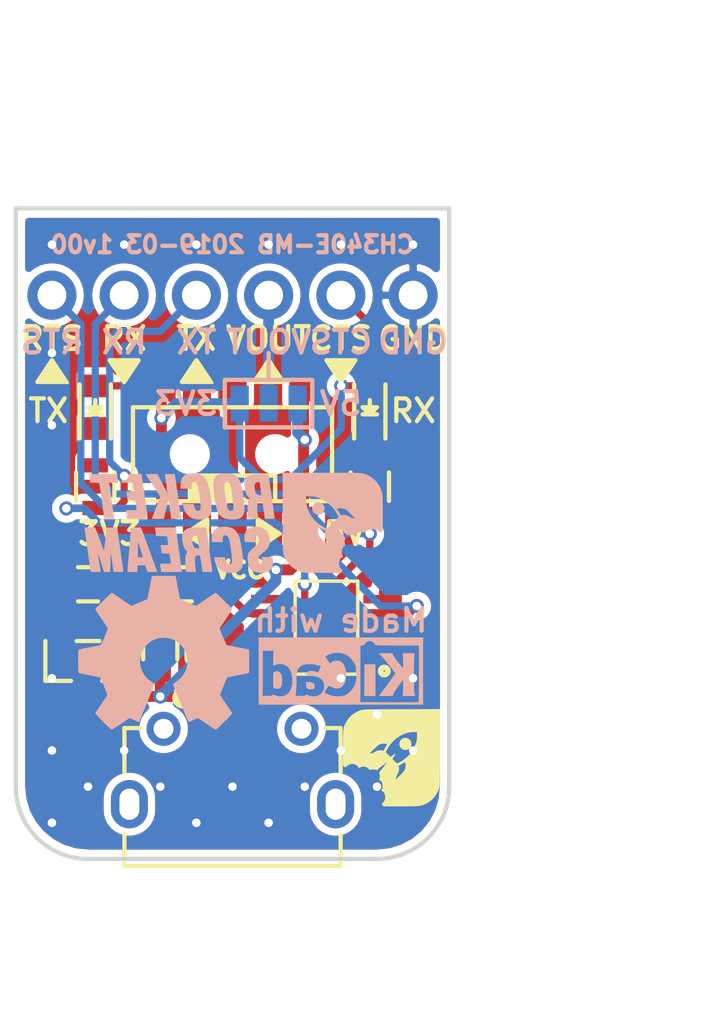
<source format=kicad_pcb>
(kicad_pcb (version 20171130) (host pcbnew 5.0.2-bee76a0~70~ubuntu18.04.1)

  (general
    (thickness 1.6)
    (drawings 37)
    (tracks 169)
    (zones 0)
    (modules 18)
    (nets 21)
  )

  (page A4)
  (layers
    (0 F.Cu signal)
    (31 B.Cu signal)
    (32 B.Adhes user)
    (33 F.Adhes user)
    (34 B.Paste user)
    (35 F.Paste user)
    (36 B.SilkS user)
    (37 F.SilkS user)
    (38 B.Mask user)
    (39 F.Mask user)
    (40 Dwgs.User user)
    (41 Cmts.User user)
    (42 Eco1.User user)
    (43 Eco2.User user)
    (44 Edge.Cuts user)
    (45 Margin user)
    (46 B.CrtYd user)
    (47 F.CrtYd user)
    (48 B.Fab user)
    (49 F.Fab user hide)
  )

  (setup
    (last_trace_width 0.254)
    (user_trace_width 0.381)
    (trace_clearance 0.2032)
    (zone_clearance 0.254)
    (zone_45_only no)
    (trace_min 0.2)
    (segment_width 0.2)
    (edge_width 0.15)
    (via_size 0.5)
    (via_drill 0.3)
    (via_min_size 0.4)
    (via_min_drill 0.3)
    (uvia_size 0.3)
    (uvia_drill 0.1)
    (uvias_allowed no)
    (uvia_min_size 0.2)
    (uvia_min_drill 0.1)
    (pcb_text_width 0.3)
    (pcb_text_size 1.5 1.5)
    (mod_edge_width 0.15)
    (mod_text_size 0.8 0.8)
    (mod_text_width 0.15)
    (pad_size 0.4 1.35)
    (pad_drill 0)
    (pad_to_mask_clearance 0.051)
    (solder_mask_min_width 0.25)
    (aux_axis_origin 132.08 119.38)
    (grid_origin 132.08 119.38)
    (visible_elements FFFDFF7F)
    (pcbplotparams
      (layerselection 0x010f0_ffffffff)
      (usegerberextensions true)
      (usegerberattributes false)
      (usegerberadvancedattributes false)
      (creategerberjobfile false)
      (excludeedgelayer true)
      (linewidth 0.150000)
      (plotframeref false)
      (viasonmask false)
      (mode 1)
      (useauxorigin true)
      (hpglpennumber 1)
      (hpglpenspeed 20)
      (hpglpendiameter 15.000000)
      (psnegative false)
      (psa4output false)
      (plotreference false)
      (plotvalue false)
      (plotinvisibletext false)
      (padsonsilk false)
      (subtractmaskfromsilk true)
      (outputformat 1)
      (mirror false)
      (drillshape 0)
      (scaleselection 1)
      (outputdirectory ""))
  )

  (net 0 "")
  (net 1 GND)
  (net 2 3V3)
  (net 3 5V)
  (net 4 "Net-(J3-Pad3)")
  (net 5 "Net-(D1-Pad1)")
  (net 6 "Net-(D2-Pad1)")
  (net 7 "Net-(J3-Pad2)")
  (net 8 "Net-(J3-Pad1)")
  (net 9 "Net-(J3-Pad5)")
  (net 10 3V3OUT)
  (net 11 "Net-(J1-Pad3)")
  (net 12 "Net-(J1-Pad2)")
  (net 13 VCC)
  (net 14 "Net-(U2-Pad6)")
  (net 15 "Net-(J1-Pad9)")
  (net 16 "Net-(J1-Pad8)")
  (net 17 "Net-(J1-Pad7)")
  (net 18 "Net-(J1-Pad6)")
  (net 19 "Net-(J1-Pad4)")
  (net 20 VOUT)

  (net_class Default "This is the default net class."
    (clearance 0.2032)
    (trace_width 0.254)
    (via_dia 0.5)
    (via_drill 0.3)
    (uvia_dia 0.3)
    (uvia_drill 0.1)
    (diff_pair_gap 0.254)
    (diff_pair_width 0.254)
    (add_net 3V3)
    (add_net 3V3OUT)
    (add_net 5V)
    (add_net GND)
    (add_net "Net-(D1-Pad1)")
    (add_net "Net-(D2-Pad1)")
    (add_net "Net-(J1-Pad2)")
    (add_net "Net-(J1-Pad3)")
    (add_net "Net-(J1-Pad4)")
    (add_net "Net-(J1-Pad6)")
    (add_net "Net-(J1-Pad7)")
    (add_net "Net-(J1-Pad8)")
    (add_net "Net-(J1-Pad9)")
    (add_net "Net-(J3-Pad1)")
    (add_net "Net-(J3-Pad2)")
    (add_net "Net-(J3-Pad3)")
    (add_net "Net-(J3-Pad5)")
    (add_net "Net-(U2-Pad6)")
    (add_net VCC)
    (add_net VOUT)
  )

  (module RocketScreamKiCadLib:LOGO-KICAD_XXXSmall (layer B.Cu) (tedit 0) (tstamp 5C20D7D3)
    (at 143.51 112.776 180)
    (path /5C226133)
    (fp_text reference LOGO4 (at 0 0 180) (layer B.SilkS) hide
      (effects (font (size 1.524 1.524) (thickness 0.3)) (justify mirror))
    )
    (fp_text value LOGO-KICAD (at 0.75 0 180) (layer B.SilkS) hide
      (effects (font (size 1.524 1.524) (thickness 0.3)) (justify mirror))
    )
    (fp_poly (pts (xy 2.886364 -1.177636) (xy -2.886363 -1.177636) (xy -2.886363 0.900546) (xy -2.747818 0.900546)
      (xy -2.747818 -0.088515) (xy -2.747464 -0.297915) (xy -2.746453 -0.492924) (xy -2.74486 -0.668721)
      (xy -2.742759 -0.82048) (xy -2.740226 -0.943379) (xy -2.737336 -1.032594) (xy -2.734164 -1.083302)
      (xy -2.732187 -1.093207) (xy -2.70654 -1.096333) (xy -2.639465 -1.098983) (xy -2.535715 -1.101112)
      (xy -2.400041 -1.102678) (xy -2.237196 -1.103634) (xy -2.051933 -1.103937) (xy -1.849002 -1.103543)
      (xy -1.698869 -1.102828) (xy -0.681182 -1.096818) (xy -0.681182 -0.122253) (xy -0.554806 -0.122253)
      (xy -0.543985 -0.278291) (xy -0.516352 -0.420641) (xy -0.47693 -0.526111) (xy -0.395003 -0.653198)
      (xy -0.293546 -0.761446) (xy -0.183585 -0.840072) (xy -0.131552 -0.863929) (xy -0.009493 -0.891016)
      (xy 0.134061 -0.89558) (xy 0.281027 -0.878892) (xy 0.413318 -0.842225) (xy 0.457562 -0.822512)
      (xy 0.580305 -0.759685) (xy 0.517992 -0.651161) (xy 0.480169 -0.58705) (xy 0.450315 -0.539577)
      (xy 0.439426 -0.524468) (xy 0.41191 -0.524411) (xy 0.35746 -0.543003) (xy 0.304953 -0.567635)
      (xy 0.190848 -0.610566) (xy 0.089617 -0.611371) (xy -0.006035 -0.569467) (xy -0.045438 -0.539719)
      (xy -0.083816 -0.492236) (xy 0.583454 -0.492236) (xy 0.58988 -0.61714) (xy 0.634698 -0.728684)
      (xy 0.712836 -0.817014) (xy 0.768945 -0.852512) (xy 0.887825 -0.891568) (xy 1.00966 -0.897429)
      (xy 1.119374 -0.870011) (xy 1.148773 -0.854617) (xy 1.198126 -0.827715) (xy 1.219892 -0.826903)
      (xy 1.223818 -0.843157) (xy 1.232377 -0.860232) (xy 1.263342 -0.870728) (xy 1.324642 -0.876014)
      (xy 1.422918 -0.877454) (xy 1.520178 -0.876095) (xy 1.577512 -0.871336) (xy 1.601115 -0.862156)
      (xy 1.598084 -0.848591) (xy 1.589332 -0.815946) (xy 1.581191 -0.744101) (xy 1.574174 -0.640039)
      (xy 1.56879 -0.510741) (xy 1.566393 -0.415636) (xy 1.56483 -0.346979) (xy 1.703869 -0.346979)
      (xy 1.718703 -0.517154) (xy 1.763466 -0.660992) (xy 1.83617 -0.774047) (xy 1.928091 -0.848211)
      (xy 2.049226 -0.891321) (xy 2.179652 -0.896362) (xy 2.30313 -0.862971) (xy 2.315754 -0.856853)
      (xy 2.371102 -0.831828) (xy 2.396578 -0.830652) (xy 2.401455 -0.845307) (xy 2.412314 -0.862002)
      (xy 2.449796 -0.87205) (xy 2.521254 -0.876713) (xy 2.588652 -0.877454) (xy 2.681443 -0.876319)
      (xy 2.736136 -0.871779) (xy 2.760781 -0.862137) (xy 2.76343 -0.845696) (xy 2.761834 -0.840929)
      (xy 2.758459 -0.809706) (xy 2.755376 -0.73804) (xy 2.752686 -0.63167) (xy 2.75049 -0.496335)
      (xy 2.74889 -0.337773) (xy 2.747985 -0.161722) (xy 2.747818 -0.044293) (xy 2.747818 0.715818)
      (xy 2.557318 0.715864) (xy 2.366818 0.715909) (xy 2.373979 0.450917) (xy 2.381139 0.185924)
      (xy 2.299675 0.219962) (xy 2.165907 0.253338) (xy 2.036846 0.241292) (xy 1.916355 0.184576)
      (xy 1.853564 0.133102) (xy 1.776749 0.028217) (xy 1.727405 -0.112186) (xy 1.705248 -0.289012)
      (xy 1.703869 -0.346979) (xy 1.56483 -0.346979) (xy 1.562984 -0.265957) (xy 1.558757 -0.154722)
      (xy 1.552836 -0.074191) (xy 1.544346 -0.016627) (xy 1.532411 0.025708) (xy 1.516158 0.060553)
      (xy 1.511638 0.068456) (xy 1.431192 0.161627) (xy 1.319253 0.221382) (xy 1.176329 0.247599)
      (xy 1.002931 0.240153) (xy 0.884674 0.21952) (xy 0.699058 0.179415) (xy 0.746765 0.058209)
      (xy 0.794471 -0.062997) (xy 0.869858 -0.031498) (xy 0.965229 -0.004502) (xy 1.059132 0.000511)
      (xy 1.138026 -0.015616) (xy 1.187873 -0.05132) (xy 1.216221 -0.098737) (xy 1.218082 -0.129964)
      (xy 1.18822 -0.149137) (xy 1.121402 -0.160389) (xy 1.042463 -0.166201) (xy 0.876444 -0.188593)
      (xy 0.748891 -0.235038) (xy 0.658157 -0.306705) (xy 0.602593 -0.404767) (xy 0.583454 -0.492236)
      (xy -0.083816 -0.492236) (xy -0.111668 -0.457777) (xy -0.155946 -0.348766) (xy -0.178955 -0.222439)
      (xy -0.181377 -0.088549) (xy -0.163894 0.043149) (xy -0.127189 0.162903) (xy -0.071945 0.260959)
      (xy 0.001157 0.327563) (xy 0.015782 0.335281) (xy 0.113753 0.362094) (xy 0.215472 0.357941)
      (xy 0.303708 0.324566) (xy 0.331438 0.303358) (xy 0.381246 0.256566) (xy 0.470112 0.383733)
      (xy 0.513641 0.448605) (xy 0.542626 0.496854) (xy 0.550847 0.51812) (xy 0.550808 0.518157)
      (xy 0.527225 0.531929) (xy 0.476005 0.5591) (xy 0.438727 0.57826) (xy 0.307011 0.624512)
      (xy 0.156624 0.644449) (xy 0.005607 0.637386) (xy -0.127996 0.602639) (xy -0.134246 0.600012)
      (xy -0.258555 0.526012) (xy -0.37237 0.420795) (xy -0.464024 0.297347) (xy -0.521853 0.16866)
      (xy -0.521951 0.168323) (xy -0.547799 0.031832) (xy -0.554806 -0.122253) (xy -0.681182 -0.122253)
      (xy -0.681182 0.889) (xy -0.756227 0.896236) (xy -0.810459 0.910234) (xy -0.831273 0.934969)
      (xy -0.85097 0.976191) (xy -0.899552 1.018355) (xy -0.961254 1.050603) (xy -1.016 1.062182)
      (xy -1.076586 1.04843) (xy -1.138006 1.014472) (xy -1.184547 0.971252) (xy -1.200727 0.933506)
      (xy -1.206565 0.924429) (xy -1.226949 0.917137) (xy -1.266187 0.911445) (xy -1.328586 0.907171)
      (xy -1.418453 0.90413) (xy -1.540095 0.902139) (xy -1.69782 0.901014) (xy -1.895935 0.900573)
      (xy -1.974273 0.900546) (xy -2.747818 0.900546) (xy -2.886363 0.900546) (xy -2.886363 1.177636)
      (xy 2.886364 1.177636) (xy 2.886364 -1.177636)) (layer B.SilkS) (width 0.01))
    (fp_poly (pts (xy -2.189558 0.352167) (xy -2.192969 0.237676) (xy -2.192902 0.161298) (xy -2.184942 0.122553)
      (xy -2.164675 0.120965) (xy -2.127687 0.156054) (xy -2.069563 0.227343) (xy -1.988956 0.330447)
      (xy -1.926521 0.413794) (xy -1.874968 0.48963) (xy -1.841505 0.546997) (xy -1.833312 0.567129)
      (xy -1.8251 0.59236) (xy -1.809841 0.608646) (xy -1.778745 0.617944) (xy -1.723022 0.62221)
      (xy -1.63388 0.623401) (xy -1.580273 0.623455) (xy -1.341372 0.623455) (xy -1.39286 0.5715)
      (xy -1.42826 0.532462) (xy -1.482402 0.468783) (xy -1.549645 0.387513) (xy -1.624348 0.2957)
      (xy -1.700872 0.200395) (xy -1.773576 0.108645) (xy -1.836818 0.027501) (xy -1.88496 -0.035988)
      (xy -1.912359 -0.074773) (xy -1.916545 -0.08298) (xy -1.903588 -0.106087) (xy -1.868102 -0.15917)
      (xy -1.815167 -0.235181) (xy -1.74986 -0.327075) (xy -1.677263 -0.427806) (xy -1.602452 -0.530327)
      (xy -1.530508 -0.627592) (xy -1.466509 -0.712555) (xy -1.415534 -0.77817) (xy -1.414618 -0.779318)
      (xy -1.336181 -0.877454) (xy -1.593089 -0.877454) (xy -1.718765 -0.875443) (xy -1.799342 -0.869432)
      (xy -1.834447 -0.859458) (xy -1.8353 -0.853673) (xy -1.838091 -0.816566) (xy -1.870925 -0.747436)
      (xy -1.932624 -0.648287) (xy -2.022009 -0.521124) (xy -2.064748 -0.463533) (xy -2.193636 -0.292066)
      (xy -2.193636 -0.557051) (xy -2.190982 -0.69715) (xy -2.18307 -0.793102) (xy -2.169974 -0.844129)
      (xy -2.165927 -0.849745) (xy -2.162923 -0.862605) (xy -2.188268 -0.871009) (xy -2.247492 -0.875696)
      (xy -2.346125 -0.877405) (xy -2.373174 -0.877454) (xy -2.60813 -0.877454) (xy -2.58561 -0.818224)
      (xy -2.578807 -0.777291) (xy -2.573232 -0.698408) (xy -2.56888 -0.588898) (xy -2.565742 -0.456083)
      (xy -2.563812 -0.307288) (xy -2.563081 -0.149833) (xy -2.563544 0.008958) (xy -2.565193 0.161763)
      (xy -2.56802 0.301259) (xy -2.572018 0.420123) (xy -2.57718 0.511033) (xy -2.583498 0.566666)
      (xy -2.586994 0.578791) (xy -2.59559 0.599653) (xy -2.589126 0.612751) (xy -2.559919 0.619887)
      (xy -2.500284 0.622863) (xy -2.40254 0.623483) (xy -2.396494 0.623485) (xy -2.182091 0.623515)
      (xy -2.189558 0.352167)) (layer B.SilkS) (width 0.01))
    (fp_poly (pts (xy -1.021773 0.230918) (xy -0.831273 0.230909) (xy -0.831273 -0.286748) (xy -0.830668 -0.438487)
      (xy -0.828973 -0.575953) (xy -0.826371 -0.691989) (xy -0.823041 -0.779438) (xy -0.819165 -0.831141)
      (xy -0.817257 -0.840929) (xy -0.81611 -0.858487) (xy -0.834285 -0.869401) (xy -0.879592 -0.875167)
      (xy -0.95984 -0.877283) (xy -1.007757 -0.877444) (xy -1.212273 -0.877433) (xy -1.212273 0.230926)
      (xy -1.021773 0.230918)) (layer B.SilkS) (width 0.01))
    (fp_poly (pts (xy 1.223818 -0.48133) (xy 1.210052 -0.564624) (xy 1.181591 -0.60833) (xy 1.127199 -0.635366)
      (xy 1.055684 -0.645613) (xy 0.988155 -0.638108) (xy 0.951346 -0.618836) (xy 0.930458 -0.576114)
      (xy 0.923637 -0.527782) (xy 0.944101 -0.460796) (xy 1.002316 -0.415036) (xy 1.093509 -0.393705)
      (xy 1.125047 -0.392545) (xy 1.223818 -0.392545) (xy 1.223818 -0.48133)) (layer B.SilkS) (width 0.01))
    (fp_poly (pts (xy 2.319034 -0.022482) (xy 2.344486 -0.033616) (xy 2.361366 -0.049653) (xy 2.371433 -0.079136)
      (xy 2.376448 -0.130604) (xy 2.378172 -0.212599) (xy 2.378364 -0.310343) (xy 2.37765 -0.425861)
      (xy 2.374632 -0.503736) (xy 2.367992 -0.552496) (xy 2.356413 -0.58067) (xy 2.338578 -0.596785)
      (xy 2.3337 -0.599551) (xy 2.250121 -0.624405) (xy 2.171792 -0.613094) (xy 2.112371 -0.567901)
      (xy 2.10814 -0.561828) (xy 2.083029 -0.494662) (xy 2.070111 -0.399368) (xy 2.069377 -0.292358)
      (xy 2.080821 -0.190045) (xy 2.104438 -0.108843) (xy 2.108324 -0.100842) (xy 2.164734 -0.035026)
      (xy 2.240815 -0.009312) (xy 2.319034 -0.022482)) (layer B.SilkS) (width 0.01))
  )

  (module RocketScreamKiCadLib:LOGO-ROCKET-SCREAM_Horizontal_XXSmall (layer B.Cu) (tedit 0) (tstamp 5C20C733)
    (at 139.7 107.569 180)
    (path /5C224C0B)
    (fp_text reference LOGO2 (at 0 0 180) (layer B.SilkS) hide
      (effects (font (size 1.524 1.524) (thickness 0.3)) (justify mirror))
    )
    (fp_text value LOGO-ROCKET-SCREAM-HORIZONTAL (at 0.75 0 180) (layer B.SilkS) hide
      (effects (font (size 1.524 1.524) (thickness 0.3)) (justify mirror))
    )
    (fp_poly (pts (xy -1.769798 0.367195) (xy -1.770259 0.159912) (xy -1.770639 -0.026514) (xy -1.771008 -0.193312)
      (xy -1.771435 -0.34171) (xy -1.771988 -0.472939) (xy -1.772736 -0.588226) (xy -1.773749 -0.688802)
      (xy -1.775095 -0.775894) (xy -1.776843 -0.850733) (xy -1.779062 -0.914548) (xy -1.781821 -0.968567)
      (xy -1.785189 -1.014019) (xy -1.789234 -1.052134) (xy -1.794027 -1.084141) (xy -1.799634 -1.111269)
      (xy -1.806127 -1.134747) (xy -1.813572 -1.155803) (xy -1.82204 -1.175668) (xy -1.8316 -1.19557)
      (xy -1.842319 -1.216739) (xy -1.854268 -1.240402) (xy -1.860667 -1.253435) (xy -1.930797 -1.373517)
      (xy -2.017538 -1.479446) (xy -2.119855 -1.570347) (xy -2.236711 -1.645347) (xy -2.367069 -1.703572)
      (xy -2.413 -1.718995) (xy -2.512392 -1.749807) (xy -3.163957 -1.753222) (xy -3.815522 -1.756636)
      (xy -3.839781 -1.713697) (xy -3.86404 -1.670757) (xy -3.826711 -1.634576) (xy -3.783136 -1.578986)
      (xy -3.753672 -1.513313) (xy -3.739214 -1.442859) (xy -3.740659 -1.372922) (xy -3.758903 -1.308803)
      (xy -3.76849 -1.290287) (xy -3.789149 -1.259905) (xy -3.814414 -1.234333) (xy -3.850047 -1.20845)
      (xy -3.884226 -1.187415) (xy -3.881179 -1.177691) (xy -3.870706 -1.154438) (xy -3.862139 -1.136876)
      (xy -3.841471 -1.074286) (xy -3.835987 -1.005113) (xy -3.845504 -0.937204) (xy -3.868131 -0.881252)
      (xy -3.892094 -0.847399) (xy -3.918948 -0.819311) (xy -3.931849 -0.80972) (xy -3.955477 -0.790074)
      (xy -3.955563 -0.789609) (xy -3.374376 -0.789609) (xy -3.369407 -0.788937) (xy -3.351032 -0.774493)
      (xy -3.321392 -0.748193) (xy -3.282626 -0.711957) (xy -3.236872 -0.667703) (xy -3.221255 -0.652311)
      (xy -3.162741 -0.593725) (xy -3.118086 -0.547231) (xy -3.084882 -0.509982) (xy -3.06072 -0.479132)
      (xy -3.04319 -0.451834) (xy -3.030758 -0.427207) (xy -3.016218 -0.392235) (xy -3.007879 -0.362419)
      (xy -3.00453 -0.32979) (xy -3.004959 -0.286376) (xy -3.005933 -0.263865) (xy -3.008859 -0.219336)
      (xy -3.012702 -0.183508) (xy -3.016807 -0.161899) (xy -3.018467 -0.158374) (xy -3.031811 -0.158699)
      (xy -3.056144 -0.168774) (xy -3.067536 -0.175111) (xy -3.097881 -0.19231) (xy -3.139551 -0.214763)
      (xy -3.184079 -0.23792) (xy -3.188784 -0.240312) (xy -3.228598 -0.261311) (xy -3.251704 -0.276298)
      (xy -3.261543 -0.288296) (xy -3.261561 -0.300331) (xy -3.260566 -0.303346) (xy -3.256572 -0.325129)
      (xy -3.253796 -0.361463) (xy -3.252792 -0.404822) (xy -3.252806 -0.408609) (xy -3.261782 -0.491426)
      (xy -3.288137 -0.561905) (xy -3.32402 -0.612913) (xy -3.336498 -0.635655) (xy -3.34839 -0.671394)
      (xy -3.35502 -0.701261) (xy -3.362514 -0.740767) (xy -3.369962 -0.774025) (xy -3.374376 -0.789609)
      (xy -3.955563 -0.789609) (xy -3.958602 -0.773319) (xy -3.938958 -0.696208) (xy -3.940121 -0.622716)
      (xy -3.946479 -0.594726) (xy -3.963239 -0.537554) (xy -3.872168 -0.420625) (xy -3.813315 -0.344872)
      (xy -3.766975 -0.284742) (xy -3.756216 -0.270565) (xy -3.290957 -0.270565) (xy -3.285435 -0.276087)
      (xy -3.279913 -0.270565) (xy -3.285435 -0.265044) (xy -3.290957 -0.270565) (xy -3.756216 -0.270565)
      (xy -3.731925 -0.23856) (xy -3.706941 -0.204654) (xy -3.690798 -0.181351) (xy -3.682272 -0.166977)
      (xy -3.68014 -0.15986) (xy -3.680631 -0.158819) (xy -3.690542 -0.163581) (xy -3.715 -0.179827)
      (xy -3.751149 -0.205441) (xy -3.796133 -0.238308) (xy -3.847095 -0.276312) (xy -3.901179 -0.317338)
      (xy -3.955529 -0.359269) (xy -4.007288 -0.39999) (xy -4.020795 -0.410781) (xy -4.047308 -0.430016)
      (xy -4.06664 -0.436338) (xy -4.087548 -0.432127) (xy -4.092578 -0.430272) (xy -4.130734 -0.421813)
      (xy -4.180177 -0.418677) (xy -4.23076 -0.420849) (xy -4.272338 -0.428315) (xy -4.27893 -0.430537)
      (xy -4.299703 -0.437038) (xy -4.313621 -0.434124) (xy -4.326995 -0.418178) (xy -4.34066 -0.395151)
      (xy -4.356024 -0.379004) (xy -4.383575 -0.358246) (xy -4.40379 -0.345455) (xy -4.463116 -0.321981)
      (xy -4.530864 -0.313279) (xy -4.598874 -0.319525) (xy -4.657147 -0.339915) (xy -4.685049 -0.354282)
      (xy -4.703456 -0.363107) (xy -4.707092 -0.364435) (xy -4.713961 -0.355739) (xy -4.726813 -0.334087)
      (xy -4.731103 -0.326256) (xy -4.766433 -0.281849) (xy -4.817925 -0.245559) (xy -4.880075 -0.221218)
      (xy -4.883129 -0.220442) (xy -4.947721 -0.214738) (xy -5.017013 -0.226096) (xy -5.08467 -0.252448)
      (xy -5.144355 -0.291724) (xy -5.167038 -0.313183) (xy -5.193336 -0.341338) (xy -5.235974 -0.316995)
      (xy -5.278613 -0.292652) (xy -5.278515 0.149079) (xy -4.313936 0.149079) (xy -4.312479 0.148794)
      (xy -4.289113 0.154286) (xy -4.253519 0.159978) (xy -4.230183 0.162815) (xy -4.178508 0.173655)
      (xy -4.134091 0.197046) (xy -3.735973 0.197046) (xy -3.649867 0.110431) (xy -3.563761 0.023817)
      (xy -3.486366 0.078169) (xy -3.438351 0.110409) (xy -3.406658 0.127858) (xy -3.390935 0.130212)
      (xy -3.39083 0.117168) (xy -3.405992 0.088421) (xy -3.43607 0.043666) (xy -3.440044 0.038076)
      (xy -3.463656 0.003922) (xy -3.48119 -0.023468) (xy -3.489472 -0.039084) (xy -3.489739 -0.040372)
      (xy -3.482314 -0.051924) (xy -3.462764 -0.074376) (xy -3.435178 -0.103632) (xy -3.403646 -0.135598)
      (xy -3.372256 -0.166179) (xy -3.345099 -0.191279) (xy -3.326262 -0.206805) (xy -3.320523 -0.209826)
      (xy -3.306939 -0.2052) (xy -3.278645 -0.192812) (xy -3.240625 -0.174892) (xy -3.2203 -0.16494)
      (xy -3.09407 -0.090978) (xy -2.976531 0.000376) (xy -2.870042 0.10626) (xy -2.77696 0.223814)
      (xy -2.699644 0.350178) (xy -2.640453 0.482491) (xy -2.612213 0.57264) (xy -2.59905 0.63481)
      (xy -2.58869 0.705607) (xy -2.581923 0.777135) (xy -2.579538 0.841493) (xy -2.581274 0.882106)
      (xy -2.587251 0.941472) (xy -2.732039 0.935628) (xy -2.832098 0.928668) (xy -2.918603 0.915296)
      (xy -2.99964 0.893507) (xy -3.083297 0.8613) (xy -3.142816 0.833874) (xy -3.277599 0.756982)
      (xy -3.401955 0.662558) (xy -3.513346 0.553143) (xy -3.609233 0.431276) (xy -3.687075 0.299495)
      (xy -3.696536 0.28009) (xy -3.735973 0.197046) (xy -4.134091 0.197046) (xy -4.133906 0.197143)
      (xy -4.121796 0.205978) (xy -4.062247 0.240803) (xy -3.993668 0.263865) (xy -3.922725 0.273981)
      (xy -3.856089 0.269965) (xy -3.819432 0.25969) (xy -3.806562 0.260374) (xy -3.793051 0.27524)
      (xy -3.77608 0.30755) (xy -3.773791 0.312505) (xy -3.751783 0.356413) (xy -3.724577 0.405134)
      (xy -3.707059 0.43388) (xy -3.66779 0.495268) (xy -3.701891 0.507156) (xy -3.752897 0.517315)
      (xy -3.815179 0.51847) (xy -3.88004 0.511055) (xy -3.938788 0.495505) (xy -3.939347 0.495299)
      (xy -3.963044 0.485366) (xy -3.98614 0.472556) (xy -4.011434 0.454568) (xy -4.041721 0.429098)
      (xy -4.079798 0.393846) (xy -4.128463 0.346509) (xy -4.168913 0.306357) (xy -4.216475 0.258292)
      (xy -4.256672 0.216432) (xy -4.28759 0.182876) (xy -4.307315 0.159725) (xy -4.313936 0.149079)
      (xy -5.278515 0.149079) (xy -5.278479 0.309217) (xy -5.278244 0.433157) (xy -5.277618 0.550009)
      (xy -5.276637 0.657681) (xy -5.275334 0.75408) (xy -5.273745 0.837112) (xy -5.271905 0.904685)
      (xy -5.269847 0.954705) (xy -5.267607 0.985078) (xy -5.26722 0.988071) (xy -5.237347 1.119889)
      (xy -5.187957 1.24423) (xy -5.120887 1.359256) (xy -5.037974 1.463129) (xy -4.941056 1.554013)
      (xy -4.83197 1.63007) (xy -4.712553 1.689463) (xy -4.584642 1.730354) (xy -4.510941 1.74435)
      (xy -4.487305 1.746122) (xy -4.442263 1.747762) (xy -4.376498 1.749264) (xy -4.290691 1.750623)
      (xy -4.185523 1.751833) (xy -4.061675 1.752889) (xy -3.91983 1.753785) (xy -3.760669 1.754517)
      (xy -3.584874 1.755077) (xy -3.393124 1.755462) (xy -3.186104 1.755665) (xy -3.100209 1.755694)
      (xy -1.766462 1.755913) (xy -1.769798 0.367195)) (layer B.SilkS) (width 0.01))
    (fp_poly (pts (xy -0.704555 -0.145083) (xy -0.62292 -0.166172) (xy -0.555561 -0.19958) (xy -0.50479 -0.244682)
      (xy -0.500338 -0.250304) (xy -0.465109 -0.311419) (xy -0.439267 -0.38731) (xy -0.424018 -0.472237)
      (xy -0.420565 -0.56046) (xy -0.424517 -0.611475) (xy -0.432285 -0.673652) (xy -0.802813 -0.673652)
      (xy -0.797615 -0.565696) (xy -0.796214 -0.506961) (xy -0.799454 -0.467144) (xy -0.808503 -0.443347)
      (xy -0.824531 -0.432677) (xy -0.84871 -0.432236) (xy -0.851393 -0.432609) (xy -0.881615 -0.448028)
      (xy -0.906453 -0.483714) (xy -0.925079 -0.538321) (xy -0.929702 -0.560153) (xy -0.93628 -0.615868)
      (xy -0.93223 -0.664077) (xy -0.915701 -0.708228) (xy -0.884838 -0.751775) (xy -0.837789 -0.798167)
      (xy -0.774235 -0.849684) (xy -0.701055 -0.908453) (xy -0.644934 -0.96043) (xy -0.603099 -1.00855)
      (xy -0.572781 -1.055747) (xy -0.56502 -1.071218) (xy -0.54034 -1.147737) (xy -0.531308 -1.237348)
      (xy -0.537859 -1.337619) (xy -0.559929 -1.44612) (xy -0.576477 -1.501826) (xy -0.594267 -1.547395)
      (xy -0.617172 -1.585239) (xy -0.650941 -1.624328) (xy -0.662479 -1.636072) (xy -0.700911 -1.671842)
      (xy -0.734939 -1.695612) (xy -0.77354 -1.712953) (xy -0.801187 -1.722145) (xy -0.846423 -1.732767)
      (xy -0.904591 -1.741708) (xy -0.968985 -1.74843) (xy -1.032902 -1.752397) (xy -1.089638 -1.753073)
      (xy -1.132487 -1.749921) (xy -1.137479 -1.749051) (xy -1.226647 -1.723032) (xy -1.298656 -1.683122)
      (xy -1.35354 -1.629296) (xy -1.391332 -1.561529) (xy -1.392362 -1.558861) (xy -1.403863 -1.523749)
      (xy -1.4111 -1.487128) (xy -1.414916 -1.442443) (xy -1.416156 -1.383142) (xy -1.416172 -1.37395)
      (xy -1.416536 -1.313519) (xy -1.415632 -1.269296) (xy -1.410503 -1.238772) (xy -1.398196 -1.219434)
      (xy -1.375752 -1.208772) (xy -1.340218 -1.204276) (xy -1.288637 -1.203435) (xy -1.218054 -1.203739)
      (xy -1.030545 -1.203739) (xy -1.03918 -1.256196) (xy -1.047566 -1.330432) (xy -1.045894 -1.388337)
      (xy -1.034449 -1.428965) (xy -1.013517 -1.45137) (xy -0.983386 -1.454605) (xy -0.979412 -1.453722)
      (xy -0.94888 -1.434911) (xy -0.926533 -1.395795) (xy -0.91232 -1.336264) (xy -0.909145 -1.3094)
      (xy -0.907296 -1.262015) (xy -0.912845 -1.221351) (xy -0.927901 -1.183993) (xy -0.954571 -1.146523)
      (xy -0.994963 -1.105525) (xy -1.051185 -1.057581) (xy -1.077457 -1.036579) (xy -1.154919 -0.971384)
      (xy -1.213892 -0.911464) (xy -1.256192 -0.853404) (xy -1.283635 -0.793786) (xy -1.298034 -0.729191)
      (xy -1.301207 -0.656203) (xy -1.299392 -0.618802) (xy -1.285033 -0.501105) (xy -1.259474 -0.401889)
      (xy -1.221845 -0.320116) (xy -1.171278 -0.254746) (xy -1.106907 -0.20474) (xy -1.027862 -0.169058)
      (xy -0.933276 -0.146662) (xy -0.901418 -0.142342) (xy -0.798158 -0.136932) (xy -0.704555 -0.145083)) (layer B.SilkS) (width 0.01))
    (fp_poly (pts (xy 0.372149 -0.139684) (xy 0.395241 -0.142501) (xy 0.489999 -0.164707) (xy 0.568122 -0.201189)
      (xy 0.630154 -0.252346) (xy 0.676642 -0.318573) (xy 0.695599 -0.361075) (xy 0.71322 -0.424306)
      (xy 0.724356 -0.497504) (xy 0.727858 -0.570148) (xy 0.72413 -0.62259) (xy 0.716472 -0.673652)
      (xy 0.347869 -0.673652) (xy 0.347869 -0.578827) (xy 0.34743 -0.532372) (xy 0.345147 -0.502323)
      (xy 0.339572 -0.482999) (xy 0.329256 -0.468722) (xy 0.316884 -0.457348) (xy 0.275851 -0.433319)
      (xy 0.234997 -0.43027) (xy 0.196073 -0.447148) (xy 0.160829 -0.482903) (xy 0.131015 -0.536484)
      (xy 0.116114 -0.577905) (xy 0.104005 -0.625463) (xy 0.090866 -0.689633) (xy 0.077232 -0.766425)
      (xy 0.063636 -0.851852) (xy 0.050614 -0.941924) (xy 0.038698 -1.032655) (xy 0.028423 -1.120055)
      (xy 0.020323 -1.200137) (xy 0.014932 -1.268911) (xy 0.012785 -1.32239) (xy 0.013289 -1.345686)
      (xy 0.021664 -1.39937) (xy 0.039772 -1.434528) (xy 0.069239 -1.453181) (xy 0.103375 -1.457576)
      (xy 0.153806 -1.447253) (xy 0.19541 -1.416769) (xy 0.228224 -1.366083) (xy 0.252283 -1.295151)
      (xy 0.2561 -1.278283) (xy 0.269462 -1.214783) (xy 0.642463 -1.214783) (xy 0.634691 -1.260784)
      (xy 0.626935 -1.295609) (xy 0.614429 -1.340749) (xy 0.601514 -1.38148) (xy 0.555736 -1.48713)
      (xy 0.496315 -1.575488) (xy 0.423553 -1.646392) (xy 0.337751 -1.699678) (xy 0.239212 -1.735182)
      (xy 0.128238 -1.752742) (xy 0.00513 -1.752194) (xy -0.068727 -1.743957) (xy -0.158305 -1.722208)
      (xy -0.231597 -1.685633) (xy -0.288527 -1.634288) (xy -0.329018 -1.568229) (xy -0.3382 -1.544829)
      (xy -0.350844 -1.489763) (xy -0.357705 -1.416765) (xy -0.359203 -1.329101) (xy -0.355756 -1.230038)
      (xy -0.347781 -1.122842) (xy -0.335699 -1.010781) (xy -0.319927 -0.89712) (xy -0.300883 -0.785126)
      (xy -0.278986 -0.678065) (xy -0.254655 -0.579205) (xy -0.228308 -0.491812) (xy -0.200363 -0.419152)
      (xy -0.191608 -0.400468) (xy -0.143723 -0.323116) (xy -0.083315 -0.256499) (xy -0.014689 -0.204774)
      (xy 0.037932 -0.17888) (xy 0.112081 -0.157303) (xy 0.198455 -0.142972) (xy 0.288122 -0.136796)
      (xy 0.372149 -0.139684)) (layer B.SilkS) (width 0.01))
    (fp_poly (pts (xy 1.175077 -0.165844) (xy 1.285956 -0.166895) (xy 1.377585 -0.170238) (xy 1.452731 -0.176441)
      (xy 1.514165 -0.186074) (xy 1.564654 -0.199706) (xy 1.606969 -0.217908) (xy 1.643876 -0.241249)
      (xy 1.676815 -0.269041) (xy 1.713766 -0.309454) (xy 1.739037 -0.352617) (xy 1.754775 -0.404133)
      (xy 1.763127 -0.469606) (xy 1.764778 -0.498547) (xy 1.76308 -0.60158) (xy 1.749718 -0.701222)
      (xy 1.725849 -0.793617) (xy 1.692631 -0.874909) (xy 1.65122 -0.941243) (xy 1.622512 -0.972638)
      (xy 1.578211 -1.013536) (xy 1.606305 -1.054935) (xy 1.627218 -1.091899) (xy 1.643525 -1.131142)
      (xy 1.645888 -1.139) (xy 1.653201 -1.18332) (xy 1.656925 -1.246978) (xy 1.657069 -1.327518)
      (xy 1.653639 -1.422485) (xy 1.646643 -1.529424) (xy 1.644563 -1.555066) (xy 1.630491 -1.722783)
      (xy 1.290145 -1.722783) (xy 1.296312 -1.68137) (xy 1.311811 -1.561376) (xy 1.321076 -1.45276)
      (xy 1.324096 -1.357555) (xy 1.32086 -1.277792) (xy 1.311358 -1.215504) (xy 1.298882 -1.178891)
      (xy 1.287013 -1.156471) (xy 1.275006 -1.144085) (xy 1.256345 -1.138755) (xy 1.22451 -1.137504)
      (xy 1.208213 -1.137478) (xy 1.185945 -1.136817) (xy 1.168577 -1.136428) (xy 1.155169 -1.138703)
      (xy 1.144781 -1.146034) (xy 1.136476 -1.160813) (xy 1.129313 -1.185431) (xy 1.122353 -1.222282)
      (xy 1.114658 -1.273756) (xy 1.105287 -1.342246) (xy 1.093304 -1.430131) (xy 1.08324 -1.502264)
      (xy 1.073875 -1.568164) (xy 1.065726 -1.624283) (xy 1.059312 -1.667075) (xy 1.05515 -1.692992)
      (xy 1.054211 -1.697935) (xy 1.051405 -1.707358) (xy 1.045604 -1.714036) (xy 1.033457 -1.71844)
      (xy 1.011616 -1.721045) (xy 0.976728 -1.722321) (xy 0.925445 -1.722743) (xy 0.878092 -1.722783)
      (xy 0.810441 -1.722376) (xy 0.762431 -1.72102) (xy 0.731627 -1.718512) (xy 0.715595 -1.714651)
      (xy 0.711902 -1.709235) (xy 0.711978 -1.708978) (xy 0.714227 -1.695991) (xy 0.719272 -1.662922)
      (xy 0.726854 -1.611565) (xy 0.736716 -1.543714) (xy 0.748601 -1.461162) (xy 0.76225 -1.365703)
      (xy 0.777407 -1.25913) (xy 0.793814 -1.143238) (xy 0.811213 -1.019819) (xy 0.823774 -0.930413)
      (xy 0.829253 -0.891353) (xy 1.170608 -0.891353) (xy 1.180241 -0.900751) (xy 1.205077 -0.90476)
      (xy 1.23902 -0.903846) (xy 1.275976 -0.898471) (xy 1.30985 -0.889101) (xy 1.330423 -0.879179)
      (xy 1.361733 -0.84693) (xy 1.386812 -0.794975) (xy 1.405927 -0.72266) (xy 1.414038 -0.673652)
      (xy 1.420072 -0.594123) (xy 1.413298 -0.532113) (xy 1.393282 -0.486842) (xy 1.359584 -0.457531)
      (xy 1.311769 -0.4434) (xy 1.284014 -0.441781) (xy 1.253378 -0.443658) (xy 1.237952 -0.451471)
      (xy 1.23144 -0.466587) (xy 1.227731 -0.486593) (xy 1.221821 -0.523307) (xy 1.214338 -0.572345)
      (xy 1.205911 -0.629321) (xy 1.197167 -0.689848) (xy 1.188735 -0.74954) (xy 1.181243 -0.804012)
      (xy 1.175318 -0.848878) (xy 1.171589 -0.879751) (xy 1.170608 -0.891353) (xy 0.829253 -0.891353)
      (xy 0.931067 -0.165652) (xy 1.175077 -0.165844)) (layer B.SilkS) (width 0.01))
    (fp_poly (pts (xy 2.704086 -0.300935) (xy 2.696394 -0.354016) (xy 2.69003 -0.399672) (xy 2.685637 -0.433167)
      (xy 2.683859 -0.449761) (xy 2.683851 -0.450022) (xy 2.678308 -0.45528) (xy 2.660401 -0.459124)
      (xy 2.627836 -0.461718) (xy 2.578322 -0.463224) (xy 2.509566 -0.463806) (xy 2.490304 -0.463826)
      (xy 2.41497 -0.464448) (xy 2.357005 -0.466259) (xy 2.317794 -0.46918) (xy 2.298723 -0.473131)
      (xy 2.297043 -0.474942) (xy 2.295512 -0.489943) (xy 2.291423 -0.521488) (xy 2.285531 -0.564285)
      (xy 2.278593 -0.613042) (xy 2.271363 -0.662466) (xy 2.264597 -0.707265) (xy 2.259051 -0.742146)
      (xy 2.25803 -0.748196) (xy 2.251868 -0.784087) (xy 2.525545 -0.784087) (xy 2.511016 -0.891761)
      (xy 2.504015 -0.942529) (xy 2.497354 -0.988877) (xy 2.492048 -1.023836) (xy 2.490198 -1.03499)
      (xy 2.483908 -1.070545) (xy 2.349062 -1.073642) (xy 2.214217 -1.076739) (xy 2.1901 -1.23687)
      (xy 2.181463 -1.295172) (xy 2.174091 -1.346742) (xy 2.168601 -1.387128) (xy 2.165609 -1.411874)
      (xy 2.165253 -1.416326) (xy 2.166629 -1.423394) (xy 2.173396 -1.428503) (xy 2.188586 -1.431967)
      (xy 2.215233 -1.434098) (xy 2.256369 -1.435209) (xy 2.315027 -1.435616) (xy 2.352261 -1.435652)
      (xy 2.420954 -1.435824) (xy 2.470608 -1.43655) (xy 2.504269 -1.438142) (xy 2.524985 -1.440914)
      (xy 2.535801 -1.445179) (xy 2.539765 -1.451251) (xy 2.540128 -1.454978) (xy 2.538606 -1.473291)
      (xy 2.534381 -1.508155) (xy 2.528129 -1.554296) (xy 2.521712 -1.598544) (xy 2.503167 -1.722783)
      (xy 1.777579 -1.722783) (xy 1.783221 -1.697935) (xy 1.785503 -1.683857) (xy 1.790519 -1.650223)
      (xy 1.797963 -1.599202) (xy 1.807529 -1.532963) (xy 1.818909 -1.453673) (xy 1.831798 -1.363502)
      (xy 1.845888 -1.26462) (xy 1.860872 -1.159193) (xy 1.876445 -1.049392) (xy 1.892299 -0.937385)
      (xy 1.908128 -0.825341) (xy 1.923625 -0.715429) (xy 1.938483 -0.609816) (xy 1.952397 -0.510673)
      (xy 1.965058 -0.420168) (xy 1.976161 -0.34047) (xy 1.985399 -0.273747) (xy 1.992464 -0.222168)
      (xy 1.997052 -0.187902) (xy 1.998854 -0.173118) (xy 1.998869 -0.172797) (xy 2.009483 -0.171083)
      (xy 2.039602 -0.169517) (xy 2.086648 -0.168149) (xy 2.14804 -0.16703) (xy 2.221198 -0.166212)
      (xy 2.30354 -0.165744) (xy 2.361452 -0.165652) (xy 2.724035 -0.165652) (xy 2.704086 -0.300935)) (layer B.SilkS) (width 0.01))
    (fp_poly (pts (xy 3.459618 -0.165976) (xy 3.507074 -0.166958) (xy 3.538505 -0.168975) (xy 3.556941 -0.17232)
      (xy 3.565409 -0.177285) (xy 3.567043 -0.182474) (xy 3.567933 -0.196101) (xy 3.570502 -0.22988)
      (xy 3.574601 -0.281952) (xy 3.580078 -0.350457) (xy 3.586784 -0.433536) (xy 3.594568 -0.52933)
      (xy 3.60328 -0.63598) (xy 3.612769 -0.751626) (xy 3.622885 -0.874409) (xy 3.627782 -0.933673)
      (xy 3.638156 -1.059503) (xy 3.647971 -1.179334) (xy 3.657076 -1.291271) (xy 3.66532 -1.39342)
      (xy 3.672552 -1.483886) (xy 3.67862 -1.560776) (xy 3.683375 -1.622194) (xy 3.686664 -1.666246)
      (xy 3.688336 -1.691039) (xy 3.688521 -1.695417) (xy 3.688521 -1.722783) (xy 3.360107 -1.722783)
      (xy 3.353262 -1.68137) (xy 3.34961 -1.647951) (xy 3.34708 -1.603234) (xy 3.346295 -1.565413)
      (xy 3.346174 -1.49087) (xy 3.062743 -1.49087) (xy 3.026431 -1.606826) (xy 2.990119 -1.722783)
      (xy 2.651136 -1.722783) (xy 2.692198 -1.608891) (xy 2.703288 -1.578277) (xy 2.72118 -1.529075)
      (xy 2.745087 -1.463437) (xy 2.774224 -1.383517) (xy 2.807806 -1.291469) (xy 2.840836 -1.200978)
      (xy 3.149984 -1.200978) (xy 3.153304 -1.208012) (xy 3.171249 -1.212356) (xy 3.206618 -1.214438)
      (xy 3.240079 -1.214783) (xy 3.33513 -1.214783) (xy 3.333687 -1.013239) (xy 3.332818 -0.941602)
      (xy 3.331327 -0.871015) (xy 3.329378 -0.807116) (xy 3.327136 -0.755541) (xy 3.325404 -0.72887)
      (xy 3.318565 -0.646044) (xy 3.236753 -0.916609) (xy 3.21433 -0.990667) (xy 3.193865 -1.058072)
      (xy 3.176272 -1.115832) (xy 3.162462 -1.160955) (xy 3.153348 -1.190451) (xy 3.149984 -1.200978)
      (xy 2.840836 -1.200978) (xy 2.845045 -1.189447) (xy 2.885158 -1.079605) (xy 2.927357 -0.964096)
      (xy 2.970858 -0.845073) (xy 2.976217 -0.830413) (xy 3.219174 -0.165827) (xy 3.393108 -0.16574)
      (xy 3.459618 -0.165976)) (layer B.SilkS) (width 0.01))
    (fp_poly (pts (xy 4.467384 -0.574261) (xy 4.477277 -0.666563) (xy 4.486683 -0.751569) (xy 4.495312 -0.826868)
      (xy 4.502875 -0.890048) (xy 4.509083 -0.938697) (xy 4.513646 -0.970405) (xy 4.516276 -0.98276)
      (xy 4.516403 -0.98284) (xy 4.521874 -0.972989) (xy 4.53403 -0.945361) (xy 4.551692 -0.902822)
      (xy 4.573685 -0.848236) (xy 4.598832 -0.784468) (xy 4.615078 -0.742645) (xy 4.646661 -0.660955)
      (xy 4.68039 -0.573839) (xy 4.713835 -0.487564) (xy 4.744566 -0.408397) (xy 4.770153 -0.342606)
      (xy 4.773481 -0.334065) (xy 4.83911 -0.165652) (xy 5.020294 -0.165652) (xy 5.080753 -0.166045)
      (xy 5.132655 -0.16713) (xy 5.172348 -0.168771) (xy 5.196183 -0.170831) (xy 5.201478 -0.172464)
      (xy 5.199968 -0.185098) (xy 5.195644 -0.21743) (xy 5.188811 -0.267293) (xy 5.179776 -0.332521)
      (xy 5.168845 -0.410946) (xy 5.156325 -0.500401) (xy 5.142523 -0.598719) (xy 5.127745 -0.703734)
      (xy 5.112297 -0.813277) (xy 5.096487 -0.925183) (xy 5.080619 -1.037283) (xy 5.065002 -1.147412)
      (xy 5.04994 -1.253402) (xy 5.035742 -1.353085) (xy 5.022713 -1.444296) (xy 5.01116 -1.524866)
      (xy 5.001389 -1.59263) (xy 4.993707 -1.645419) (xy 4.98842 -1.681067) (xy 4.985835 -1.697407)
      (xy 4.985729 -1.697935) (xy 4.98289 -1.707395) (xy 4.977038 -1.714087) (xy 4.964805 -1.718488)
      (xy 4.942822 -1.721079) (xy 4.907724 -1.722339) (xy 4.856141 -1.722747) (xy 4.811142 -1.722783)
      (xy 4.642096 -1.722783) (xy 4.690063 -1.388718) (xy 4.701936 -1.304843) (xy 4.712541 -1.227622)
      (xy 4.721517 -1.159875) (xy 4.728502 -1.104421) (xy 4.733135 -1.06408) (xy 4.735055 -1.041672)
      (xy 4.734989 -1.038402) (xy 4.731192 -1.044587) (xy 4.721807 -1.069608) (xy 4.707599 -1.111147)
      (xy 4.689331 -1.166883) (xy 4.667768 -1.234499) (xy 4.643672 -1.311676) (xy 4.625843 -1.369706)
      (xy 4.519738 -1.717261) (xy 4.310426 -1.723541) (xy 4.30321 -1.565792) (xy 4.300315 -1.49138)
      (xy 4.297773 -1.405528) (xy 4.29586 -1.318883) (xy 4.294852 -1.242391) (xy 4.293946 -1.181918)
      (xy 4.292223 -1.127432) (xy 4.2899 -1.083647) (xy 4.287192 -1.055275) (xy 4.286004 -1.049131)
      (xy 4.28225 -1.051066) (xy 4.276048 -1.0744) (xy 4.267494 -1.118589) (xy 4.256685 -1.183092)
      (xy 4.243718 -1.267367) (xy 4.228898 -1.369391) (xy 4.1795 -1.717261) (xy 4.011315 -1.72031)
      (xy 3.943974 -1.721118) (xy 3.896076 -1.720606) (xy 3.865006 -1.718599) (xy 3.848151 -1.714929)
      (xy 3.842897 -1.709422) (xy 3.842892 -1.709266) (xy 3.844357 -1.696233) (xy 3.84867 -1.663124)
      (xy 3.855583 -1.611734) (xy 3.864847 -1.543855) (xy 3.876216 -1.461283) (xy 3.889442 -1.36581)
      (xy 3.904277 -1.259231) (xy 3.920475 -1.143339) (xy 3.937786 -1.019927) (xy 3.95038 -0.930413)
      (xy 4.058107 -0.165652) (xy 4.424268 -0.165652) (xy 4.467384 -0.574261)) (layer B.SilkS) (width 0.01))
    (fp_poly (pts (xy 0.346287 1.730424) (xy 0.432672 1.717963) (xy 0.502585 1.696094) (xy 0.558223 1.663735)
      (xy 0.601781 1.619803) (xy 0.635458 1.563216) (xy 0.647614 1.534285) (xy 0.658399 1.489659)
      (xy 0.664748 1.42645) (xy 0.666727 1.3477) (xy 0.664398 1.25645) (xy 0.657826 1.15574)
      (xy 0.647074 1.048612) (xy 0.635571 0.960782) (xy 0.615185 0.82577) (xy 0.595848 0.710542)
      (xy 0.577037 0.612853) (xy 0.55823 0.530457) (xy 0.538903 0.461108) (xy 0.518533 0.402559)
      (xy 0.496597 0.352566) (xy 0.49163 0.342726) (xy 0.453947 0.287159) (xy 0.402251 0.234078)
      (xy 0.344122 0.190612) (xy 0.310914 0.172824) (xy 0.243311 0.149882) (xy 0.160611 0.133465)
      (xy 0.068973 0.124101) (xy -0.025442 0.122319) (xy -0.116477 0.128645) (xy -0.149459 0.133378)
      (xy -0.224379 0.151753) (xy -0.286177 0.180368) (xy -0.335409 0.220529) (xy -0.372634 0.273539)
      (xy -0.398409 0.340702) (xy -0.413291 0.423322) (xy -0.417837 0.522704) (xy -0.417031 0.540806)
      (xy -0.041539 0.540806) (xy -0.039757 0.504774) (xy -0.039285 0.501967) (xy -0.028213 0.468813)
      (xy -0.011455 0.442186) (xy -0.010428 0.441123) (xy 0.01996 0.424592) (xy 0.060933 0.420007)
      (xy 0.104137 0.427948) (xy 0.115274 0.432394) (xy 0.134726 0.445626) (xy 0.15245 0.467805)
      (xy 0.168906 0.50064) (xy 0.184557 0.545838) (xy 0.199865 0.605106) (xy 0.215291 0.680152)
      (xy 0.231297 0.772683) (xy 0.248346 0.884408) (xy 0.260235 0.968348) (xy 0.27631 1.095012)
      (xy 0.286544 1.200541) (xy 0.290942 1.285099) (xy 0.289506 1.34885) (xy 0.282243 1.391959)
      (xy 0.272181 1.411759) (xy 0.236202 1.436152) (xy 0.191657 1.441742) (xy 0.149775 1.431129)
      (xy 0.126771 1.417942) (xy 0.106686 1.39763) (xy 0.088853 1.36812) (xy 0.072601 1.32734)
      (xy 0.057262 1.27322) (xy 0.042167 1.203686) (xy 0.026647 1.116667) (xy 0.010034 1.010092)
      (xy 0.006835 0.988391) (xy -0.00998 0.86847) (xy -0.023374 0.762175) (xy -0.033198 0.671082)
      (xy -0.039303 0.596767) (xy -0.041539 0.540806) (xy -0.417031 0.540806) (xy -0.412606 0.64015)
      (xy -0.40399 0.728869) (xy -0.383049 0.898778) (xy -0.361134 1.047905) (xy -0.337904 1.177546)
      (xy -0.313018 1.288998) (xy -0.286133 1.383557) (xy -0.256907 1.46252) (xy -0.225001 1.527182)
      (xy -0.190071 1.578839) (xy -0.175529 1.59577) (xy -0.123091 1.644938) (xy -0.065865 1.682109)
      (xy -0.000357 1.708446) (xy 0.076926 1.725112) (xy 0.169478 1.733272) (xy 0.241233 1.734561)
      (xy 0.346287 1.730424)) (layer B.SilkS) (width 0.01))
    (fp_poly (pts (xy 1.489786 1.73172) (xy 1.566372 1.719472) (xy 1.630033 1.697159) (xy 1.684697 1.66349)
      (xy 1.724998 1.627088) (xy 1.760831 1.584863) (xy 1.786631 1.540719) (xy 1.804002 1.489808)
      (xy 1.814545 1.42728) (xy 1.819861 1.348286) (xy 1.820176 1.339022) (xy 1.824445 1.203739)
      (xy 1.447169 1.203739) (xy 1.448582 1.280294) (xy 1.445734 1.345447) (xy 1.433882 1.392266)
      (xy 1.412225 1.422923) (xy 1.39126 1.435742) (xy 1.345824 1.444114) (xy 1.303359 1.431848)
      (xy 1.265821 1.400371) (xy 1.235165 1.35111) (xy 1.220056 1.310889) (xy 1.206439 1.258009)
      (xy 1.191791 1.187714) (xy 1.176769 1.10461) (xy 1.162031 1.013303) (xy 1.148235 0.918401)
      (xy 1.13604 0.824509) (xy 1.126102 0.736235) (xy 1.11908 0.658186) (xy 1.115632 0.594967)
      (xy 1.115391 0.578043) (xy 1.117653 0.514238) (xy 1.12545 0.469334) (xy 1.140295 0.440514)
      (xy 1.163704 0.424963) (xy 1.197189 0.419863) (xy 1.200458 0.419821) (xy 1.242497 0.423942)
      (xy 1.276299 0.438376) (xy 1.303731 0.465562) (xy 1.326658 0.50794) (xy 1.346947 0.567947)
      (xy 1.362972 0.632239) (xy 1.369812 0.662609) (xy 1.74529 0.662609) (xy 1.738717 0.632239)
      (xy 1.723501 0.571512) (xy 1.703908 0.506848) (xy 1.682631 0.446404) (xy 1.662363 0.398336)
      (xy 1.659688 0.392918) (xy 1.625732 0.339434) (xy 1.578975 0.283658) (xy 1.525967 0.232394)
      (xy 1.473261 0.19245) (xy 1.45806 0.183458) (xy 1.385695 0.153704) (xy 1.298377 0.13358)
      (xy 1.201301 0.123668) (xy 1.099663 0.124552) (xy 1.016 0.133832) (xy 0.930989 0.156844)
      (xy 0.860474 0.195704) (xy 0.805455 0.249512) (xy 0.766931 0.317369) (xy 0.750298 0.372827)
      (xy 0.742714 0.431759) (xy 0.740112 0.508718) (xy 0.742189 0.600285) (xy 0.748646 0.703042)
      (xy 0.759181 0.81357) (xy 0.773493 0.92845) (xy 0.791283 1.044263) (xy 0.812248 1.157591)
      (xy 0.824389 1.214782) (xy 0.857689 1.341821) (xy 0.897223 1.448574) (xy 0.944379 1.536303)
      (xy 1.000545 1.606272) (xy 1.067108 1.659744) (xy 1.145457 1.697981) (xy 1.236979 1.722247)
      (xy 1.343062 1.733804) (xy 1.396347 1.735197) (xy 1.489786 1.73172)) (layer B.SilkS) (width 0.01))
    (fp_poly (pts (xy -0.914709 1.71062) (xy -0.823413 1.707246) (xy -0.753166 1.701595) (xy -0.714039 1.695852)
      (xy -0.625968 1.672918) (xy -0.556241 1.640614) (xy -0.502561 1.597431) (xy -0.462631 1.541862)
      (xy -0.45421 1.525181) (xy -0.441126 1.49509) (xy -0.432747 1.467838) (xy -0.428121 1.437168)
      (xy -0.426296 1.396826) (xy -0.42631 1.341782) (xy -0.433853 1.221811) (xy -0.45376 1.115289)
      (xy -0.485491 1.023677) (xy -0.528504 0.948434) (xy -0.58226 0.891023) (xy -0.597495 0.8795)
      (xy -0.621493 0.862692) (xy -0.593304 0.829192) (xy -0.569944 0.794787) (xy -0.551366 0.756572)
      (xy -0.55043 0.753998) (xy -0.543213 0.719543) (xy -0.538442 0.665871) (xy -0.536147 0.59572)
      (xy -0.536356 0.511825) (xy -0.539097 0.416924) (xy -0.544401 0.313755) (xy -0.545572 0.295413)
      (xy -0.555534 0.143565) (xy -0.894522 0.143565) (xy -0.894522 0.171633) (xy -0.893212 0.1929)
      (xy -0.889631 0.230958) (xy -0.884303 0.280691) (xy -0.877752 0.336982) (xy -0.87671 0.345568)
      (xy -0.865974 0.460119) (xy -0.864203 0.554823) (xy -0.871411 0.630024) (xy -0.88761 0.686065)
      (xy -0.889986 0.691167) (xy -0.902122 0.71431) (xy -0.914315 0.7275) (xy -0.932977 0.733911)
      (xy -0.964519 0.736718) (xy -0.98378 0.737614) (xy -1.056473 0.740838) (xy -1.098761 0.442201)
      (xy -1.141048 0.143565) (xy -1.310437 0.143565) (xy -1.368773 0.143991) (xy -1.418426 0.145166)
      (xy -1.455622 0.146935) (xy -1.476584 0.149144) (xy -1.479826 0.150492) (xy -1.478321 0.162582)
      (xy -1.474009 0.194379) (xy -1.467196 0.243725) (xy -1.458186 0.308461) (xy -1.447284 0.386428)
      (xy -1.434796 0.475468) (xy -1.421027 0.57342) (xy -1.406283 0.678127) (xy -1.390867 0.78743)
      (xy -1.375085 0.899169) (xy -1.365193 0.969115) (xy -1.019075 0.969115) (xy -1.018814 0.967277)
      (xy -1.005221 0.965495) (xy -0.977245 0.967534) (xy -0.94207 0.972451) (xy -0.906878 0.979303)
      (xy -0.886425 0.984642) (xy -0.854331 1.001709) (xy -0.828623 1.026536) (xy -0.808935 1.065668)
      (xy -0.792319 1.120579) (xy -0.780151 1.185022) (xy -0.773805 1.252754) (xy -0.773207 1.278108)
      (xy -0.773989 1.321388) (xy -0.777856 1.349837) (xy -0.786766 1.370684) (xy -0.802676 1.391154)
      (xy -0.804319 1.393002) (xy -0.827501 1.414795) (xy -0.85296 1.42661) (xy -0.889971 1.432486)
      (xy -0.896194 1.433031) (xy -0.956793 1.438056) (xy -0.989907 1.20477) (xy -0.999494 1.135708)
      (xy -1.0076 1.074369) (xy -1.013828 1.023996) (xy -1.017785 0.98783) (xy -1.019075 0.969115)
      (xy -1.365193 0.969115) (xy -1.359243 1.011186) (xy -1.343645 1.121322) (xy -1.328597 1.227418)
      (xy -1.314403 1.327314) (xy -1.30137 1.418854) (xy -1.289801 1.499876) (xy -1.280003 1.568223)
      (xy -1.272279 1.621735) (xy -1.266936 1.658254) (xy -1.264279 1.675621) (xy -1.26424 1.675848)
      (xy -1.257956 1.711739) (xy -1.027515 1.711739) (xy -0.914709 1.71062)) (layer B.SilkS) (width 0.01))
    (fp_poly (pts (xy 2.369283 1.686891) (xy 2.366352 1.669523) (xy 2.360934 1.633466) (xy 2.353486 1.581919)
      (xy 2.344466 1.518083) (xy 2.334331 1.445159) (xy 2.324704 1.374913) (xy 2.313888 1.296017)
      (xy 2.303716 1.222838) (xy 2.294661 1.158695) (xy 2.287194 1.106905) (xy 2.281787 1.070787)
      (xy 2.27912 1.054652) (xy 2.276894 1.032997) (xy 2.282762 1.031563) (xy 2.283845 1.032565)
      (xy 2.29144 1.044684) (xy 2.307905 1.074079) (xy 2.331979 1.118396) (xy 2.362404 1.175283)
      (xy 2.397918 1.242389) (xy 2.437263 1.317361) (xy 2.468702 1.377674) (xy 2.642342 1.711739)
      (xy 2.845171 1.711739) (xy 2.909352 1.711448) (xy 2.965174 1.710638) (xy 3.009189 1.709407)
      (xy 3.037946 1.707849) (xy 3.048 1.706098) (xy 3.04207 1.695999) (xy 3.025135 1.669491)
      (xy 2.998472 1.628518) (xy 2.963361 1.575026) (xy 2.921081 1.51096) (xy 2.87291 1.438267)
      (xy 2.820126 1.358891) (xy 2.794 1.319696) (xy 2.739401 1.237518) (xy 2.688833 1.160768)
      (xy 2.64358 1.091442) (xy 2.604926 1.031537) (xy 2.574157 0.983052) (xy 2.552555 0.947982)
      (xy 2.541407 0.928324) (xy 2.540142 0.92501) (xy 2.544005 0.911815) (xy 2.554933 0.880417)
      (xy 2.572039 0.833218) (xy 2.594436 0.772621) (xy 2.621235 0.701028) (xy 2.651549 0.620841)
      (xy 2.683707 0.536508) (xy 2.716555 0.450475) (xy 2.746755 0.370904) (xy 2.773425 0.300159)
      (xy 2.795681 0.240604) (xy 2.812639 0.194602) (xy 2.823417 0.164519) (xy 2.82713 0.152747)
      (xy 2.816662 0.149842) (xy 2.787557 0.147315) (xy 2.743265 0.145323) (xy 2.687235 0.144021)
      (xy 2.624247 0.143565) (xy 2.421363 0.143565) (xy 2.382525 0.306456) (xy 2.365277 0.379021)
      (xy 2.345241 0.463669) (xy 2.324644 0.55097) (xy 2.305714 0.631496) (xy 2.301658 0.648804)
      (xy 2.287368 0.708257) (xy 2.274378 0.75939) (xy 2.263643 0.798669) (xy 2.256119 0.822563)
      (xy 2.253172 0.828261) (xy 2.250103 0.817756) (xy 2.244455 0.787987) (xy 2.236646 0.741574)
      (xy 2.227096 0.681134) (xy 2.216223 0.609286) (xy 2.204449 0.52865) (xy 2.198362 0.485913)
      (xy 2.150008 0.143565) (xy 1.980569 0.143565) (xy 1.922224 0.144001) (xy 1.872561 0.145203)
      (xy 1.835355 0.147013) (xy 1.81438 0.149274) (xy 1.81113 0.150655) (xy 1.812636 0.162722)
      (xy 1.816949 0.194498) (xy 1.823764 0.243822) (xy 1.832776 0.308538) (xy 1.843681 0.386485)
      (xy 1.856172 0.475506) (xy 1.869944 0.573441) (xy 1.884693 0.678133) (xy 1.900113 0.787422)
      (xy 1.915899 0.89915) (xy 1.931746 1.011159) (xy 1.947348 1.121289) (xy 1.9624 1.227382)
      (xy 1.976598 1.327279) (xy 1.989635 1.418823) (xy 2.001208 1.499853) (xy 2.011009 1.568212)
      (xy 2.018736 1.621741) (xy 2.024081 1.658281) (xy 2.02674 1.675674) (xy 2.02677 1.675848)
      (xy 2.033001 1.711739) (xy 2.374768 1.711739) (xy 2.369283 1.686891)) (layer B.SilkS) (width 0.01))
    (fp_poly (pts (xy 3.660345 1.711673) (xy 3.739084 1.711395) (xy 3.800162 1.710785) (xy 3.84579 1.709725)
      (xy 3.878181 1.708094) (xy 3.899547 1.705773) (xy 3.912102 1.702643) (xy 3.918057 1.698584)
      (xy 3.919625 1.693477) (xy 3.919611 1.692413) (xy 3.917734 1.674172) (xy 3.91326 1.639291)
      (xy 3.906883 1.592972) (xy 3.900129 1.546087) (xy 3.881471 1.419087) (xy 3.691272 1.416066)
      (xy 3.622372 1.414877) (xy 3.572399 1.413536) (xy 3.538191 1.411597) (xy 3.516591 1.408614)
      (xy 3.504437 1.40414) (xy 3.498572 1.39773) (xy 3.495835 1.388938) (xy 3.49573 1.388457)
      (xy 3.491535 1.365247) (xy 3.485589 1.327487) (xy 3.478674 1.280768) (xy 3.471576 1.230683)
      (xy 3.465078 1.182821) (xy 3.459965 1.142775) (xy 3.457022 1.116134) (xy 3.456608 1.109535)
      (xy 3.460156 1.102515) (xy 3.47302 1.09779) (xy 3.498528 1.094954) (xy 3.54001 1.093598)
      (xy 3.58913 1.093304) (xy 3.640319 1.092658) (xy 3.682361 1.090898) (xy 3.710979 1.088291)
      (xy 3.721894 1.085104) (xy 3.721903 1.085022) (xy 3.720598 1.071515) (xy 3.716853 1.040534)
      (xy 3.711221 0.99649) (xy 3.704255 0.943793) (xy 3.7032 0.935935) (xy 3.684246 0.79513)
      (xy 3.413435 0.79513) (xy 3.407246 0.759239) (xy 3.401762 0.724747) (xy 3.395089 0.678837)
      (xy 3.387926 0.626839) (xy 3.380972 0.574084) (xy 3.374925 0.525904) (xy 3.370486 0.487629)
      (xy 3.368352 0.464591) (xy 3.368261 0.461904) (xy 3.369685 0.454539) (xy 3.375999 0.449218)
      (xy 3.390265 0.445612) (xy 3.415546 0.443391) (xy 3.454905 0.442226) (xy 3.511403 0.441789)
      (xy 3.556 0.441739) (xy 3.617609 0.44145) (xy 3.670725 0.440651) (xy 3.71176 0.439439)
      (xy 3.737131 0.437914) (xy 3.743739 0.436552) (xy 3.742194 0.422179) (xy 3.738091 0.391414)
      (xy 3.732224 0.349694) (xy 3.725387 0.302459) (xy 3.718375 0.255145) (xy 3.711984 0.213191)
      (xy 3.707008 0.182036) (xy 3.704552 0.168413) (xy 3.699144 0.143565) (xy 3.340441 0.143565)
      (xy 3.23286 0.143817) (xy 3.146149 0.1446) (xy 3.079098 0.145957) (xy 3.030494 0.147929)
      (xy 2.999127 0.150559) (xy 2.983786 0.153887) (xy 2.981739 0.155963) (xy 2.983247 0.169127)
      (xy 2.987568 0.201986) (xy 2.994396 0.252369) (xy 3.003424 0.318105) (xy 3.014346 0.397024)
      (xy 3.026858 0.486955) (xy 3.040652 0.585726) (xy 3.055423 0.691169) (xy 3.070864 0.801111)
      (xy 3.08667 0.913381) (xy 3.102535 1.02581) (xy 3.118153 1.136226) (xy 3.133217 1.242459)
      (xy 3.147422 1.342337) (xy 3.160462 1.43369) (xy 3.172031 1.514348) (xy 3.181823 1.582139)
      (xy 3.189531 1.634893) (xy 3.19485 1.670439) (xy 3.197474 1.686606) (xy 3.197535 1.686891)
      (xy 3.203029 1.711739) (xy 3.561732 1.711739) (xy 3.660345 1.711673)) (layer B.SilkS) (width 0.01))
    (fp_poly (pts (xy 4.652794 1.711556) (xy 4.746674 1.711034) (xy 4.831187 1.71021) (xy 4.904099 1.709123)
      (xy 4.963174 1.707811) (xy 5.006178 1.706311) (xy 5.030876 1.704663) (xy 5.036076 1.703456)
      (xy 5.034772 1.689949) (xy 5.031027 1.658969) (xy 5.025395 1.614925) (xy 5.018429 1.562228)
      (xy 5.017374 1.554369) (xy 4.99842 1.413565) (xy 4.841625 1.413565) (xy 4.779963 1.413437)
      (xy 4.736877 1.412697) (xy 4.708856 1.410807) (xy 4.692387 1.407231) (xy 4.68396 1.401432)
      (xy 4.680064 1.392874) (xy 4.679024 1.388717) (xy 4.676442 1.373378) (xy 4.671111 1.338231)
      (xy 4.663329 1.285346) (xy 4.653393 1.21679) (xy 4.6416 1.134633) (xy 4.628248 1.040942)
      (xy 4.613634 0.937786) (xy 4.598056 0.827235) (xy 4.58774 0.753717) (xy 4.50226 0.143565)
      (xy 4.332825 0.143565) (xy 4.274482 0.144061) (xy 4.22482 0.14543) (xy 4.187615 0.147492)
      (xy 4.166641 0.150066) (xy 4.163391 0.151639) (xy 4.16489 0.164125) (xy 4.169159 0.19606)
      (xy 4.175857 0.245024) (xy 4.184645 0.308599) (xy 4.195181 0.384365) (xy 4.207124 0.469904)
      (xy 4.220134 0.562798) (xy 4.23387 0.660626) (xy 4.247992 0.760972) (xy 4.262158 0.861416)
      (xy 4.276028 0.959538) (xy 4.289262 1.052922) (xy 4.301518 1.139147) (xy 4.312456 1.215794)
      (xy 4.321735 1.280446) (xy 4.329015 1.330684) (xy 4.333955 1.364088) (xy 4.336046 1.377372)
      (xy 4.342431 1.412961) (xy 4.183742 1.416024) (xy 4.025052 1.419087) (xy 4.046396 1.565413)
      (xy 4.067739 1.711739) (xy 4.551782 1.711739) (xy 4.652794 1.711556)) (layer B.SilkS) (width 0.01))
    (fp_poly (pts (xy -2.98464 0.715047) (xy -2.920944 0.695691) (xy -2.918237 0.694401) (xy -2.868118 0.658766)
      (xy -2.831853 0.609946) (xy -2.810397 0.552685) (xy -2.804708 0.491731) (xy -2.815741 0.431828)
      (xy -2.844455 0.377723) (xy -2.852429 0.367987) (xy -2.906617 0.321536) (xy -2.968839 0.29534)
      (xy -3.037109 0.289972) (xy -3.08984 0.299596) (xy -3.132112 0.321149) (xy -3.17283 0.357782)
      (xy -3.205929 0.402952) (xy -3.223848 0.444233) (xy -3.232192 0.509775) (xy -3.221513 0.570337)
      (xy -3.194722 0.623536) (xy -3.154728 0.666989) (xy -3.104443 0.698313) (xy -3.046777 0.715127)
      (xy -2.98464 0.715047)) (layer B.SilkS) (width 0.01))
  )

  (module RocketScreamKiCadLib:LOGO-OSHW_XSmall (layer B.Cu) (tedit 0) (tstamp 5C20C144)
    (at 137.287 112.141 180)
    (path /5C224864)
    (fp_text reference LOGO1 (at 0 0 180) (layer B.SilkS) hide
      (effects (font (size 1.524 1.524) (thickness 0.3)) (justify mirror))
    )
    (fp_text value LOGO-OSHW (at 0.75 0 180) (layer B.SilkS) hide
      (effects (font (size 1.524 1.524) (thickness 0.3)) (justify mirror))
    )
    (fp_poly (pts (xy 0.106978 2.702512) (xy 0.190903 2.702313) (xy 0.258219 2.701886) (xy 0.310783 2.701149)
      (xy 0.350448 2.700025) (xy 0.379072 2.698433) (xy 0.398509 2.696295) (xy 0.410615 2.693532)
      (xy 0.417246 2.690063) (xy 0.420256 2.685809) (xy 0.420611 2.68478) (xy 0.423643 2.67106)
      (xy 0.429935 2.639665) (xy 0.439044 2.592901) (xy 0.450528 2.533073) (xy 0.463946 2.462487)
      (xy 0.478854 2.383447) (xy 0.494812 2.29826) (xy 0.496944 2.286835) (xy 0.516613 2.182466)
      (xy 0.533262 2.096645) (xy 0.547228 2.027878) (xy 0.558844 1.974673) (xy 0.568446 1.935535)
      (xy 0.576369 1.908971) (xy 0.582949 1.893488) (xy 0.586187 1.889085) (xy 0.599384 1.881439)
      (xy 0.628442 1.867519) (xy 0.670351 1.848589) (xy 0.722101 1.825912) (xy 0.780683 1.800751)
      (xy 0.843086 1.774369) (xy 0.906302 1.748029) (xy 0.96732 1.722993) (xy 1.02313 1.700526)
      (xy 1.070722 1.68189) (xy 1.107087 1.668348) (xy 1.129215 1.661163) (xy 1.12951 1.661088)
      (xy 1.150103 1.661189) (xy 1.176857 1.672186) (xy 1.209571 1.692643) (xy 1.231716 1.70778)
      (xy 1.268059 1.732659) (xy 1.316041 1.765525) (xy 1.373104 1.804625) (xy 1.436687 1.848207)
      (xy 1.504233 1.894518) (xy 1.53416 1.915039) (xy 1.600445 1.960307) (xy 1.662021 2.001998)
      (xy 1.71672 2.038673) (xy 1.762375 2.068892) (xy 1.79682 2.091217) (xy 1.817887 2.104208)
      (xy 1.822943 2.106837) (xy 1.83035 2.106369) (xy 1.8423 2.100122) (xy 1.860066 2.086942)
      (xy 1.884917 2.065674) (xy 1.918124 2.035162) (xy 1.960959 1.994253) (xy 2.014692 1.941792)
      (xy 2.080594 1.876623) (xy 2.125746 1.831698) (xy 2.201433 1.755969) (xy 2.263448 1.693208)
      (xy 2.312796 1.642327) (xy 2.350478 1.60224) (xy 2.377499 1.571858) (xy 2.394862 1.550094)
      (xy 2.403571 1.535861) (xy 2.404964 1.52908) (xy 2.398437 1.516299) (xy 2.38163 1.488827)
      (xy 2.355854 1.44866) (xy 2.322423 1.397795) (xy 2.282649 1.338229) (xy 2.237846 1.271959)
      (xy 2.189326 1.200982) (xy 2.187881 1.19888) (xy 2.139178 1.127811) (xy 2.094004 1.06145)
      (xy 2.05369 1.00179) (xy 2.019571 0.950821) (xy 1.992978 0.910536) (xy 1.975244 0.882924)
      (xy 1.967703 0.869978) (xy 1.967653 0.86985) (xy 1.969734 0.856006) (xy 1.97898 0.826486)
      (xy 1.994203 0.784136) (xy 2.014214 0.731805) (xy 2.037825 0.672338) (xy 2.063847 0.608583)
      (xy 2.091092 0.543388) (xy 2.11837 0.479598) (xy 2.144495 0.420062) (xy 2.168277 0.367626)
      (xy 2.188528 0.325137) (xy 2.204058 0.295443) (xy 2.213061 0.281968) (xy 2.224076 0.275833)
      (xy 2.247137 0.268207) (xy 2.283549 0.258797) (xy 2.334621 0.247311) (xy 2.40166 0.233457)
      (xy 2.485973 0.216943) (xy 2.588868 0.197476) (xy 2.603153 0.194811) (xy 2.688036 0.17873)
      (xy 2.766971 0.163266) (xy 2.837641 0.148911) (xy 2.897724 0.136159) (xy 2.944903 0.125501)
      (xy 2.976857 0.117432) (xy 2.991268 0.112445) (xy 2.991519 0.112259) (xy 2.995586 0.106863)
      (xy 2.998905 0.096828) (xy 3.001548 0.080266) (xy 3.003591 0.055288) (xy 3.005105 0.020006)
      (xy 3.006165 -0.027469) (xy 3.006844 -0.089026) (xy 3.007215 -0.166553) (xy 3.007353 -0.261939)
      (xy 3.00736 -0.29464) (xy 3.007244 -0.397706) (xy 3.006856 -0.482205) (xy 3.006137 -0.549889)
      (xy 3.005026 -0.602508) (xy 3.003462 -0.641815) (xy 3.001386 -0.669561) (xy 2.998736 -0.687498)
      (xy 2.995454 -0.697378) (xy 2.993422 -0.699959) (xy 2.980499 -0.704428) (xy 2.949927 -0.712004)
      (xy 2.904055 -0.722194) (xy 2.845234 -0.734506) (xy 2.775814 -0.748447) (xy 2.698143 -0.763525)
      (xy 2.620042 -0.778232) (xy 2.536428 -0.794003) (xy 2.458562 -0.809174) (xy 2.388851 -0.823239)
      (xy 2.329702 -0.835693) (xy 2.28352 -0.84603) (xy 2.252713 -0.853744) (xy 2.240012 -0.858095)
      (xy 2.229195 -0.872471) (xy 2.211783 -0.905996) (xy 2.187769 -0.958684) (xy 2.157148 -1.030548)
      (xy 2.119913 -1.121602) (xy 2.09978 -1.1719) (xy 2.066286 -1.256396) (xy 2.039817 -1.32412)
      (xy 2.019698 -1.377106) (xy 2.005255 -1.417387) (xy 1.995812 -1.446997) (xy 1.990694 -1.467967)
      (xy 1.989227 -1.482333) (xy 1.990736 -1.492126) (xy 1.992284 -1.495735) (xy 2.000771 -1.509404)
      (xy 2.019358 -1.537693) (xy 2.046618 -1.578485) (xy 2.081127 -1.629666) (xy 2.121459 -1.689118)
      (xy 2.166189 -1.754727) (xy 2.202542 -1.807835) (xy 2.249373 -1.87647) (xy 2.292549 -1.940401)
      (xy 2.330703 -1.997552) (xy 2.362466 -2.045846) (xy 2.386471 -2.083208) (xy 2.401348 -2.10756)
      (xy 2.405738 -2.116195) (xy 2.400033 -2.12805) (xy 2.381469 -2.151967) (xy 2.351944 -2.186039)
      (xy 2.313352 -2.228358) (xy 2.267593 -2.277014) (xy 2.216561 -2.330101) (xy 2.162155 -2.385709)
      (xy 2.10627 -2.441932) (xy 2.050803 -2.49686) (xy 1.997652 -2.548586) (xy 1.948712 -2.595202)
      (xy 1.905881 -2.634799) (xy 1.871055 -2.66547) (xy 1.846131 -2.685306) (xy 1.833006 -2.692399)
      (xy 1.832967 -2.6924) (xy 1.819843 -2.686809) (xy 1.792106 -2.670913) (xy 1.751811 -2.646027)
      (xy 1.701014 -2.613468) (xy 1.641772 -2.574549) (xy 1.57614 -2.530587) (xy 1.515353 -2.4892)
      (xy 1.445821 -2.441913) (xy 1.380877 -2.398524) (xy 1.32258 -2.36035) (xy 1.272987 -2.328704)
      (xy 1.234156 -2.304903) (xy 1.208144 -2.290262) (xy 1.197538 -2.286) (xy 1.181361 -2.290568)
      (xy 1.150987 -2.303166) (xy 1.110078 -2.322127) (xy 1.062296 -2.345789) (xy 1.03545 -2.35966)
      (xy 0.981596 -2.387599) (xy 0.942714 -2.406829) (xy 0.915964 -2.418416) (xy 0.898506 -2.423429)
      (xy 0.887501 -2.422938) (xy 0.880174 -2.41808) (xy 0.872825 -2.405183) (xy 0.858829 -2.375526)
      (xy 0.838949 -2.330971) (xy 0.813948 -2.273382) (xy 0.784589 -2.204621) (xy 0.751636 -2.126552)
      (xy 0.715851 -2.041039) (xy 0.677997 -1.949944) (xy 0.638839 -1.855131) (xy 0.599137 -1.758464)
      (xy 0.559657 -1.661805) (xy 0.52116 -1.567019) (xy 0.48441 -1.475967) (xy 0.450171 -1.390514)
      (xy 0.419204 -1.312524) (xy 0.392273 -1.243858) (xy 0.370141 -1.186381) (xy 0.353572 -1.141955)
      (xy 0.343328 -1.112445) (xy 0.340172 -1.099714) (xy 0.34021 -1.099563) (xy 0.3506 -1.087203)
      (xy 0.374378 -1.066454) (xy 0.408024 -1.040195) (xy 0.448016 -1.011306) (xy 0.448571 -1.01092)
      (xy 0.558201 -0.925119) (xy 0.649024 -0.832936) (xy 0.721881 -0.733178) (xy 0.777612 -0.62465)
      (xy 0.817057 -0.506157) (xy 0.823881 -0.47752) (xy 0.833851 -0.427716) (xy 0.839608 -0.383636)
      (xy 0.841721 -0.337518) (xy 0.840754 -0.281601) (xy 0.839829 -0.25908) (xy 0.82489 -0.12803)
      (xy 0.79206 -0.00644) (xy 0.740988 0.106493) (xy 0.671321 0.21157) (xy 0.596184 0.29635)
      (xy 0.497488 0.381552) (xy 0.38999 0.448469) (xy 0.274035 0.496959) (xy 0.149967 0.526881)
      (xy 0.018133 0.538093) (xy 0.00508 0.53818) (xy -0.127482 0.528772) (xy -0.25231 0.50064)
      (xy -0.36906 0.453927) (xy -0.477385 0.388773) (xy -0.57694 0.30532) (xy -0.586025 0.29635)
      (xy -0.672087 0.197272) (xy -0.739223 0.091045) (xy -0.787769 -0.023097) (xy -0.818061 -0.145921)
      (xy -0.829769 -0.25908) (xy -0.831595 -0.320366) (xy -0.830509 -0.369267) (xy -0.825941 -0.413583)
      (xy -0.81732 -0.461114) (xy -0.81378 -0.47752) (xy -0.777201 -0.599751) (xy -0.723444 -0.712577)
      (xy -0.65203 -0.816663) (xy -0.56248 -0.912673) (xy -0.454315 -1.001273) (xy -0.41868 -1.02616)
      (xy -0.382522 -1.05186) (xy -0.353032 -1.075286) (xy -0.33426 -1.093092) (xy -0.329865 -1.099563)
      (xy -0.332707 -1.111486) (xy -0.342671 -1.140273) (xy -0.358995 -1.184061) (xy -0.380915 -1.240985)
      (xy -0.407668 -1.309183) (xy -0.438491 -1.386792) (xy -0.47262 -1.471947) (xy -0.509292 -1.562785)
      (xy -0.547743 -1.657444) (xy -0.58721 -1.754059) (xy -0.62693 -1.850767) (xy -0.66614 -1.945705)
      (xy -0.704075 -2.037009) (xy -0.739973 -2.122817) (xy -0.773071 -2.201264) (xy -0.802604 -2.270487)
      (xy -0.82781 -2.328624) (xy -0.847925 -2.373809) (xy -0.862186 -2.404181) (xy -0.869829 -2.417875)
      (xy -0.870015 -2.41808) (xy -0.877432 -2.422967) (xy -0.888489 -2.423408) (xy -0.906028 -2.418332)
      (xy -0.932888 -2.406672) (xy -0.971909 -2.387358) (xy -1.025291 -2.35966) (xy -1.075229 -2.334183)
      (xy -1.120235 -2.312524) (xy -1.156646 -2.296348) (xy -1.180801 -2.287318) (xy -1.187379 -2.286)
      (xy -1.20055 -2.291591) (xy -1.228333 -2.307488) (xy -1.26867 -2.332376) (xy -1.319502 -2.364939)
      (xy -1.378772 -2.403861) (xy -1.444424 -2.447826) (xy -1.505194 -2.4892) (xy -1.574717 -2.536484)
      (xy -1.639642 -2.57987) (xy -1.697912 -2.618044) (xy -1.747472 -2.649689) (xy -1.786266 -2.673491)
      (xy -1.812237 -2.688134) (xy -1.822808 -2.6924) (xy -1.836067 -2.685473) (xy -1.862158 -2.664576)
      (xy -1.901271 -2.629535) (xy -1.953594 -2.580174) (xy -2.019314 -2.516318) (xy -2.098621 -2.437792)
      (xy -2.122421 -2.414019) (xy -2.197009 -2.339099) (xy -2.25798 -2.27715) (xy -2.306358 -2.227057)
      (xy -2.343168 -2.1877) (xy -2.369436 -2.157964) (xy -2.386186 -2.13673) (xy -2.394442 -2.122881)
      (xy -2.395579 -2.116195) (xy -2.388788 -2.103456) (xy -2.3718 -2.076085) (xy -2.345984 -2.036159)
      (xy -2.312708 -1.985753) (xy -2.273341 -1.926944) (xy -2.229249 -1.861808) (xy -2.192383 -1.807835)
      (xy -2.145249 -1.738942) (xy -2.101421 -1.674584) (xy -2.062323 -1.616876) (xy -2.029382 -1.567936)
      (xy -2.004022 -1.529878) (xy -1.98767 -1.504819) (xy -1.982125 -1.495735) (xy -1.979449 -1.48739)
      (xy -1.979431 -1.475431) (xy -1.982745 -1.457824) (xy -1.990067 -1.432536) (xy -2.002072 -1.397534)
      (xy -2.019434 -1.350785) (xy -2.042828 -1.290254) (xy -2.07293 -1.21391) (xy -2.089621 -1.1719)
      (xy -2.130019 -1.07167) (xy -2.1638 -0.990636) (xy -2.190971 -0.928785) (xy -2.211537 -0.886103)
      (xy -2.225505 -0.862577) (xy -2.229853 -0.858095) (xy -2.244359 -0.853246) (xy -2.276458 -0.845308)
      (xy -2.323744 -0.834786) (xy -2.383809 -0.822188) (xy -2.454246 -0.808018) (xy -2.53265 -0.792781)
      (xy -2.609883 -0.778232) (xy -2.693147 -0.762537) (xy -2.770361 -0.747518) (xy -2.839174 -0.733666)
      (xy -2.897238 -0.721475) (xy -2.942203 -0.711437) (xy -2.971718 -0.704044) (xy -2.983263 -0.699959)
      (xy -2.986908 -0.693664) (xy -2.989887 -0.680246) (xy -2.992262 -0.657954) (xy -2.994092 -0.625037)
      (xy -2.995437 -0.579742) (xy -2.996358 -0.520318) (xy -2.996916 -0.445014) (xy -2.997169 -0.352077)
      (xy -2.9972 -0.29464) (xy -2.997119 -0.193472) (xy -2.996826 -0.110735) (xy -2.996248 -0.04454)
      (xy -2.995312 0.007001) (xy -2.993943 0.045776) (xy -2.992068 0.073676) (xy -2.989614 0.092587)
      (xy -2.986508 0.1044) (xy -2.982675 0.111002) (xy -2.98136 0.112259) (xy -2.968044 0.117052)
      (xy -2.93705 0.124955) (xy -2.890696 0.135474) (xy -2.831302 0.148118) (xy -2.761187 0.162393)
      (xy -2.68267 0.177806) (xy -2.59807 0.193864) (xy -2.592994 0.194811) (xy -2.487676 0.214668)
      (xy -2.401103 0.231537) (xy -2.331969 0.245709) (xy -2.278966 0.257476) (xy -2.240786 0.26713)
      (xy -2.216123 0.274964) (xy -2.203668 0.28127) (xy -2.202902 0.281968) (xy -2.192674 0.29761)
      (xy -2.176649 0.328627) (xy -2.156017 0.37217) (xy -2.131964 0.425394) (xy -2.105681 0.485451)
      (xy -2.078354 0.549494) (xy -2.051174 0.614675) (xy -2.025328 0.678148) (xy -2.002004 0.737066)
      (xy -1.982392 0.788582) (xy -1.96768 0.829848) (xy -1.959056 0.858017) (xy -1.957494 0.86985)
      (xy -1.96474 0.88237) (xy -1.982214 0.909609) (xy -2.008584 0.949577) (xy -2.042517 1.000282)
      (xy -2.082679 1.059732) (xy -2.127739 1.125937) (xy -2.176364 1.196905) (xy -2.177722 1.19888)
      (xy -2.22633 1.269964) (xy -2.271259 1.336398) (xy -2.311197 1.396185) (xy -2.34483 1.44733)
      (xy -2.370845 1.487834) (xy -2.38793 1.515702) (xy -2.394773 1.528936) (xy -2.394805 1.52908)
      (xy -2.392403 1.537985) (xy -2.382163 1.553534) (xy -2.363082 1.576816) (xy -2.334157 1.608918)
      (xy -2.294384 1.650928) (xy -2.24276 1.703933) (xy -2.178281 1.76902) (xy -2.115587 1.831698)
      (xy -2.041901 1.904914) (xy -1.981135 1.964741) (xy -1.932018 2.012333) (xy -1.893278 2.048846)
      (xy -1.863646 2.075433) (xy -1.841849 2.09325) (xy -1.826618 2.103452) (xy -1.816681 2.107194)
      (xy -1.812784 2.106837) (xy -1.799856 2.099495) (xy -1.772379 2.082041) (xy -1.732519 2.055913)
      (xy -1.682443 2.022552) (xy -1.624318 1.983395) (xy -1.560311 1.939884) (xy -1.524 1.915039)
      (xy -1.45553 1.86809) (xy -1.389911 1.823108) (xy -1.329702 1.781845) (xy -1.277462 1.746056)
      (xy -1.235749 1.717492) (xy -1.207123 1.697909) (xy -1.199412 1.692643) (xy -1.163597 1.670517)
      (xy -1.137847 1.660746) (xy -1.119163 1.661135) (xy -1.097047 1.668256) (xy -1.060679 1.681754)
      (xy -1.013072 1.700365) (xy -0.957235 1.722824) (xy -0.896181 1.747867) (xy -0.832921 1.774231)
      (xy -0.770467 1.80065) (xy -0.71183 1.82586) (xy -0.660021 1.848596) (xy -0.618052 1.867595)
      (xy -0.588934 1.881592) (xy -0.575679 1.889322) (xy -0.569671 1.899036) (xy -0.562648 1.91837)
      (xy -0.554255 1.948895) (xy -0.544139 1.992179) (xy -0.531947 2.049794) (xy -0.517325 2.123309)
      (xy -0.49992 2.214293) (xy -0.487214 2.282104) (xy -0.471263 2.36756) (xy -0.45629 2.447386)
      (xy -0.442745 2.519217) (xy -0.431076 2.580688) (xy -0.421733 2.629434) (xy -0.415165 2.66309)
      (xy -0.411821 2.679293) (xy -0.411722 2.6797) (xy -0.406013 2.70256) (xy 0.004588 2.70256)
      (xy 0.106978 2.702512)) (layer B.SilkS) (width 0.01))
  )

  (module RocketScreamKiCadLib:LOGO-ROCKET-SCREAM_Without_Text_XXXXSmall (layer F.Cu) (tedit 0) (tstamp 5C20C12D)
    (at 145.288 115.824)
    (path /5C224659)
    (fp_text reference LOGO3 (at 0 0) (layer F.SilkS) hide
      (effects (font (size 1.524 1.524) (thickness 0.3)))
    )
    (fp_text value LOGO-ROCKET-SCREAM-WITHOUT-TEXT (at 0.75 0) (layer F.SilkS) hide
      (effects (font (size 1.524 1.524) (thickness 0.3)))
    )
    (fp_poly (pts (xy 1.701451 -0.368121) (xy 1.700984 -0.172472) (xy 1.700544 0.003163) (xy 1.700109 0.159937)
      (xy 1.69966 0.299003) (xy 1.699174 0.421512) (xy 1.698631 0.528619) (xy 1.69801 0.621474)
      (xy 1.69729 0.701232) (xy 1.69645 0.769045) (xy 1.695469 0.826065) (xy 1.694327 0.873445)
      (xy 1.693001 0.912338) (xy 1.691472 0.943896) (xy 1.689719 0.969272) (xy 1.687719 0.98962)
      (xy 1.685454 1.006091) (xy 1.6829 1.019838) (xy 1.680038 1.032013) (xy 1.676847 1.043771)
      (xy 1.67572 1.04775) (xy 1.6283 1.178924) (xy 1.56461 1.298337) (xy 1.485943 1.404748)
      (xy 1.393592 1.496921) (xy 1.288852 1.573615) (xy 1.173016 1.633594) (xy 1.047377 1.675617)
      (xy 1.011388 1.683839) (xy 0.989164 1.688118) (xy 0.966045 1.691738) (xy 0.94013 1.694756)
      (xy 0.909514 1.697225) (xy 0.872295 1.6992) (xy 0.826571 1.700736) (xy 0.770439 1.701887)
      (xy 0.701996 1.702708) (xy 0.619338 1.703254) (xy 0.520564 1.703578) (xy 0.403771 1.703737)
      (xy 0.316734 1.703777) (xy -0.281991 1.703916) (xy -0.335529 1.622144) (xy -0.29854 1.586301)
      (xy -0.254925 1.531653) (xy -0.226499 1.469551) (xy -0.213153 1.403779) (xy -0.214776 1.338121)
      (xy -0.231256 1.27636) (xy -0.262483 1.22228) (xy -0.308346 1.179665) (xy -0.310492 1.178247)
      (xy -0.35482 1.149365) (xy -0.33012 1.101203) (xy -0.316774 1.071171) (xy -0.309835 1.041931)
      (xy -0.307945 1.005309) (xy -0.308815 0.972892) (xy -0.312132 0.926677) (xy -0.3188 0.893612)
      (xy -0.330939 0.865715) (xy -0.34208 0.847606) (xy -0.365709 0.817334) (xy -0.391056 0.792776)
      (xy -0.401078 0.785752) (xy -0.419592 0.773425) (xy -0.422092 0.767291) (xy 0.142304 0.767291)
      (xy 0.147053 0.766759) (xy 0.164663 0.753082) (xy 0.193055 0.728105) (xy 0.230147 0.693675)
      (xy 0.273859 0.651639) (xy 0.285442 0.640291) (xy 0.343477 0.582366) (xy 0.387885 0.535844)
      (xy 0.420907 0.498119) (xy 0.444785 0.466585) (xy 0.46176 0.438635) (xy 0.465896 0.430445)
      (xy 0.495298 0.350623) (xy 0.504709 0.272902) (xy 0.497562 0.207078) (xy 0.490364 0.175226)
      (xy 0.484407 0.153835) (xy 0.481665 0.148166) (xy 0.471544 0.153184) (xy 0.44759 0.166602)
      (xy 0.414143 0.185965) (xy 0.397529 0.195741) (xy 0.355934 0.219599) (xy 0.31655 0.240933)
      (xy 0.286308 0.256024) (xy 0.280287 0.258681) (xy 0.256692 0.270195) (xy 0.249072 0.281685)
      (xy 0.253337 0.299863) (xy 0.254048 0.301753) (xy 0.262054 0.339482) (xy 0.264157 0.388843)
      (xy 0.260609 0.441219) (xy 0.251664 0.48799) (xy 0.248288 0.498731) (xy 0.230676 0.537486)
      (xy 0.207607 0.575065) (xy 0.202251 0.582132) (xy 0.175419 0.630482) (xy 0.161185 0.682673)
      (xy 0.153825 0.720506) (xy 0.146567 0.752359) (xy 0.142304 0.767291) (xy -0.422092 0.767291)
      (xy -0.424844 0.760541) (xy -0.419271 0.738548) (xy -0.41665 0.731122) (xy -0.405015 0.675156)
      (xy -0.405271 0.613493) (xy -0.416697 0.559906) (xy -0.423395 0.538235) (xy -0.42322 0.521584)
      (xy -0.414083 0.503297) (xy -0.393893 0.476717) (xy -0.388448 0.469947) (xy -0.349612 0.421255)
      (xy -0.309247 0.369732) (xy -0.269405 0.318104) (xy -0.23214 0.269096) (xy -0.199504 0.225431)
      (xy -0.173551 0.189836) (xy -0.156332 0.165036) (xy -0.149902 0.153755) (xy -0.149973 0.153416)
      (xy -0.159306 0.158087) (xy -0.182371 0.173619) (xy -0.216234 0.197824) (xy -0.257961 0.228514)
      (xy -0.304618 0.263501) (xy -0.353273 0.300596) (xy -0.40099 0.337611) (xy -0.444837 0.372358)
      (xy -0.461011 0.385437) (xy -0.518144 0.431977) (xy -0.568635 0.416408) (xy -0.614523 0.407881)
      (xy -0.665391 0.406983) (xy -0.712303 0.413344) (xy -0.741217 0.423538) (xy -0.75558 0.42565)
      (xy -0.772319 0.414488) (xy -0.791877 0.39233) (xy -0.840761 0.347576) (xy -0.900436 0.318726)
      (xy -0.966855 0.306591) (xy -1.035969 0.311981) (xy -1.095251 0.331608) (xy -1.148042 0.356027)
      (xy -1.176053 0.311859) (xy -1.216129 0.267342) (xy -1.270294 0.2343) (xy -1.33344 0.215289)
      (xy -1.376221 0.211666) (xy -1.435336 0.219898) (xy -1.497779 0.242176) (xy -1.555229 0.274873)
      (xy -1.591362 0.305424) (xy -1.620952 0.336309) (xy -1.705134 0.281193) (xy -1.702324 -0.146748)
      (xy -0.772584 -0.146748) (xy -0.763763 -0.144147) (xy -0.742141 -0.147842) (xy -0.738258 -0.148906)
      (xy -0.701483 -0.156145) (xy -0.668343 -0.15875) (xy -0.626962 -0.168698) (xy -0.59419 -0.18905)
      (xy -0.577405 -0.201083) (xy -0.19483 -0.201083) (xy -0.186824 -0.177797) (xy -0.166203 -0.15137)
      (xy -0.132153 -0.116323) (xy -0.121443 -0.105566) (xy -0.03956 -0.023201) (xy 0.033174 -0.075101)
      (xy 0.079256 -0.106427) (xy 0.109905 -0.123332) (xy 0.125407 -0.12557) (xy 0.126045 -0.112896)
      (xy 0.112105 -0.085065) (xy 0.083872 -0.041832) (xy 0.079375 -0.035365) (xy 0.056914 -0.00238)
      (xy 0.040158 0.023855) (xy 0.032071 0.038651) (xy 0.03175 0.039945) (xy 0.039059 0.051728)
      (xy 0.058314 0.073565) (xy 0.085507 0.101598) (xy 0.116631 0.131971) (xy 0.147677 0.160828)
      (xy 0.174637 0.184311) (xy 0.193504 0.198565) (xy 0.199202 0.201083) (xy 0.214613 0.196427)
      (xy 0.24353 0.183976) (xy 0.28084 0.166001) (xy 0.298855 0.156794) (xy 0.431088 0.076349)
      (xy 0.550578 -0.020126) (xy 0.655929 -0.130947) (xy 0.745742 -0.254432) (xy 0.818619 -0.388894)
      (xy 0.873164 -0.532651) (xy 0.874423 -0.536823) (xy 0.886903 -0.582026) (xy 0.895211 -0.623023)
      (xy 0.900209 -0.666634) (xy 0.90276 -0.719682) (xy 0.903563 -0.767292) (xy 0.904875 -0.904875)
      (xy 0.777875 -0.904205) (xy 0.705811 -0.902356) (xy 0.646701 -0.897056) (xy 0.592487 -0.887395)
      (xy 0.560916 -0.879647) (xy 0.422837 -0.832245) (xy 0.291052 -0.765814) (xy 0.16771 -0.68208)
      (xy 0.054959 -0.582771) (xy -0.045056 -0.469614) (xy -0.130185 -0.344336) (xy -0.151279 -0.306917)
      (xy -0.176245 -0.260162) (xy -0.191033 -0.226711) (xy -0.19483 -0.201083) (xy -0.577405 -0.201083)
      (xy -0.546032 -0.223573) (xy -0.50353 -0.244783) (xy -0.458724 -0.255573) (xy -0.403653 -0.258836)
      (xy -0.402167 -0.258846) (xy -0.359126 -0.258027) (xy -0.320998 -0.255454) (xy -0.295686 -0.25167)
      (xy -0.294815 -0.251436) (xy -0.273521 -0.248573) (xy -0.263385 -0.258912) (xy -0.260789 -0.267311)
      (xy -0.253073 -0.286354) (xy -0.237197 -0.31841) (xy -0.215808 -0.358292) (xy -0.200858 -0.384814)
      (xy -0.178809 -0.424226) (xy -0.161976 -0.456333) (xy -0.152406 -0.477102) (xy -0.151139 -0.48275)
      (xy -0.162987 -0.486771) (xy -0.189352 -0.492877) (xy -0.215781 -0.498095) (xy -0.291314 -0.502337)
      (xy -0.370012 -0.489409) (xy -0.439209 -0.463159) (xy -0.456676 -0.45107) (xy -0.485067 -0.427675)
      (xy -0.521586 -0.395626) (xy -0.56344 -0.357576) (xy -0.607835 -0.316176) (xy -0.651976 -0.274079)
      (xy -0.693068 -0.233937) (xy -0.728319 -0.198401) (xy -0.754932 -0.170124) (xy -0.770115 -0.151758)
      (xy -0.772584 -0.146748) (xy -1.702324 -0.146748) (xy -1.701065 -0.3383) (xy -1.700151 -0.475977)
      (xy -1.699221 -0.594382) (xy -1.698074 -0.695407) (xy -1.696508 -0.780945) (xy -1.694324 -0.852889)
      (xy -1.691321 -0.913133) (xy -1.687297 -0.963568) (xy -1.682052 -1.006089) (xy -1.675387 -1.042587)
      (xy -1.667099 -1.074957) (xy -1.656988 -1.105091) (xy -1.644854 -1.134882) (xy -1.630495 -1.166223)
      (xy -1.613712 -1.201007) (xy -1.608468 -1.211792) (xy -1.542938 -1.326823) (xy -1.465574 -1.425107)
      (xy -1.374383 -1.508638) (xy -1.26737 -1.579411) (xy -1.211792 -1.608468) (xy -1.186155 -1.621171)
      (xy -1.16345 -1.632608) (xy -1.1425 -1.642847) (xy -1.122127 -1.651958) (xy -1.101156 -1.66001)
      (xy -1.078407 -1.66707) (xy -1.052705 -1.673209) (xy -1.022872 -1.678494) (xy -0.987731 -1.682995)
      (xy -0.946105 -1.68678) (xy -0.896816 -1.689918) (xy -0.838688 -1.692478) (xy -0.770543 -1.694529)
      (xy -0.691203 -1.696139) (xy -0.599493 -1.697378) (xy -0.494234 -1.698314) (xy -0.37425 -1.699015)
      (xy -0.238363 -1.699552) (xy -0.085396 -1.699991) (xy 0.085828 -1.700403) (xy 0.276486 -1.700856)
      (xy 0.37341 -1.701103) (xy 1.704613 -1.704617) (xy 1.701451 -0.368121)) (layer F.SilkS) (width 0.01))
    (fp_poly (pts (xy 0.560983 -0.682908) (xy 0.615045 -0.652739) (xy 0.660697 -0.605113) (xy 0.661458 -0.604042)
      (xy 0.679093 -0.57624) (xy 0.688708 -0.550606) (xy 0.692621 -0.518582) (xy 0.693208 -0.486834)
      (xy 0.691962 -0.444933) (xy 0.68668 -0.415572) (xy 0.675042 -0.390193) (xy 0.661458 -0.369626)
      (xy 0.615473 -0.32117) (xy 0.560353 -0.290428) (xy 0.499511 -0.278265) (xy 0.436358 -0.285544)
      (xy 0.394075 -0.301918) (xy 0.340863 -0.339489) (xy 0.303637 -0.387979) (xy 0.28308 -0.443684)
      (xy 0.279875 -0.502901) (xy 0.294705 -0.561925) (xy 0.328253 -0.617054) (xy 0.334617 -0.624399)
      (xy 0.385328 -0.666364) (xy 0.442425 -0.689951) (xy 0.50221 -0.695388) (xy 0.560983 -0.682908)) (layer F.SilkS) (width 0.01))
  )

  (module RocketScreamKiCadLib:RCP_1x6_Pitch2.54mm_RightAngle (layer F.Cu) (tedit 5C1F0C8C) (tstamp 5C203289)
    (at 139.7 99.568)
    (path /5C1FDA79)
    (fp_text reference J3 (at 0 -11.43) (layer F.SilkS) hide
      (effects (font (size 0.8 0.8) (thickness 0.15)))
    )
    (fp_text value CONN-HDR-1x6 (at 0 2.54) (layer F.Fab)
      (effects (font (size 1 1) (thickness 0.15)))
    )
    (fp_line (start -7.875 -1.6) (end 7.875 -1.6) (layer Dwgs.User) (width 0.15))
    (fp_line (start -7.875 -10.1) (end 7.875 -10.1) (layer Dwgs.User) (width 0.15))
    (fp_line (start 7.875 -10.1) (end 7.875 -1.6) (layer Dwgs.User) (width 0.15))
    (fp_line (start 8.15 -10.35) (end -8.15 -10.35) (layer F.CrtYd) (width 0.05))
    (fp_line (start 8.15 1.15) (end 8.15 -10.35) (layer F.CrtYd) (width 0.05))
    (fp_line (start -8.15 1.15) (end 8.15 1.15) (layer F.CrtYd) (width 0.05))
    (fp_line (start -8.15 -10.35) (end -8.15 1.15) (layer F.CrtYd) (width 0.05))
    (fp_line (start -7.875 -10.1) (end -7.875 -1.6) (layer Dwgs.User) (width 0.15))
    (pad 6 thru_hole oval (at 6.35 0) (size 1.7272 1.7272) (drill 1.016) (layers *.Cu *.Mask)
      (net 1 GND))
    (pad 5 thru_hole oval (at 3.81 0) (size 1.7272 1.7272) (drill 1.016) (layers *.Cu *.Mask)
      (net 9 "Net-(J3-Pad5)"))
    (pad 4 thru_hole oval (at 1.27 0) (size 1.7272 1.7272) (drill 1.016) (layers *.Cu *.Mask)
      (net 20 VOUT))
    (pad 3 thru_hole oval (at -1.27 0) (size 1.7272 1.7272) (drill 1.016) (layers *.Cu *.Mask)
      (net 4 "Net-(J3-Pad3)"))
    (pad 2 thru_hole oval (at -3.81 0) (size 1.7272 1.7272) (drill 1.016) (layers *.Cu *.Mask)
      (net 7 "Net-(J3-Pad2)"))
    (pad 1 thru_hole oval (at -6.35 0) (size 1.7272 1.7272) (drill 1.016) (layers *.Cu *.Mask)
      (net 8 "Net-(J3-Pad1)"))
  )

  (module RocketScreamKiCadLib:C_0603 (layer F.Cu) (tedit 594381EC) (tstamp 5C203369)
    (at 137.922 109.728 180)
    (descr "Capacitor SMD 0603, reflow soldering, AVX (see smccp.pdf)")
    (tags "capacitor 0603")
    (path /5C1FAECA)
    (attr smd)
    (fp_text reference C4 (at -2.54 0 180) (layer F.SilkS) hide
      (effects (font (size 0.8 0.8) (thickness 0.15)))
    )
    (fp_text value 100nF (at 0 1.9 180) (layer F.Fab)
      (effects (font (size 0.8 0.8) (thickness 0.15)))
    )
    (fp_line (start -1.45 -0.75) (end 1.45 -0.75) (layer F.CrtYd) (width 0.05))
    (fp_line (start -1.45 0.75) (end 1.45 0.75) (layer F.CrtYd) (width 0.05))
    (fp_line (start -1.45 -0.75) (end -1.45 0.75) (layer F.CrtYd) (width 0.05))
    (fp_line (start 1.45 -0.75) (end 1.45 0.75) (layer F.CrtYd) (width 0.05))
    (fp_line (start -0.35 -0.6) (end 0.35 -0.6) (layer F.SilkS) (width 0.15))
    (fp_line (start 0.35 0.6) (end -0.35 0.6) (layer F.SilkS) (width 0.15))
    (fp_line (start -1.375 -0.6) (end 1.375 -0.6) (layer F.Fab) (width 0.15))
    (fp_line (start 1.375 -0.6) (end 1.375 0.6) (layer F.Fab) (width 0.15))
    (fp_line (start 1.375 0.6) (end -1.375 0.6) (layer F.Fab) (width 0.15))
    (fp_line (start -1.375 0.6) (end -1.375 -0.6) (layer F.Fab) (width 0.15))
    (fp_text user %R (at 0 0 180) (layer F.Fab)
      (effects (font (size 0.6 0.6) (thickness 0.1)))
    )
    (pad 1 smd rect (at -0.75 0 180) (size 0.8 0.75) (layers F.Cu F.Paste F.Mask)
      (net 13 VCC))
    (pad 2 smd rect (at 0.75 0 180) (size 0.8 0.75) (layers F.Cu F.Paste F.Mask)
      (net 1 GND))
    (model Capacitors_SMD.3dshapes/C_0603.wrl
      (at (xyz 0 0 0))
      (scale (xyz 1 1 1))
      (rotate (xyz 0 0 0))
    )
  )

  (module RocketScreamKiCadLib:C_0603 (layer F.Cu) (tedit 594381EC) (tstamp 5C203358)
    (at 138.684 112.014 90)
    (descr "Capacitor SMD 0603, reflow soldering, AVX (see smccp.pdf)")
    (tags "capacitor 0603")
    (path /5C1FAEFE)
    (attr smd)
    (fp_text reference C3 (at -2.54 0 90) (layer F.SilkS) hide
      (effects (font (size 0.8 0.8) (thickness 0.15)))
    )
    (fp_text value 100nF (at 0 1.9 90) (layer F.Fab)
      (effects (font (size 0.8 0.8) (thickness 0.15)))
    )
    (fp_text user %R (at 0 0 90) (layer F.Fab)
      (effects (font (size 0.6 0.6) (thickness 0.1)))
    )
    (fp_line (start -1.375 0.6) (end -1.375 -0.6) (layer F.Fab) (width 0.15))
    (fp_line (start 1.375 0.6) (end -1.375 0.6) (layer F.Fab) (width 0.15))
    (fp_line (start 1.375 -0.6) (end 1.375 0.6) (layer F.Fab) (width 0.15))
    (fp_line (start -1.375 -0.6) (end 1.375 -0.6) (layer F.Fab) (width 0.15))
    (fp_line (start 0.35 0.6) (end -0.35 0.6) (layer F.SilkS) (width 0.15))
    (fp_line (start -0.35 -0.6) (end 0.35 -0.6) (layer F.SilkS) (width 0.15))
    (fp_line (start 1.45 -0.75) (end 1.45 0.75) (layer F.CrtYd) (width 0.05))
    (fp_line (start -1.45 -0.75) (end -1.45 0.75) (layer F.CrtYd) (width 0.05))
    (fp_line (start -1.45 0.75) (end 1.45 0.75) (layer F.CrtYd) (width 0.05))
    (fp_line (start -1.45 -0.75) (end 1.45 -0.75) (layer F.CrtYd) (width 0.05))
    (pad 2 smd rect (at 0.75 0 90) (size 0.8 0.75) (layers F.Cu F.Paste F.Mask)
      (net 1 GND))
    (pad 1 smd rect (at -0.75 0 90) (size 0.8 0.75) (layers F.Cu F.Paste F.Mask)
      (net 10 3V3OUT))
    (model Capacitors_SMD.3dshapes/C_0603.wrl
      (at (xyz 0 0 0))
      (scale (xyz 1 1 1))
      (rotate (xyz 0 0 0))
    )
  )

  (module RocketScreamKiCadLib:C_0603 (layer F.Cu) (tedit 594381EC) (tstamp 5C203347)
    (at 134.62 109.728)
    (descr "Capacitor SMD 0603, reflow soldering, AVX (see smccp.pdf)")
    (tags "capacitor 0603")
    (path /5C1FD3E2)
    (attr smd)
    (fp_text reference C2 (at -2.54 0) (layer F.SilkS) hide
      (effects (font (size 0.8 0.8) (thickness 0.15)))
    )
    (fp_text value "10uF 16V X5R" (at 0 1.9) (layer F.Fab)
      (effects (font (size 0.8 0.8) (thickness 0.15)))
    )
    (fp_line (start -1.45 -0.75) (end 1.45 -0.75) (layer F.CrtYd) (width 0.05))
    (fp_line (start -1.45 0.75) (end 1.45 0.75) (layer F.CrtYd) (width 0.05))
    (fp_line (start -1.45 -0.75) (end -1.45 0.75) (layer F.CrtYd) (width 0.05))
    (fp_line (start 1.45 -0.75) (end 1.45 0.75) (layer F.CrtYd) (width 0.05))
    (fp_line (start -0.35 -0.6) (end 0.35 -0.6) (layer F.SilkS) (width 0.15))
    (fp_line (start 0.35 0.6) (end -0.35 0.6) (layer F.SilkS) (width 0.15))
    (fp_line (start -1.375 -0.6) (end 1.375 -0.6) (layer F.Fab) (width 0.15))
    (fp_line (start 1.375 -0.6) (end 1.375 0.6) (layer F.Fab) (width 0.15))
    (fp_line (start 1.375 0.6) (end -1.375 0.6) (layer F.Fab) (width 0.15))
    (fp_line (start -1.375 0.6) (end -1.375 -0.6) (layer F.Fab) (width 0.15))
    (fp_text user %R (at 0 0) (layer F.Fab)
      (effects (font (size 0.6 0.6) (thickness 0.1)))
    )
    (pad 1 smd rect (at -0.75 0) (size 0.8 0.75) (layers F.Cu F.Paste F.Mask)
      (net 2 3V3))
    (pad 2 smd rect (at 0.75 0) (size 0.8 0.75) (layers F.Cu F.Paste F.Mask)
      (net 1 GND))
    (model Capacitors_SMD.3dshapes/C_0603.wrl
      (at (xyz 0 0 0))
      (scale (xyz 1 1 1))
      (rotate (xyz 0 0 0))
    )
  )

  (module RocketScreamKiCadLib:C_0603 (layer F.Cu) (tedit 594381EC) (tstamp 5C203336)
    (at 137.16 112.014 90)
    (descr "Capacitor SMD 0603, reflow soldering, AVX (see smccp.pdf)")
    (tags "capacitor 0603")
    (path /5C1FADFA)
    (attr smd)
    (fp_text reference C1 (at -2.54 0 90) (layer F.SilkS) hide
      (effects (font (size 0.8 0.8) (thickness 0.15)))
    )
    (fp_text value "10uF 16V X5R" (at 0 1.9 90) (layer F.Fab)
      (effects (font (size 0.8 0.8) (thickness 0.15)))
    )
    (fp_text user %R (at 0 0 90) (layer F.Fab)
      (effects (font (size 0.6 0.6) (thickness 0.1)))
    )
    (fp_line (start -1.375 0.6) (end -1.375 -0.6) (layer F.Fab) (width 0.15))
    (fp_line (start 1.375 0.6) (end -1.375 0.6) (layer F.Fab) (width 0.15))
    (fp_line (start 1.375 -0.6) (end 1.375 0.6) (layer F.Fab) (width 0.15))
    (fp_line (start -1.375 -0.6) (end 1.375 -0.6) (layer F.Fab) (width 0.15))
    (fp_line (start 0.35 0.6) (end -0.35 0.6) (layer F.SilkS) (width 0.15))
    (fp_line (start -0.35 -0.6) (end 0.35 -0.6) (layer F.SilkS) (width 0.15))
    (fp_line (start 1.45 -0.75) (end 1.45 0.75) (layer F.CrtYd) (width 0.05))
    (fp_line (start -1.45 -0.75) (end -1.45 0.75) (layer F.CrtYd) (width 0.05))
    (fp_line (start -1.45 0.75) (end 1.45 0.75) (layer F.CrtYd) (width 0.05))
    (fp_line (start -1.45 -0.75) (end 1.45 -0.75) (layer F.CrtYd) (width 0.05))
    (pad 2 smd rect (at 0.75 0 90) (size 0.8 0.75) (layers F.Cu F.Paste F.Mask)
      (net 1 GND))
    (pad 1 smd rect (at -0.75 0 90) (size 0.8 0.75) (layers F.Cu F.Paste F.Mask)
      (net 3 5V))
    (model Capacitors_SMD.3dshapes/C_0603.wrl
      (at (xyz 0 0 0))
      (scale (xyz 1 1 1))
      (rotate (xyz 0 0 0))
    )
  )

  (module RocketScreamKiCadLib:IS-1390 (layer F.Cu) (tedit 59451033) (tstamp 5C203325)
    (at 139.7 105.156)
    (path /5C20066A)
    (fp_text reference SW1 (at 4.572 0 90) (layer F.SilkS) hide
      (effects (font (size 0.8 0.8) (thickness 0.15)))
    )
    (fp_text value IS-1390 (at 0 -4.572) (layer F.Fab)
      (effects (font (size 1 1) (thickness 0.15)))
    )
    (fp_line (start 3.75 -3.75) (end -3.75 -3.75) (layer F.CrtYd) (width 0.05))
    (fp_line (start 3.75 3.75) (end 3.75 -3.75) (layer F.CrtYd) (width 0.05))
    (fp_line (start -3.75 3.75) (end 3.75 3.75) (layer F.CrtYd) (width 0.05))
    (fp_line (start -3.75 -3.75) (end -3.75 3.75) (layer F.CrtYd) (width 0.05))
    (fp_line (start -0.127 0.75) (end -0.127 1.65) (layer F.SilkS) (width 0.15))
    (fp_line (start 1.5 0.75) (end -1.5 0.75) (layer F.SilkS) (width 0.15))
    (fp_line (start 1.5 1.65) (end 1.5 0.75) (layer F.SilkS) (width 0.15))
    (fp_line (start -3.5 1.65) (end -3.5 -1.65) (layer F.SilkS) (width 0.15))
    (fp_line (start -3.5 1.75) (end 3.5 1.75) (layer F.Fab) (width 0.15))
    (fp_line (start 3.5 -1.65) (end 3.5 1.65) (layer F.SilkS) (width 0.15))
    (fp_line (start -3.5 -1.75) (end 3.5 -1.75) (layer F.Fab) (width 0.15))
    (fp_line (start -1.5 1.65) (end -1.5 0.75) (layer F.SilkS) (width 0.15))
    (fp_line (start -1.27 1.65) (end -1.27 0.75) (layer F.SilkS) (width 0.15))
    (fp_line (start -1.016 1.65) (end -1.016 0.75) (layer F.SilkS) (width 0.15))
    (fp_line (start -0.762 1.65) (end -0.762 0.75) (layer F.SilkS) (width 0.15))
    (fp_line (start -0.508 1.65) (end -0.508 0.75) (layer F.SilkS) (width 0.15))
    (fp_line (start -0.254 1.65) (end -0.254 0.75) (layer F.SilkS) (width 0.15))
    (fp_line (start -1.397 1.65) (end -1.397 0.75) (layer F.SilkS) (width 0.15))
    (fp_line (start -1.143 1.65) (end -1.143 0.75) (layer F.SilkS) (width 0.15))
    (fp_line (start -0.889 1.65) (end -0.889 0.75) (layer F.SilkS) (width 0.15))
    (fp_line (start -0.635 1.65) (end -0.635 0.75) (layer F.SilkS) (width 0.15))
    (fp_line (start -0.381 1.65) (end -0.381 0.75) (layer F.SilkS) (width 0.15))
    (fp_line (start 0 1.65) (end 0 0.75) (layer F.SilkS) (width 0.15))
    (fp_text user %R (at 0 0) (layer F.Fab)
      (effects (font (size 0.8 0.8) (thickness 0.15)))
    )
    (fp_line (start -3.5 1.75) (end -3.5 -1.75) (layer F.Fab) (width 0.15))
    (fp_line (start 3.5 -1.75) (end 3.5 1.75) (layer F.Fab) (width 0.15))
    (fp_line (start -3.5 -1.65) (end 3.5 -1.65) (layer F.SilkS) (width 0.15))
    (fp_line (start -3.5 1.65) (end 3.5 1.65) (layer F.SilkS) (width 0.15))
    (pad 1 smd rect (at -2.5 2.675 90) (size 1.65 1) (layers F.Cu F.Paste F.Mask)
      (net 2 3V3) (solder_mask_margin 0.1) (solder_paste_margin -0.05))
    (pad 2 smd rect (at 0 2.675 90) (size 1.65 1) (layers F.Cu F.Paste F.Mask)
      (net 13 VCC) (solder_mask_margin 0.1) (solder_paste_margin -0.05))
    (pad 3 smd rect (at 2.5 2.675 90) (size 1.65 1) (layers F.Cu F.Paste F.Mask)
      (net 3 5V) (solder_mask_margin 0.1) (solder_paste_margin -0.05))
    (pad 4 smd rect (at 2.5 -2.675 90) (size 1.65 1) (layers F.Cu F.Paste F.Mask)
      (net 3 5V) (solder_mask_margin 0.1) (solder_paste_margin -0.05))
    (pad 5 smd rect (at 0 -2.675 90) (size 1.65 1) (layers F.Cu F.Paste F.Mask)
      (net 13 VCC) (solder_mask_margin 0.1) (solder_paste_margin -0.05))
    (pad 6 smd rect (at -2.5 -2.675 90) (size 1.65 1) (layers F.Cu F.Paste F.Mask)
      (net 2 3V3) (solder_mask_margin 0.1) (solder_paste_margin -0.05))
    (pad "" np_thru_hole circle (at -1.5 0 90) (size 0.9 0.9) (drill 0.9) (layers *.Cu *.Mask)
      (solder_mask_margin 0.1))
    (pad "" np_thru_hole circle (at 1.5 0 90) (size 0.9 0.9) (drill 0.9) (layers *.Cu *.Mask)
      (solder_mask_margin 0.1))
  )

  (module RocketScreamKiCadLib:JUMPER-2-WAY-SMD (layer B.Cu) (tedit 5C1F0643) (tstamp 5C2032FD)
    (at 140.97 103.378 180)
    (path /5C21177B)
    (attr virtual)
    (fp_text reference J2 (at 0 -1.524 180) (layer B.SilkS) hide
      (effects (font (size 0.8 0.8) (thickness 0.15)) (justify mirror))
    )
    (fp_text value JUMPER-2-WAY (at 0 -1.778 180) (layer B.Fab)
      (effects (font (size 0.8 0.8) (thickness 0.15)) (justify mirror))
    )
    (fp_line (start -1.5335 0.835) (end -1.5335 -0.835) (layer B.SilkS) (width 0.15))
    (fp_line (start -1.5335 -0.835) (end 1.543 -0.835) (layer B.SilkS) (width 0.15))
    (fp_line (start 1.543 -0.835) (end 1.543 0.835) (layer B.SilkS) (width 0.15))
    (fp_line (start 1.543 0.835) (end -1.5335 0.835) (layer B.SilkS) (width 0.15))
    (pad 3 smd rect (at 1.016 0 180) (size 0.635 1.27) (layers B.Cu B.Paste B.Mask)
      (net 2 3V3) (solder_mask_margin 0.1))
    (pad 2 smd rect (at 0 0 180) (size 0.635 1.27) (layers B.Cu B.Paste B.Mask)
      (net 20 VOUT) (solder_mask_margin 0.1))
    (pad 1 smd rect (at -1.016 0 180) (size 0.635 1.27) (layers B.Cu B.Paste B.Mask)
      (net 3 5V) (solder_mask_margin 0.1))
  )

  (module RocketScreamKiCadLib:LED_0603 (layer F.Cu) (tedit 59A3EC60) (tstamp 5C2032F2)
    (at 144.526 103.505 90)
    (descr "LED 0603 smd package")
    (tags "LED led 0603 SMD smd SMT smt smdled SMDLED smtled SMTLED")
    (path /5C202937)
    (attr smd)
    (fp_text reference D2 (at 0 -1.27 90) (layer F.SilkS) hide
      (effects (font (size 0.8 0.8) (thickness 0.15)))
    )
    (fp_text value Red (at 0 1.5 90) (layer F.Fab)
      (effects (font (size 0.8 0.8) (thickness 0.15)))
    )
    (fp_line (start -0.8636 -0.55) (end -0.8636 0.55) (layer F.Fab) (width 0.15))
    (fp_line (start -1.4 -0.75) (end 1.4 -0.75) (layer F.CrtYd) (width 0.05))
    (fp_line (start -1.4 0.75) (end -1.4 -0.75) (layer F.CrtYd) (width 0.05))
    (fp_line (start 1.4 0.75) (end -1.4 0.75) (layer F.CrtYd) (width 0.05))
    (fp_line (start 1.4 -0.75) (end 1.4 0.75) (layer F.CrtYd) (width 0.05))
    (fp_line (start 0 0.25) (end -0.25 0) (layer F.SilkS) (width 0.15))
    (fp_line (start 0 -0.25) (end 0 0.25) (layer F.SilkS) (width 0.15))
    (fp_line (start -0.25 0) (end 0 -0.25) (layer F.SilkS) (width 0.15))
    (fp_line (start -0.25 -0.25) (end -0.25 0.25) (layer F.SilkS) (width 0.15))
    (fp_line (start -0.2 0) (end 0.25 0) (layer F.SilkS) (width 0.15))
    (fp_line (start -1.1 -0.55) (end 0.8 -0.55) (layer F.SilkS) (width 0.15))
    (fp_line (start -1.1 0.55) (end 0.8 0.55) (layer F.SilkS) (width 0.15))
    (fp_line (start -1.1 -0.55) (end 0.8 -0.55) (layer F.Fab) (width 0.15))
    (fp_line (start -1.1 0.55) (end 0.8 0.55) (layer F.Fab) (width 0.15))
    (fp_line (start -1.1 -0.55) (end -1.1 0.55) (layer F.Fab) (width 0.15))
    (fp_line (start 0.8 -0.55) (end 0.8 0.55) (layer F.Fab) (width 0.15))
    (fp_text user %R (at 0 0 90) (layer F.Fab)
      (effects (font (size 0.6 0.6) (thickness 0.1)))
    )
    (pad 1 smd rect (at -0.7493 0 270) (size 0.79756 0.79756) (layers F.Cu F.Paste F.Mask)
      (net 6 "Net-(D2-Pad1)"))
    (pad 2 smd rect (at 0.7493 0 270) (size 0.79756 0.79756) (layers F.Cu F.Paste F.Mask)
      (net 2 3V3))
    (model LEDs.3dshapes/LED_0603.wrl
      (at (xyz 0 0 0))
      (scale (xyz 1 1 1))
      (rotate (xyz 0 0 180))
    )
  )

  (module RocketScreamKiCadLib:LED_0603 (layer F.Cu) (tedit 59A3EC60) (tstamp 5C2032DB)
    (at 134.874 103.505 90)
    (descr "LED 0603 smd package")
    (tags "LED led 0603 SMD smd SMT smt smdled SMDLED smtled SMTLED")
    (path /5C2029D7)
    (attr smd)
    (fp_text reference D1 (at 0 -1.27 90) (layer F.SilkS) hide
      (effects (font (size 0.8 0.8) (thickness 0.15)))
    )
    (fp_text value Green (at 0 1.5 90) (layer F.Fab)
      (effects (font (size 0.8 0.8) (thickness 0.15)))
    )
    (fp_text user %R (at 0 0 90) (layer F.Fab)
      (effects (font (size 0.6 0.6) (thickness 0.1)))
    )
    (fp_line (start 0.8 -0.55) (end 0.8 0.55) (layer F.Fab) (width 0.15))
    (fp_line (start -1.1 -0.55) (end -1.1 0.55) (layer F.Fab) (width 0.15))
    (fp_line (start -1.1 0.55) (end 0.8 0.55) (layer F.Fab) (width 0.15))
    (fp_line (start -1.1 -0.55) (end 0.8 -0.55) (layer F.Fab) (width 0.15))
    (fp_line (start -1.1 0.55) (end 0.8 0.55) (layer F.SilkS) (width 0.15))
    (fp_line (start -1.1 -0.55) (end 0.8 -0.55) (layer F.SilkS) (width 0.15))
    (fp_line (start -0.2 0) (end 0.25 0) (layer F.SilkS) (width 0.15))
    (fp_line (start -0.25 -0.25) (end -0.25 0.25) (layer F.SilkS) (width 0.15))
    (fp_line (start -0.25 0) (end 0 -0.25) (layer F.SilkS) (width 0.15))
    (fp_line (start 0 -0.25) (end 0 0.25) (layer F.SilkS) (width 0.15))
    (fp_line (start 0 0.25) (end -0.25 0) (layer F.SilkS) (width 0.15))
    (fp_line (start 1.4 -0.75) (end 1.4 0.75) (layer F.CrtYd) (width 0.05))
    (fp_line (start 1.4 0.75) (end -1.4 0.75) (layer F.CrtYd) (width 0.05))
    (fp_line (start -1.4 0.75) (end -1.4 -0.75) (layer F.CrtYd) (width 0.05))
    (fp_line (start -1.4 -0.75) (end 1.4 -0.75) (layer F.CrtYd) (width 0.05))
    (fp_line (start -0.8636 -0.55) (end -0.8636 0.55) (layer F.Fab) (width 0.15))
    (pad 2 smd rect (at 0.7493 0 270) (size 0.79756 0.79756) (layers F.Cu F.Paste F.Mask)
      (net 2 3V3))
    (pad 1 smd rect (at -0.7493 0 270) (size 0.79756 0.79756) (layers F.Cu F.Paste F.Mask)
      (net 5 "Net-(D1-Pad1)"))
    (model LEDs.3dshapes/LED_0603.wrl
      (at (xyz 0 0 0))
      (scale (xyz 1 1 1))
      (rotate (xyz 0 0 180))
    )
  )

  (module RocketScreamKiCadLib:MICRO-USB (layer F.Cu) (tedit 5C1F19C4) (tstamp 5C2032C4)
    (at 139.7 116.332)
    (tags MICRO-USB)
    (path /5C1F3822)
    (attr smd)
    (fp_text reference J1 (at 0.045244 0.201636) (layer F.SilkS) hide
      (effects (font (size 0.8 0.8) (thickness 0.15)))
    )
    (fp_text value MICRO-USB (at 0 4.318) (layer F.Fab)
      (effects (font (size 0.6 0.6) (thickness 0.15)))
    )
    (fp_text user %R (at 0 0) (layer F.Fab)
      (effects (font (size 0.6 0.6) (thickness 0.15)))
    )
    (fp_line (start -3.800001 -1.55) (end 3.8 -1.549999) (layer F.Fab) (width 0.15))
    (fp_line (start -3.8 3.3) (end -3.800001 -1.55) (layer F.Fab) (width 0.15))
    (fp_line (start -3.8 3.3) (end 3.8 3.3) (layer F.Fab) (width 0.15))
    (fp_line (start 3.8 3.3) (end 3.8 -1.549999) (layer F.Fab) (width 0.15))
    (fp_line (start -3.8 3.3) (end 3.8 3.3) (layer F.SilkS) (width 0.15))
    (fp_line (start -3.8 3.3) (end -3.8 2.2) (layer F.SilkS) (width 0.15))
    (fp_line (start 3.8 2.2) (end 3.8 3.3) (layer F.SilkS) (width 0.15))
    (fp_line (start -3.8 -1.549999) (end -3.25 -1.549999) (layer F.SilkS) (width 0.15))
    (fp_line (start -3.8 0) (end -3.8 -1.549999) (layer F.SilkS) (width 0.15))
    (fp_line (start 3.800001 -1.55) (end 3.250001 -1.55) (layer F.SilkS) (width 0.15))
    (fp_line (start 3.8 0) (end 3.800001 -1.55) (layer F.SilkS) (width 0.15))
    (fp_circle (center -1.746 -2.608) (end -1.796001 -2.658) (layer F.SilkS) (width 0.3))
    (fp_line (start 4.55 -2.4) (end -4.55 -2.4) (layer F.CrtYd) (width 0.05))
    (fp_line (start 4.550001 3.45) (end 4.55 -2.4) (layer F.CrtYd) (width 0.05))
    (fp_line (start -4.55 3.450001) (end 4.550001 3.45) (layer F.CrtYd) (width 0.05))
    (fp_line (start -4.55 -2.4) (end -4.55 3.450001) (layer F.CrtYd) (width 0.05))
    (pad 9 thru_hole oval (at 3.625 1.125) (size 1.3 1.7) (drill oval 0.7 1.1) (layers *.Cu *.Mask F.Paste)
      (net 15 "Net-(J1-Pad9)"))
    (pad 8 thru_hole oval (at -3.625 1.125) (size 1.3 1.7) (drill oval 0.7 1.1) (layers *.Cu *.Mask F.Paste)
      (net 16 "Net-(J1-Pad8)"))
    (pad 7 thru_hole circle (at 2.425 -1.525) (size 1.2 1.2) (drill 0.7) (layers *.Cu *.Mask F.Paste)
      (net 17 "Net-(J1-Pad7)"))
    (pad 6 thru_hole circle (at -2.425 -1.525) (size 1.2 1.2) (drill 0.7) (layers *.Cu *.Mask F.Paste)
      (net 18 "Net-(J1-Pad6)"))
    (pad 5 smd rect (at 1.3 -1.45) (size 0.4 1.35) (layers F.Cu F.Paste F.Mask)
      (net 1 GND))
    (pad 4 smd rect (at 0.650001 -1.45) (size 0.4 1.35) (layers F.Cu F.Paste F.Mask)
      (net 19 "Net-(J1-Pad4)"))
    (pad 3 smd rect (at 0 -1.45) (size 0.4 1.35) (layers F.Cu F.Paste F.Mask)
      (net 11 "Net-(J1-Pad3)"))
    (pad 2 smd rect (at -0.650001 -1.45) (size 0.4 1.35) (layers F.Cu F.Paste F.Mask)
      (net 12 "Net-(J1-Pad2)"))
    (pad 1 smd rect (at -1.3 -1.45) (size 0.4 1.35) (layers F.Cu F.Paste F.Mask)
      (net 3 5V) (zone_connect 2))
    (model ${KISYS3DMOD}/RocketScreamKicadLibrary.3dshapes/MICRO-USB.wrl
      (offset (xyz 0 -96.5199971008301 30.47999908447266))
      (scale (xyz 393.7 393.7 393.7))
      (rotate (xyz -90 0 0))
    )
  )

  (module RocketScreamKiCadLib:MSOP-10 (layer F.Cu) (tedit 5C1F0A44) (tstamp 5C2032A6)
    (at 143.002 111.252 90)
    (path /5C1F35E8)
    (attr smd)
    (fp_text reference U2 (at 2.286 0 180) (layer F.SilkS) hide
      (effects (font (size 0.8 0.8) (thickness 0.15)))
    )
    (fp_text value CH340E (at 0 3.683 90) (layer F.Fab)
      (effects (font (size 1 1) (thickness 0.15)))
    )
    (fp_line (start -1.635 1.1) (end -1.635 -1.1) (layer F.SilkS) (width 0.12))
    (fp_line (start -1.635 -1.1) (end 1.635 -1.1) (layer F.SilkS) (width 0.12))
    (fp_line (start 1.635 -1.1) (end 1.635 1.1) (layer F.SilkS) (width 0.12))
    (fp_line (start 1.635 1.1) (end -1.635 1.1) (layer F.SilkS) (width 0.12))
    (fp_line (start -1.775 -2.9) (end 1.775 -2.9) (layer F.CrtYd) (width 0.05))
    (fp_line (start 1.775 -2.9) (end 1.775 2.9) (layer F.CrtYd) (width 0.05))
    (fp_line (start 1.775 2.9) (end -1.775 2.9) (layer F.CrtYd) (width 0.05))
    (fp_line (start -1.775 2.9) (end -1.775 -2.9) (layer F.CrtYd) (width 0.05))
    (fp_line (start -1.525 -1.525) (end 1.525 -1.525) (layer F.Fab) (width 0.1))
    (fp_line (start -1.525 -1.525) (end -1.525 1.525) (layer F.Fab) (width 0.1))
    (fp_line (start 1.525 1.525) (end -1.525 1.525) (layer F.Fab) (width 0.1))
    (fp_line (start 1.525 1.525) (end 1.525 -1.525) (layer F.Fab) (width 0.1))
    (fp_circle (center -1.143 1.143) (end -1.016 1.143) (layer F.Fab) (width 0.2))
    (fp_circle (center -1.524 2.032) (end -1.397 2.032) (layer F.SilkS) (width 0.2))
    (fp_text user %R (at 0 0 180) (layer F.Fab)
      (effects (font (size 0.6 0.6) (thickness 0.15)))
    )
    (pad 10 smd rect (at -1 -1.975 90) (size 0.3 1.35) (layers F.Cu F.Paste F.Mask)
      (net 10 3V3OUT))
    (pad 1 smd rect (at -1 1.975 90) (size 0.3 1.35) (layers F.Cu F.Paste F.Mask)
      (net 11 "Net-(J1-Pad3)"))
    (pad 9 smd rect (at -0.5 -1.975 90) (size 0.3 1.35) (layers F.Cu F.Paste F.Mask)
      (net 7 "Net-(J3-Pad2)"))
    (pad 2 smd rect (at -0.5 1.975 90) (size 0.3 1.35) (layers F.Cu F.Paste F.Mask)
      (net 12 "Net-(J1-Pad2)"))
    (pad 8 smd rect (at 0 -1.975 90) (size 0.3 1.35) (layers F.Cu F.Paste F.Mask)
      (net 4 "Net-(J3-Pad3)"))
    (pad 3 smd rect (at 0 1.975 90) (size 0.3 1.35) (layers F.Cu F.Paste F.Mask)
      (net 1 GND))
    (pad 7 smd rect (at 0.5 -1.975 90) (size 0.3 1.35) (layers F.Cu F.Paste F.Mask)
      (net 13 VCC))
    (pad 4 smd rect (at 0.5 1.975 90) (size 0.3 1.35) (layers F.Cu F.Paste F.Mask)
      (net 8 "Net-(J3-Pad1)"))
    (pad 5 smd rect (at 1 1.975 90) (size 0.3 1.35) (layers F.Cu F.Paste F.Mask)
      (net 9 "Net-(J3-Pad5)"))
    (pad 6 smd rect (at 1 -1.975 90) (size 0.3 1.35) (layers F.Cu F.Paste F.Mask)
      (net 14 "Net-(U2-Pad6)"))
  )

  (module RocketScreamKiCadLib:R_0603 (layer F.Cu) (tedit 5943804C) (tstamp 5C203277)
    (at 144.526 106.299 270)
    (descr "Resistor SMD 0603, reflow soldering, Vishay (see dcrcw.pdf)")
    (tags "resistor 0603")
    (path /5C202B9B)
    (attr smd)
    (fp_text reference R2 (at 2.961705 0.049823 270) (layer F.SilkS) hide
      (effects (font (size 0.8 0.8) (thickness 0.15)))
    )
    (fp_text value 2K2 (at 0 1.9 270) (layer F.Fab)
      (effects (font (size 1 1) (thickness 0.15)))
    )
    (fp_line (start -1.3 -0.8) (end 1.3 -0.8) (layer F.CrtYd) (width 0.05))
    (fp_line (start -1.3 0.8) (end 1.3 0.8) (layer F.CrtYd) (width 0.05))
    (fp_line (start -1.3 -0.8) (end -1.3 0.8) (layer F.CrtYd) (width 0.05))
    (fp_line (start 1.3 -0.8) (end 1.3 0.8) (layer F.CrtYd) (width 0.05))
    (fp_line (start 0.5 0.675) (end -0.5 0.675) (layer F.SilkS) (width 0.15))
    (fp_line (start -0.5 -0.675) (end 0.5 -0.675) (layer F.SilkS) (width 0.15))
    (fp_text user %R (at 0 0 270) (layer F.Fab)
      (effects (font (size 0.6 0.6) (thickness 0.1)))
    )
    (fp_line (start -1.225 -0.675) (end 1.225 -0.675) (layer F.Fab) (width 0.15))
    (fp_line (start -1.225 -0.675) (end -1.225 0.675) (layer F.Fab) (width 0.15))
    (fp_line (start -1.225 0.675) (end 1.225 0.675) (layer F.Fab) (width 0.15))
    (fp_line (start 1.225 -0.675) (end 1.225 0.675) (layer F.Fab) (width 0.15))
    (pad 1 smd rect (at -0.75 0 270) (size 0.5 0.9) (layers F.Cu F.Paste F.Mask)
      (net 6 "Net-(D2-Pad1)"))
    (pad 2 smd rect (at 0.75 0 270) (size 0.5 0.9) (layers F.Cu F.Paste F.Mask)
      (net 7 "Net-(J3-Pad2)"))
    (model Resistors_SMD.3dshapes/R_0603.wrl
      (at (xyz 0 0 0))
      (scale (xyz 1 1 1))
      (rotate (xyz 0 0 0))
    )
  )

  (module RocketScreamKiCadLib:R_0603 (layer F.Cu) (tedit 5943804C) (tstamp 5C203266)
    (at 134.874 106.299 270)
    (descr "Resistor SMD 0603, reflow soldering, Vishay (see dcrcw.pdf)")
    (tags "resistor 0603")
    (path /5C202AA2)
    (attr smd)
    (fp_text reference R1 (at 2.961705 0.049823 270) (layer F.SilkS) hide
      (effects (font (size 0.8 0.8) (thickness 0.15)))
    )
    (fp_text value 2K2 (at 0 1.9 270) (layer F.Fab)
      (effects (font (size 1 1) (thickness 0.15)))
    )
    (fp_line (start 1.225 -0.675) (end 1.225 0.675) (layer F.Fab) (width 0.15))
    (fp_line (start -1.225 0.675) (end 1.225 0.675) (layer F.Fab) (width 0.15))
    (fp_line (start -1.225 -0.675) (end -1.225 0.675) (layer F.Fab) (width 0.15))
    (fp_line (start -1.225 -0.675) (end 1.225 -0.675) (layer F.Fab) (width 0.15))
    (fp_text user %R (at 0 0 270) (layer F.Fab)
      (effects (font (size 0.6 0.6) (thickness 0.1)))
    )
    (fp_line (start -0.5 -0.675) (end 0.5 -0.675) (layer F.SilkS) (width 0.15))
    (fp_line (start 0.5 0.675) (end -0.5 0.675) (layer F.SilkS) (width 0.15))
    (fp_line (start 1.3 -0.8) (end 1.3 0.8) (layer F.CrtYd) (width 0.05))
    (fp_line (start -1.3 -0.8) (end -1.3 0.8) (layer F.CrtYd) (width 0.05))
    (fp_line (start -1.3 0.8) (end 1.3 0.8) (layer F.CrtYd) (width 0.05))
    (fp_line (start -1.3 -0.8) (end 1.3 -0.8) (layer F.CrtYd) (width 0.05))
    (pad 2 smd rect (at 0.75 0 270) (size 0.5 0.9) (layers F.Cu F.Paste F.Mask)
      (net 4 "Net-(J3-Pad3)"))
    (pad 1 smd rect (at -0.75 0 270) (size 0.5 0.9) (layers F.Cu F.Paste F.Mask)
      (net 5 "Net-(D1-Pad1)"))
    (model Resistors_SMD.3dshapes/R_0603.wrl
      (at (xyz 0 0 0))
      (scale (xyz 1 1 1))
      (rotate (xyz 0 0 0))
    )
  )

  (module RocketScreamKiCadLib:SOT-23 (layer F.Cu) (tedit 59438FA4) (tstamp 5C203255)
    (at 134.62 112.522 180)
    (descr "SOT-23, Standard")
    (tags SOT-23)
    (path /5C1F3691)
    (attr smd)
    (fp_text reference U1 (at 0 2.794 180) (layer F.SilkS) hide
      (effects (font (size 0.8 0.8) (thickness 0.15)))
    )
    (fp_text value MCP1700T-3302E-TT (at 0 2.794 180) (layer F.Fab)
      (effects (font (size 0.8 0.8) (thickness 0.15)))
    )
    (fp_line (start 1.5 0.8) (end 1.5 -0.6) (layer F.Fab) (width 0.15))
    (fp_line (start -1.5 0.8) (end -1.5 -0.6) (layer F.Fab) (width 0.15))
    (fp_line (start -1.5 0.8) (end 1.5 0.8) (layer F.Fab) (width 0.15))
    (fp_line (start -1.5 -0.6) (end 1.5 -0.6) (layer F.Fab) (width 0.15))
    (fp_text user %R (at 0 0.127 180) (layer F.Fab)
      (effects (font (size 0.6 0.6) (thickness 0.1)))
    )
    (fp_line (start -1.75 -1.95) (end -1.75 1.95) (layer F.CrtYd) (width 0.05))
    (fp_line (start -1.75 1.95) (end 1.75 1.95) (layer F.CrtYd) (width 0.05))
    (fp_line (start 1.75 1.95) (end 1.75 -1.95) (layer F.CrtYd) (width 0.05))
    (fp_line (start 1.75 -1.95) (end -1.75 -1.95) (layer F.CrtYd) (width 0.05))
    (fp_line (start 1.5 0.8) (end 1.5 -0.6) (layer F.SilkS) (width 0.15))
    (fp_line (start 0.6 -0.6) (end 1.5 -0.6) (layer F.SilkS) (width 0.15))
    (fp_line (start -1.5 -0.6) (end -0.5 -0.6) (layer F.SilkS) (width 0.15))
    (fp_line (start -1.5 0.8) (end -1.5 -0.6) (layer F.SilkS) (width 0.15))
    (fp_line (start -0.4 0.8) (end 0.4 0.8) (layer F.SilkS) (width 0.15))
    (pad 1 smd rect (at -0.95 1.15 180) (size 0.65 1.05) (layers F.Cu F.Paste F.Mask)
      (net 1 GND) (solder_mask_margin 0.1))
    (pad 2 smd rect (at 0.95 1.15 180) (size 0.65 1.05) (layers F.Cu F.Paste F.Mask)
      (net 2 3V3) (solder_mask_margin 0.1))
    (pad 3 smd rect (at 0 -1.15 180) (size 0.65 1.05) (layers F.Cu F.Paste F.Mask)
      (net 3 5V) (solder_mask_margin 0.1))
    (model :KISYSMOD:RocketScreamKicadLibrary.3dshapes/SOT-23.wrl
      (at (xyz 0 0 0))
      (scale (xyz 1 1 1))
      (rotate (xyz 0 0 0))
    )
  )

  (gr_text "Made with" (at 143.51 110.998) (layer B.SilkS)
    (effects (font (size 0.8 0.8) (thickness 0.15)) (justify mirror))
  )
  (gr_text RX (at 146.05 103.632) (layer F.SilkS) (tstamp 5C20D085)
    (effects (font (size 0.8 0.8) (thickness 0.15)))
  )
  (gr_text TX (at 133.223 103.632) (layer F.SilkS) (tstamp 5C20D083)
    (effects (font (size 0.8 0.8) (thickness 0.15)))
  )
  (gr_poly (pts (xy 140.589 108.458) (xy 140.589 107.442) (xy 141.351 107.95)) (layer F.SilkS) (width 0.15) (tstamp 5C20D054))
  (gr_poly (pts (xy 138.811 107.442) (xy 138.811 108.458) (xy 138.049 107.95)) (layer F.SilkS) (width 0.15) (tstamp 5C20D051))
  (gr_text "CH340E-MB 2019-03 1v00" (at 139.7 97.79) (layer B.SilkS) (tstamp 5C20CFEF)
    (effects (font (size 0.6 0.6) (thickness 0.15)) (justify mirror))
  )
  (gr_poly (pts (xy 141.478 102.616) (xy 140.462 102.616) (xy 140.97 101.854)) (layer F.SilkS) (width 0.15) (tstamp 5C2089BA))
  (gr_poly (pts (xy 143.002 101.854) (xy 144.018 101.854) (xy 143.51 102.616)) (layer F.SilkS) (width 0.15) (tstamp 5C2089B6))
  (gr_poly (pts (xy 133.858 102.616) (xy 132.842 102.616) (xy 133.35 101.854)) (layer F.SilkS) (width 0.15) (tstamp 5C2089B4))
  (gr_poly (pts (xy 138.938 102.616) (xy 137.922 102.616) (xy 138.43 101.854)) (layer F.SilkS) (width 0.15) (tstamp 5C2089B0))
  (gr_poly (pts (xy 135.382 101.854) (xy 136.398 101.854) (xy 135.89 102.616)) (layer F.SilkS) (width 0.15))
  (dimension 15.24 (width 0.3) (layer Dwgs.User)
    (gr_text "15.240 mm" (at 139.7 126.56) (layer Dwgs.User)
      (effects (font (size 1.5 1.5) (thickness 0.3)))
    )
    (feature1 (pts (xy 132.08 119.38) (xy 132.08 125.046421)))
    (feature2 (pts (xy 147.32 119.38) (xy 147.32 125.046421)))
    (crossbar (pts (xy 147.32 124.46) (xy 132.08 124.46)))
    (arrow1a (pts (xy 132.08 124.46) (xy 133.206504 123.873579)))
    (arrow1b (pts (xy 132.08 124.46) (xy 133.206504 125.046421)))
    (arrow2a (pts (xy 147.32 124.46) (xy 146.193496 123.873579)))
    (arrow2b (pts (xy 147.32 124.46) (xy 146.193496 125.046421)))
  )
  (dimension 22.86 (width 0.3) (layer Dwgs.User)
    (gr_text "22.860 mm" (at 154.5 107.95 270) (layer Dwgs.User)
      (effects (font (size 1.5 1.5) (thickness 0.3)))
    )
    (feature1 (pts (xy 147.32 119.38) (xy 152.986421 119.38)))
    (feature2 (pts (xy 147.32 96.52) (xy 152.986421 96.52)))
    (crossbar (pts (xy 152.4 96.52) (xy 152.4 119.38)))
    (arrow1a (pts (xy 152.4 119.38) (xy 151.813579 118.253496)))
    (arrow1b (pts (xy 152.4 119.38) (xy 152.986421 118.253496)))
    (arrow2a (pts (xy 152.4 96.52) (xy 151.813579 97.646504)))
    (arrow2b (pts (xy 152.4 96.52) (xy 152.986421 97.646504)))
  )
  (gr_arc (start 144.78 116.84) (end 144.78 119.38) (angle -90) (layer Edge.Cuts) (width 0.15) (tstamp 5C208294))
  (gr_arc (start 134.62 116.84) (end 132.08 116.84) (angle -90) (layer Edge.Cuts) (width 0.15))
  (gr_text RTS (at 133.35 101.219) (layer B.SilkS) (tstamp 5C208270)
    (effects (font (size 0.8 0.8) (thickness 0.15)) (justify mirror))
  )
  (gr_text RX (at 135.89 101.219) (layer B.SilkS) (tstamp 5C20826B)
    (effects (font (size 0.8 0.8) (thickness 0.15)) (justify mirror))
  )
  (gr_text TX (at 138.43 101.219) (layer B.SilkS) (tstamp 5C208266)
    (effects (font (size 0.8 0.8) (thickness 0.15)) (justify mirror))
  )
  (gr_text GND (at 146.05 101.219) (layer B.SilkS) (tstamp 5C208261)
    (effects (font (size 0.8 0.8) (thickness 0.15)) (justify mirror))
  )
  (gr_text CTS (at 143.51 101.219) (layer B.SilkS) (tstamp 5C20825C)
    (effects (font (size 0.8 0.8) (thickness 0.15)) (justify mirror))
  )
  (gr_text VOUT (at 140.97 101.219) (layer B.SilkS) (tstamp 5C208257)
    (effects (font (size 0.8 0.8) (thickness 0.15)) (justify mirror))
  )
  (gr_line (start 140.97 102.489) (end 140.97 101.6) (layer B.SilkS) (width 0.15))
  (gr_text 5V (at 143.51 103.378) (layer B.SilkS) (tstamp 5C20820D)
    (effects (font (size 0.8 0.8) (thickness 0.15)) (justify mirror))
  )
  (gr_text 3V3 (at 138.049 103.378) (layer B.SilkS)
    (effects (font (size 0.8 0.8) (thickness 0.15)) (justify mirror))
  )
  (gr_text 5V (at 143.637 107.95) (layer F.SilkS) (tstamp 5C207E59)
    (effects (font (size 0.8 0.8) (thickness 0.15)))
  )
  (gr_text 3V3 (at 135.382 107.95) (layer F.SilkS) (tstamp 5C207E2D)
    (effects (font (size 0.8 0.8) (thickness 0.15)))
  )
  (gr_text VCC (at 139.954 109.22) (layer F.SilkS) (tstamp 5C207DD7)
    (effects (font (size 0.6 0.6) (thickness 0.15)))
  )
  (gr_text GND (at 146.05 101.092) (layer F.SilkS) (tstamp 5C207DD2)
    (effects (font (size 0.8 0.8) (thickness 0.15)))
  )
  (gr_text CTS (at 143.51 101.092) (layer F.SilkS) (tstamp 5C207DCD)
    (effects (font (size 0.8 0.8) (thickness 0.15)))
  )
  (gr_text VOUT (at 140.97 101.092) (layer F.SilkS) (tstamp 5C207DC8)
    (effects (font (size 0.8 0.8) (thickness 0.15)))
  )
  (gr_text TX (at 138.43 101.092) (layer F.SilkS) (tstamp 5C207DC1)
    (effects (font (size 0.8 0.8) (thickness 0.15)))
  )
  (gr_text RX (at 135.89 101.092) (layer F.SilkS) (tstamp 5C207DBB)
    (effects (font (size 0.8 0.8) (thickness 0.15)))
  )
  (gr_text RTS (at 133.35 101.092) (layer F.SilkS)
    (effects (font (size 0.8 0.8) (thickness 0.15)))
  )
  (gr_line (start 147.32 96.52) (end 147.32 116.84) (layer Edge.Cuts) (width 0.15))
  (gr_line (start 132.08 96.52) (end 147.32 96.52) (layer Edge.Cuts) (width 0.15))
  (gr_line (start 132.08 116.84) (end 132.08 96.52) (layer Edge.Cuts) (width 0.15))
  (gr_line (start 144.78 119.38) (end 134.62 119.38) (layer Edge.Cuts) (width 0.15))

  (via (at 133.35 101.6) (size 0.5) (drill 0.3) (layers F.Cu B.Cu) (net 1))
  (segment (start 134.62 100.33) (end 133.35 101.6) (width 0.254) (layer F.Cu) (net 1))
  (via (at 133.35 104.14) (size 0.5) (drill 0.3) (layers F.Cu B.Cu) (net 1))
  (segment (start 133.35 101.6) (end 133.35 104.14) (width 0.254) (layer B.Cu) (net 1))
  (segment (start 144.977 111.252) (end 143.256 111.252) (width 0.254) (layer F.Cu) (net 1))
  (segment (start 137.16 111.264) (end 137.16 110.49) (width 0.254) (layer F.Cu) (net 1))
  (segment (start 137.16 110.49) (end 139.192 110.49) (width 0.254) (layer F.Cu) (net 1))
  (segment (start 137.16 110.49) (end 136.398 110.49) (width 0.254) (layer F.Cu) (net 1))
  (via (at 146.05 97.79) (size 0.5) (drill 0.3) (layers F.Cu B.Cu) (net 1))
  (segment (start 146.05 99.568) (end 146.05 97.79) (width 0.254) (layer B.Cu) (net 1))
  (via (at 143.51 97.79) (size 0.5) (drill 0.3) (layers F.Cu B.Cu) (net 1))
  (segment (start 146.05 97.79) (end 143.51 97.79) (width 0.254) (layer F.Cu) (net 1))
  (via (at 140.97 97.79) (size 0.5) (drill 0.3) (layers F.Cu B.Cu) (net 1))
  (segment (start 143.51 97.79) (end 140.97 97.79) (width 0.254) (layer B.Cu) (net 1))
  (via (at 138.43 97.79) (size 0.5) (drill 0.3) (layers F.Cu B.Cu) (net 1))
  (segment (start 140.97 97.79) (end 138.43 97.79) (width 0.254) (layer F.Cu) (net 1))
  (via (at 135.89 97.79) (size 0.5) (drill 0.3) (layers F.Cu B.Cu) (net 1))
  (segment (start 138.43 97.79) (end 135.89 97.79) (width 0.254) (layer B.Cu) (net 1))
  (segment (start 135.89 97.79) (end 133.35 97.79) (width 0.254) (layer F.Cu) (net 1))
  (via (at 133.35 97.79) (size 0.5) (drill 0.3) (layers F.Cu B.Cu) (net 1))
  (segment (start 144.977 111.252) (end 146.177 111.252) (width 0.254) (layer F.Cu) (net 1))
  (via (at 146.05 113.03) (size 0.5) (drill 0.3) (layers F.Cu B.Cu) (net 1))
  (segment (start 146.177 111.252) (end 146.177 112.903) (width 0.254) (layer F.Cu) (net 1))
  (segment (start 146.177 112.903) (end 146.05 113.03) (width 0.254) (layer F.Cu) (net 1))
  (via (at 144.78 114.3) (size 0.5) (drill 0.3) (layers F.Cu B.Cu) (net 1))
  (segment (start 146.05 113.03) (end 144.78 114.3) (width 0.254) (layer B.Cu) (net 1))
  (via (at 146.05 115.57) (size 0.5) (drill 0.3) (layers F.Cu B.Cu) (net 1))
  (segment (start 144.78 114.3) (end 146.05 115.57) (width 0.254) (layer F.Cu) (net 1))
  (via (at 143.51 115.57) (size 0.5) (drill 0.3) (layers F.Cu B.Cu) (net 1))
  (segment (start 146.05 115.57) (end 143.51 115.57) (width 0.254) (layer B.Cu) (net 1))
  (via (at 143.51 113.03) (size 0.5) (drill 0.3) (layers F.Cu B.Cu) (net 1))
  (segment (start 143.51 115.57) (end 143.51 113.03) (width 0.254) (layer F.Cu) (net 1))
  (via (at 144.78 116.84) (size 0.5) (drill 0.3) (layers F.Cu B.Cu) (net 1))
  (segment (start 146.05 115.57) (end 144.78 116.84) (width 0.254) (layer B.Cu) (net 1))
  (via (at 142.24 116.84) (size 0.5) (drill 0.3) (layers F.Cu B.Cu) (net 1))
  (segment (start 143.51 115.57) (end 142.24 116.84) (width 0.254) (layer F.Cu) (net 1))
  (via (at 139.7 116.84) (size 0.5) (drill 0.3) (layers F.Cu B.Cu) (net 1))
  (segment (start 142.24 116.84) (end 139.7 116.84) (width 0.254) (layer B.Cu) (net 1))
  (via (at 140.97 118.11) (size 0.5) (drill 0.3) (layers F.Cu B.Cu) (net 1))
  (segment (start 139.7 116.84) (end 140.97 118.11) (width 0.254) (layer F.Cu) (net 1))
  (via (at 138.43 118.11) (size 0.5) (drill 0.3) (layers F.Cu B.Cu) (net 1))
  (segment (start 139.7 116.84) (end 138.43 118.11) (width 0.254) (layer B.Cu) (net 1))
  (via (at 137.16 116.84) (size 0.5) (drill 0.3) (layers F.Cu B.Cu) (net 1))
  (segment (start 138.43 118.11) (end 137.16 116.84) (width 0.254) (layer F.Cu) (net 1))
  (via (at 135.89 115.57) (size 0.5) (drill 0.3) (layers F.Cu B.Cu) (net 1))
  (segment (start 137.16 116.84) (end 135.89 115.57) (width 0.254) (layer B.Cu) (net 1))
  (via (at 134.62 116.84) (size 0.5) (drill 0.3) (layers F.Cu B.Cu) (net 1))
  (segment (start 135.89 115.57) (end 134.62 116.84) (width 0.254) (layer B.Cu) (net 1))
  (via (at 133.35 118.11) (size 0.5) (drill 0.3) (layers F.Cu B.Cu) (net 1))
  (segment (start 134.62 116.84) (end 133.35 118.11) (width 0.254) (layer F.Cu) (net 1))
  (via (at 133.35 115.57) (size 0.5) (drill 0.3) (layers F.Cu B.Cu) (net 1))
  (segment (start 133.35 118.11) (end 133.35 115.57) (width 0.254) (layer B.Cu) (net 1))
  (via (at 133.35 113.03) (size 0.5) (drill 0.3) (layers F.Cu B.Cu) (net 1))
  (segment (start 133.35 115.57) (end 133.35 113.03) (width 0.254) (layer F.Cu) (net 1))
  (segment (start 135.89 97.79) (end 134.62 99.06) (width 0.254) (layer F.Cu) (net 1))
  (segment (start 133.87 110.29) (end 133.67 110.49) (width 0.381) (layer F.Cu) (net 2))
  (segment (start 133.87 109.728) (end 133.87 110.29) (width 0.381) (layer F.Cu) (net 2))
  (segment (start 133.67 111.372) (end 133.67 110.49) (width 0.381) (layer F.Cu) (net 2))
  (segment (start 137.2 107.831) (end 134.485 107.831) (width 0.381) (layer F.Cu) (net 2))
  (segment (start 133.87 108.446) (end 133.87 109.728) (width 0.381) (layer F.Cu) (net 2))
  (segment (start 134.485 107.831) (end 133.87 108.446) (width 0.381) (layer F.Cu) (net 2))
  (segment (start 137.0523 102.6287) (end 137.2 102.481) (width 0.254) (layer F.Cu) (net 2))
  (via (at 137.2 103.886) (size 0.5) (drill 0.3) (layers F.Cu B.Cu) (net 2))
  (segment (start 137.2 103.886) (end 137.2 107.831) (width 0.381) (layer F.Cu) (net 2))
  (segment (start 137.2 102.481) (end 137.2 103.886) (width 0.381) (layer F.Cu) (net 2))
  (segment (start 137.708 103.378) (end 139.954 103.378) (width 0.381) (layer B.Cu) (net 2))
  (segment (start 137.2 103.886) (end 137.708 103.378) (width 0.381) (layer B.Cu) (net 2))
  (segment (start 144.526 102.7557) (end 143.5227 102.7557) (width 0.254) (layer F.Cu) (net 2))
  (via (at 143.5227 102.7557) (size 0.5) (drill 0.3) (layers F.Cu B.Cu) (net 2))
  (segment (start 136.9253 102.7557) (end 137.2 102.481) (width 0.254) (layer F.Cu) (net 2))
  (segment (start 134.874 102.7557) (end 136.9253 102.7557) (width 0.254) (layer F.Cu) (net 2))
  (segment (start 139.954 105.283) (end 139.954 103.378) (width 0.254) (layer B.Cu) (net 2))
  (segment (start 140.716 106.045) (end 139.954 105.283) (width 0.254) (layer B.Cu) (net 2))
  (segment (start 141.732 106.045) (end 140.716 106.045) (width 0.254) (layer B.Cu) (net 2))
  (segment (start 143.5227 102.7557) (end 143.5227 104.2543) (width 0.254) (layer B.Cu) (net 2))
  (segment (start 143.5227 104.2543) (end 141.732 106.045) (width 0.254) (layer B.Cu) (net 2))
  (segment (start 137.16 112.764) (end 137.16 113.284) (width 0.381) (layer F.Cu) (net 3))
  (segment (start 142.2 102.481) (end 142.2 107.831) (width 0.381) (layer F.Cu) (net 3))
  (segment (start 138.4 114.016) (end 138.4 114.882) (width 0.381) (layer F.Cu) (net 3))
  (segment (start 138.176 113.792) (end 138.4 114.016) (width 0.381) (layer F.Cu) (net 3))
  (segment (start 138.056 113.672) (end 138.176 113.792) (width 0.381) (layer F.Cu) (net 3))
  (segment (start 137.548 113.672) (end 138.056 113.672) (width 0.381) (layer F.Cu) (net 3))
  (segment (start 137.16 113.284) (end 137.16 113.672) (width 0.381) (layer F.Cu) (net 3))
  (segment (start 134.62 113.672) (end 137.16 113.672) (width 0.381) (layer F.Cu) (net 3))
  (segment (start 137.16 113.672) (end 137.548 113.672) (width 0.381) (layer F.Cu) (net 3))
  (segment (start 141.986 103.378) (end 141.986 104.14) (width 0.381) (layer B.Cu) (net 3))
  (segment (start 141.986 104.14) (end 141.986 104.394) (width 0.381) (layer B.Cu) (net 3))
  (via (at 142.24 104.648) (size 0.5) (drill 0.3) (layers F.Cu B.Cu) (net 3))
  (segment (start 141.986 104.394) (end 142.24 104.648) (width 0.381) (layer B.Cu) (net 3))
  (segment (start 142.2 107.831) (end 142.2 108.752) (width 0.381) (layer F.Cu) (net 3))
  (segment (start 142.2 108.752) (end 141.732 109.22) (width 0.381) (layer F.Cu) (net 3))
  (via (at 141.224 109.22) (size 0.5) (drill 0.3) (layers F.Cu B.Cu) (net 3))
  (segment (start 141.732 109.22) (end 141.224 109.22) (width 0.381) (layer F.Cu) (net 3))
  (via (at 137.16 113.672) (size 0.5) (drill 0.3) (layers F.Cu B.Cu) (net 3))
  (segment (start 141.224 109.608) (end 137.16 113.672) (width 0.381) (layer B.Cu) (net 3))
  (segment (start 141.224 109.22) (end 141.224 109.608) (width 0.381) (layer B.Cu) (net 3))
  (segment (start 141.027 111.252) (end 141.986 111.252) (width 0.254) (layer F.Cu) (net 4))
  (segment (start 141.986 111.252) (end 142.24 110.998) (width 0.254) (layer F.Cu) (net 4))
  (via (at 142.24 109.728) (size 0.5) (drill 0.3) (layers F.Cu B.Cu) (net 4))
  (segment (start 142.24 110.998) (end 142.24 109.728) (width 0.254) (layer F.Cu) (net 4))
  (via (at 135.89 105.918) (size 0.5) (drill 0.3) (layers F.Cu B.Cu) (net 4))
  (segment (start 135.89 106.807) (end 135.89 105.918) (width 0.254) (layer F.Cu) (net 4))
  (segment (start 134.874 107.049) (end 135.648 107.049) (width 0.254) (layer F.Cu) (net 4))
  (segment (start 135.648 107.049) (end 135.89 106.807) (width 0.254) (layer F.Cu) (net 4))
  (segment (start 134.874 107.049) (end 133.87 107.049) (width 0.254) (layer F.Cu) (net 4))
  (segment (start 133.87 107.049) (end 133.858 107.061) (width 0.254) (layer F.Cu) (net 4))
  (via (at 133.858 107.061) (size 0.5) (drill 0.3) (layers F.Cu B.Cu) (net 4))
  (segment (start 137.16 100.838) (end 138.43 99.568) (width 0.254) (layer B.Cu) (net 4))
  (segment (start 135.636 100.838) (end 137.16 100.838) (width 0.254) (layer B.Cu) (net 4))
  (segment (start 135.382 101.092) (end 135.636 100.838) (width 0.254) (layer B.Cu) (net 4))
  (segment (start 135.89 105.918) (end 135.382 105.41) (width 0.254) (layer B.Cu) (net 4))
  (segment (start 135.382 105.41) (end 135.382 101.092) (width 0.254) (layer B.Cu) (net 4))
  (segment (start 142.24 108.585) (end 142.24 109.728) (width 0.254) (layer B.Cu) (net 4))
  (segment (start 141.224 107.569) (end 142.24 108.585) (width 0.254) (layer B.Cu) (net 4))
  (segment (start 135.001 107.569) (end 141.224 107.569) (width 0.254) (layer B.Cu) (net 4))
  (segment (start 133.858 107.061) (end 134.493 107.061) (width 0.254) (layer B.Cu) (net 4))
  (segment (start 134.493 107.061) (end 135.001 107.569) (width 0.254) (layer B.Cu) (net 4))
  (segment (start 134.874 104.1273) (end 134.874 105.422) (width 0.254) (layer F.Cu) (net 5))
  (segment (start 144.526 104.1273) (end 144.526 105.422) (width 0.254) (layer F.Cu) (net 6))
  (segment (start 142.748 110.236) (end 142.748 111.252) (width 0.254) (layer F.Cu) (net 7))
  (segment (start 144.526 108.458) (end 142.748 110.236) (width 0.254) (layer F.Cu) (net 7))
  (via (at 144.526 107.95) (size 0.5) (drill 0.3) (layers F.Cu B.Cu) (net 7))
  (segment (start 144.526 107.049) (end 144.526 107.95) (width 0.254) (layer F.Cu) (net 7))
  (segment (start 144.526 107.95) (end 144.526 108.458) (width 0.254) (layer F.Cu) (net 7))
  (segment (start 134.874 100.584) (end 135.89 99.568) (width 0.254) (layer B.Cu) (net 7))
  (segment (start 135.509 106.553) (end 134.874 105.918) (width 0.254) (layer B.Cu) (net 7))
  (segment (start 141.732 106.553) (end 135.509 106.553) (width 0.254) (layer B.Cu) (net 7))
  (segment (start 134.874 105.918) (end 134.874 100.584) (width 0.254) (layer B.Cu) (net 7))
  (segment (start 144.526 107.95) (end 143.129 107.95) (width 0.254) (layer B.Cu) (net 7))
  (segment (start 143.129 107.95) (end 141.732 106.553) (width 0.254) (layer B.Cu) (net 7))
  (segment (start 142.248 111.752) (end 142.494 111.506) (width 0.254) (layer F.Cu) (net 7))
  (segment (start 141.027 111.752) (end 142.248 111.752) (width 0.254) (layer F.Cu) (net 7))
  (segment (start 142.748 111.252) (end 142.494 111.506) (width 0.254) (layer F.Cu) (net 7))
  (segment (start 145.915 110.752) (end 146.177 110.49) (width 0.254) (layer F.Cu) (net 8))
  (via (at 146.177 110.49) (size 0.5) (drill 0.3) (layers F.Cu B.Cu) (net 8))
  (segment (start 144.977 110.752) (end 145.915 110.752) (width 0.254) (layer F.Cu) (net 8))
  (segment (start 134.366 100.584) (end 133.35 99.568) (width 0.254) (layer B.Cu) (net 8))
  (segment (start 141.478 107.061) (end 135.255 107.061) (width 0.254) (layer B.Cu) (net 8))
  (segment (start 146.177 110.49) (end 144.907 110.49) (width 0.254) (layer B.Cu) (net 8))
  (segment (start 134.366 106.172) (end 134.366 100.584) (width 0.254) (layer B.Cu) (net 8))
  (segment (start 135.255 107.061) (end 134.366 106.172) (width 0.254) (layer B.Cu) (net 8))
  (segment (start 144.907 110.49) (end 141.478 107.061) (width 0.254) (layer B.Cu) (net 8))
  (segment (start 146.05 102.108) (end 143.51 99.568) (width 0.254) (layer F.Cu) (net 9))
  (segment (start 144.977 110.252) (end 144.977 109.785) (width 0.254) (layer F.Cu) (net 9))
  (segment (start 146.05 108.712) (end 146.05 102.108) (width 0.254) (layer F.Cu) (net 9))
  (segment (start 144.977 109.785) (end 146.05 108.712) (width 0.254) (layer F.Cu) (net 9))
  (segment (start 141.027 112.252) (end 140.224 112.252) (width 0.254) (layer F.Cu) (net 10))
  (segment (start 138.684 112.764) (end 139.458 112.764) (width 0.254) (layer F.Cu) (net 10))
  (segment (start 139.97 112.252) (end 139.458 112.764) (width 0.254) (layer F.Cu) (net 10))
  (segment (start 141.027 112.252) (end 139.97 112.252) (width 0.254) (layer F.Cu) (net 10))
  (segment (start 143.26399 112.26001) (end 144.977 112.26001) (width 0.254) (layer F.Cu) (net 11))
  (segment (start 142.113 113.411) (end 143.26399 112.26001) (width 0.254) (layer F.Cu) (net 11))
  (segment (start 139.7 114.882) (end 139.7 114.046) (width 0.254) (layer F.Cu) (net 11))
  (segment (start 140.335 113.411) (end 142.113 113.411) (width 0.254) (layer F.Cu) (net 11))
  (segment (start 139.7 114.046) (end 140.335 113.411) (width 0.254) (layer F.Cu) (net 11))
  (segment (start 143.01 111.752) (end 144.977 111.752) (width 0.254) (layer F.Cu) (net 12))
  (segment (start 141.859 112.903) (end 143.01 111.752) (width 0.254) (layer F.Cu) (net 12))
  (segment (start 140.081 112.903) (end 141.859 112.903) (width 0.254) (layer F.Cu) (net 12))
  (segment (start 139.049999 114.882) (end 139.049999 113.934001) (width 0.254) (layer F.Cu) (net 12))
  (segment (start 139.049999 113.934001) (end 140.081 112.903) (width 0.254) (layer F.Cu) (net 12))
  (segment (start 139.446 109.728) (end 138.672 109.728) (width 0.254) (layer F.Cu) (net 13))
  (segment (start 139.7 102.481) (end 139.7 107.831) (width 0.381) (layer F.Cu) (net 13))
  (segment (start 139.7 109.474) (end 139.446 109.728) (width 0.254) (layer F.Cu) (net 13))
  (segment (start 139.7 107.831) (end 139.7 109.474) (width 0.254) (layer F.Cu) (net 13))
  (segment (start 139.7 109.982) (end 139.446 109.728) (width 0.254) (layer F.Cu) (net 13))
  (segment (start 139.7 110.236) (end 139.7 109.982) (width 0.254) (layer F.Cu) (net 13))
  (segment (start 141.027 110.752) (end 140.216 110.752) (width 0.254) (layer F.Cu) (net 13))
  (segment (start 140.216 110.752) (end 139.7 110.236) (width 0.254) (layer F.Cu) (net 13))
  (segment (start 140.97 99.568) (end 140.97 103.378) (width 0.381) (layer B.Cu) (net 20))

  (zone (net 1) (net_name GND) (layer F.Cu) (tstamp 5C8370B3) (hatch edge 0.508)
    (connect_pads (clearance 0.254))
    (min_thickness 0.253)
    (fill yes (arc_segments 32) (thermal_gap 0.254) (thermal_bridge_width 0.254) (smoothing fillet) (radius 0.254))
    (polygon
      (pts
        (xy 132.08 96.52) (xy 132.08 119.38) (xy 147.32 119.38) (xy 147.32 96.52)
      )
    )
    (filled_polygon
      (pts
        (xy 146.8645 98.631764) (xy 146.700467 98.507491) (xy 146.481073 98.400969) (xy 146.245114 98.339295) (xy 146.0505 98.419025)
        (xy 146.0505 99.5675) (xy 146.0705 99.5675) (xy 146.0705 99.5685) (xy 146.0505 99.5685) (xy 146.0505 100.716975)
        (xy 146.245114 100.796705) (xy 146.481073 100.735031) (xy 146.700467 100.628509) (xy 146.8645 100.504236) (xy 146.864501 116.817713)
        (xy 146.822658 117.244457) (xy 146.705197 117.633508) (xy 146.514405 117.992336) (xy 146.257551 118.307271) (xy 145.944418 118.566316)
        (xy 145.586928 118.759611) (xy 145.19871 118.879784) (xy 144.773268 118.9245) (xy 134.642277 118.9245) (xy 134.215543 118.882658)
        (xy 133.826492 118.765197) (xy 133.467664 118.574405) (xy 133.152729 118.317551) (xy 132.893684 118.004418) (xy 132.700389 117.646928)
        (xy 132.580216 117.25871) (xy 132.574716 117.206378) (xy 135.0445 117.206378) (xy 135.0445 117.707623) (xy 135.059411 117.859013)
        (xy 135.118336 118.053263) (xy 135.214026 118.232285) (xy 135.342802 118.389199) (xy 135.499716 118.517975) (xy 135.678738 118.613664)
        (xy 135.872988 118.672589) (xy 136.075 118.692486) (xy 136.277013 118.672589) (xy 136.471263 118.613664) (xy 136.650285 118.517975)
        (xy 136.807199 118.389199) (xy 136.935975 118.232285) (xy 137.031664 118.053262) (xy 137.090589 117.859012) (xy 137.1055 117.707622)
        (xy 137.1055 117.206378) (xy 142.2945 117.206378) (xy 142.2945 117.707623) (xy 142.309411 117.859013) (xy 142.368336 118.053263)
        (xy 142.464026 118.232285) (xy 142.592802 118.389199) (xy 142.749716 118.517975) (xy 142.928738 118.613664) (xy 143.122988 118.672589)
        (xy 143.325 118.692486) (xy 143.527013 118.672589) (xy 143.721263 118.613664) (xy 143.900285 118.517975) (xy 144.057199 118.389199)
        (xy 144.185975 118.232285) (xy 144.281664 118.053262) (xy 144.340589 117.859012) (xy 144.3555 117.707622) (xy 144.3555 117.206377)
        (xy 144.340589 117.054987) (xy 144.281664 116.860737) (xy 144.185975 116.681715) (xy 144.057199 116.524801) (xy 143.900285 116.396025)
        (xy 143.721262 116.300336) (xy 143.527012 116.241411) (xy 143.325 116.221514) (xy 143.122987 116.241411) (xy 142.928737 116.300336)
        (xy 142.749715 116.396025) (xy 142.592801 116.524801) (xy 142.464025 116.681715) (xy 142.368336 116.860738) (xy 142.309411 117.054988)
        (xy 142.2945 117.206378) (xy 137.1055 117.206378) (xy 137.1055 117.206377) (xy 137.090589 117.054987) (xy 137.031664 116.860737)
        (xy 136.935975 116.681715) (xy 136.807199 116.524801) (xy 136.650285 116.396025) (xy 136.471262 116.300336) (xy 136.277012 116.241411)
        (xy 136.075 116.221514) (xy 135.872987 116.241411) (xy 135.678737 116.300336) (xy 135.499715 116.396025) (xy 135.342801 116.524801)
        (xy 135.214025 116.681715) (xy 135.118336 116.860738) (xy 135.059411 117.054988) (xy 135.0445 117.206378) (xy 132.574716 117.206378)
        (xy 132.5355 116.833268) (xy 132.5355 110.847) (xy 132.962659 110.847) (xy 132.962659 111.897) (xy 132.970006 111.971591)
        (xy 132.991763 112.043316) (xy 133.027095 112.109417) (xy 133.074644 112.167356) (xy 133.132583 112.214905) (xy 133.198684 112.250237)
        (xy 133.270409 112.271994) (xy 133.345 112.279341) (xy 133.995 112.279341) (xy 134.069591 112.271994) (xy 134.141316 112.250237)
        (xy 134.207417 112.214905) (xy 134.265356 112.167356) (xy 134.312905 112.109417) (xy 134.348237 112.043316) (xy 134.369994 111.971591)
        (xy 134.377341 111.897) (xy 134.377341 111.467625) (xy 134.8645 111.467625) (xy 134.8645 111.934476) (xy 134.879122 112.007988)
        (xy 134.907805 112.077234) (xy 134.949446 112.139555) (xy 135.002445 112.192554) (xy 135.064766 112.234195) (xy 135.134012 112.262878)
        (xy 135.207524 112.2775) (xy 135.474375 112.2775) (xy 135.5695 112.182375) (xy 135.5695 111.3725) (xy 135.5705 111.3725)
        (xy 135.5705 112.182375) (xy 135.665625 112.2775) (xy 135.932476 112.2775) (xy 136.005988 112.262878) (xy 136.075234 112.234195)
        (xy 136.137555 112.192554) (xy 136.190554 112.139555) (xy 136.232195 112.077234) (xy 136.260878 112.007988) (xy 136.2755 111.934476)
        (xy 136.2755 111.467625) (xy 136.180375 111.3725) (xy 135.5705 111.3725) (xy 135.5695 111.3725) (xy 134.959625 111.3725)
        (xy 134.8645 111.467625) (xy 134.377341 111.467625) (xy 134.377341 110.847) (xy 134.369994 110.772409) (xy 134.348237 110.700684)
        (xy 134.318022 110.644156) (xy 134.347066 110.608765) (xy 134.400087 110.509569) (xy 134.410091 110.476591) (xy 134.41626 110.456254)
        (xy 134.416316 110.456237) (xy 134.482417 110.420905) (xy 134.540356 110.373356) (xy 134.587905 110.315417) (xy 134.620712 110.25404)
        (xy 134.632805 110.283234) (xy 134.674446 110.345555) (xy 134.727445 110.398554) (xy 134.789766 110.440195) (xy 134.859012 110.468878)
        (xy 134.932524 110.4835) (xy 135.128271 110.4835) (xy 135.064766 110.509805) (xy 135.002445 110.551446) (xy 134.949446 110.604445)
        (xy 134.907805 110.666766) (xy 134.879122 110.736012) (xy 134.8645 110.809524) (xy 134.8645 111.276375) (xy 134.959625 111.3715)
        (xy 135.5695 111.3715) (xy 135.5695 111.3515) (xy 135.5705 111.3515) (xy 135.5705 111.3715) (xy 136.180375 111.3715)
        (xy 136.2755 111.276375) (xy 136.2755 110.809524) (xy 136.260878 110.736012) (xy 136.232195 110.666766) (xy 136.190554 110.604445)
        (xy 136.137555 110.551446) (xy 136.075234 110.509805) (xy 136.005988 110.481122) (xy 135.932476 110.4665) (xy 135.886729 110.4665)
        (xy 135.950234 110.440195) (xy 136.012555 110.398554) (xy 136.065554 110.345555) (xy 136.107195 110.283234) (xy 136.135878 110.213988)
        (xy 136.1505 110.140476) (xy 136.1505 109.823625) (xy 136.3915 109.823625) (xy 136.3915 110.140476) (xy 136.406122 110.213988)
        (xy 136.434805 110.283234) (xy 136.476446 110.345555) (xy 136.529445 110.398554) (xy 136.591766 110.440195) (xy 136.661012 110.468878)
        (xy 136.734524 110.4835) (xy 136.747524 110.4835) (xy 136.674012 110.498122) (xy 136.604766 110.526805) (xy 136.542445 110.568446)
        (xy 136.489446 110.621445) (xy 136.447805 110.683766) (xy 136.419122 110.753012) (xy 136.4045 110.826524) (xy 136.4045 111.168375)
        (xy 136.499625 111.2635) (xy 137.1595 111.2635) (xy 137.1595 110.578625) (xy 137.064375 110.4835) (xy 137.076375 110.4835)
        (xy 137.1715 110.388375) (xy 137.1715 109.7285) (xy 136.486625 109.7285) (xy 136.3915 109.823625) (xy 136.1505 109.823625)
        (xy 136.055375 109.7285) (xy 135.3705 109.7285) (xy 135.3705 109.7485) (xy 135.3695 109.7485) (xy 135.3695 109.7285)
        (xy 135.3495 109.7285) (xy 135.3495 109.7275) (xy 135.3695 109.7275) (xy 135.3695 109.067625) (xy 135.3705 109.067625)
        (xy 135.3705 109.7275) (xy 136.055375 109.7275) (xy 136.1505 109.632375) (xy 136.1505 109.315524) (xy 136.135878 109.242012)
        (xy 136.107195 109.172766) (xy 136.065554 109.110445) (xy 136.012555 109.057446) (xy 135.950234 109.015805) (xy 135.880988 108.987122)
        (xy 135.807476 108.9725) (xy 135.465625 108.9725) (xy 135.3705 109.067625) (xy 135.3695 109.067625) (xy 135.274375 108.9725)
        (xy 134.932524 108.9725) (xy 134.859012 108.987122) (xy 134.789766 109.015805) (xy 134.727445 109.057446) (xy 134.674446 109.110445)
        (xy 134.632805 109.172766) (xy 134.620712 109.20196) (xy 134.587905 109.140583) (xy 134.540356 109.082644) (xy 134.482417 109.035095)
        (xy 134.441 109.012957) (xy 134.441 108.682515) (xy 134.721516 108.402) (xy 136.317659 108.402) (xy 136.317659 108.656)
        (xy 136.325006 108.730591) (xy 136.346763 108.802316) (xy 136.382095 108.868417) (xy 136.429644 108.926356) (xy 136.487583 108.973905)
        (xy 136.553684 109.009237) (xy 136.586636 109.019233) (xy 136.529445 109.057446) (xy 136.476446 109.110445) (xy 136.434805 109.172766)
        (xy 136.406122 109.242012) (xy 136.3915 109.315524) (xy 136.3915 109.632375) (xy 136.486625 109.7275) (xy 137.1715 109.7275)
        (xy 137.1715 109.7075) (xy 137.1725 109.7075) (xy 137.1725 109.7275) (xy 137.1925 109.7275) (xy 137.1925 109.7285)
        (xy 137.1725 109.7285) (xy 137.1725 110.388375) (xy 137.267625 110.4835) (xy 137.255625 110.4835) (xy 137.1605 110.578625)
        (xy 137.1605 111.2635) (xy 137.820375 111.2635) (xy 137.9155 111.168375) (xy 137.9155 110.826524) (xy 137.900878 110.753012)
        (xy 137.872195 110.683766) (xy 137.830554 110.621445) (xy 137.777555 110.568446) (xy 137.715234 110.526805) (xy 137.645988 110.498122)
        (xy 137.572476 110.4835) (xy 137.609476 110.4835) (xy 137.682988 110.468878) (xy 137.752234 110.440195) (xy 137.814555 110.398554)
        (xy 137.867554 110.345555) (xy 137.909195 110.283234) (xy 137.921288 110.25404) (xy 137.954095 110.315417) (xy 138.001644 110.373356)
        (xy 138.059583 110.420905) (xy 138.125684 110.456237) (xy 138.197409 110.477994) (xy 138.265491 110.4847) (xy 138.198012 110.498122)
        (xy 138.128766 110.526805) (xy 138.066445 110.568446) (xy 138.013446 110.621445) (xy 137.971805 110.683766) (xy 137.943122 110.753012)
        (xy 137.9285 110.826524) (xy 137.9285 111.168375) (xy 138.023625 111.2635) (xy 138.6835 111.2635) (xy 138.6835 111.2435)
        (xy 138.6845 111.2435) (xy 138.6845 111.2635) (xy 139.344375 111.2635) (xy 139.4395 111.168375) (xy 139.4395 110.826524)
        (xy 139.424878 110.753012) (xy 139.396195 110.683766) (xy 139.354554 110.621445) (xy 139.301555 110.568446) (xy 139.239234 110.526805)
        (xy 139.169988 110.498122) (xy 139.096476 110.4835) (xy 139.090691 110.4835) (xy 139.146591 110.477994) (xy 139.218316 110.456237)
        (xy 139.236949 110.446278) (xy 139.275988 110.519316) (xy 139.339407 110.596593) (xy 139.358773 110.612486) (xy 139.839518 111.093232)
        (xy 139.855407 111.112593) (xy 139.932684 111.176012) (xy 139.969659 111.195775) (xy 139.969659 111.402) (xy 139.977006 111.476591)
        (xy 139.984714 111.502) (xy 139.977006 111.527409) (xy 139.969659 111.602) (xy 139.969659 111.742078) (xy 139.870512 111.751844)
        (xy 139.845274 111.7595) (xy 139.774849 111.780863) (xy 139.686684 111.827988) (xy 139.609407 111.891407) (xy 139.593518 111.910768)
        (xy 139.365996 112.13829) (xy 139.329356 112.093644) (xy 139.271417 112.046095) (xy 139.21004 112.013288) (xy 139.239234 112.001195)
        (xy 139.301555 111.959554) (xy 139.354554 111.906555) (xy 139.396195 111.844234) (xy 139.424878 111.774988) (xy 139.4395 111.701476)
        (xy 139.4395 111.359625) (xy 139.344375 111.2645) (xy 138.6845 111.2645) (xy 138.6845 111.2845) (xy 138.6835 111.2845)
        (xy 138.6835 111.2645) (xy 138.023625 111.2645) (xy 137.9285 111.359625) (xy 137.9285 111.701476) (xy 137.943122 111.774988)
        (xy 137.971805 111.844234) (xy 138.013446 111.906555) (xy 138.066445 111.959554) (xy 138.128766 112.001195) (xy 138.15796 112.013288)
        (xy 138.096583 112.046095) (xy 138.038644 112.093644) (xy 137.991095 112.151583) (xy 137.955763 112.217684) (xy 137.934006 112.289409)
        (xy 137.926659 112.364) (xy 137.926659 113.101) (xy 137.917341 113.101) (xy 137.917341 112.364) (xy 137.909994 112.289409)
        (xy 137.888237 112.217684) (xy 137.852905 112.151583) (xy 137.805356 112.093644) (xy 137.747417 112.046095) (xy 137.68604 112.013288)
        (xy 137.715234 112.001195) (xy 137.777555 111.959554) (xy 137.830554 111.906555) (xy 137.872195 111.844234) (xy 137.900878 111.774988)
        (xy 137.9155 111.701476) (xy 137.9155 111.359625) (xy 137.820375 111.2645) (xy 137.1605 111.2645) (xy 137.1605 111.2845)
        (xy 137.1595 111.2845) (xy 137.1595 111.2645) (xy 136.499625 111.2645) (xy 136.4045 111.359625) (xy 136.4045 111.701476)
        (xy 136.419122 111.774988) (xy 136.447805 111.844234) (xy 136.489446 111.906555) (xy 136.542445 111.959554) (xy 136.604766 112.001195)
        (xy 136.63396 112.013288) (xy 136.572583 112.046095) (xy 136.514644 112.093644) (xy 136.467095 112.151583) (xy 136.431763 112.217684)
        (xy 136.410006 112.289409) (xy 136.402659 112.364) (xy 136.402659 113.101) (xy 135.32281 113.101) (xy 135.319994 113.072409)
        (xy 135.298237 113.000684) (xy 135.262905 112.934583) (xy 135.215356 112.876644) (xy 135.157417 112.829095) (xy 135.091316 112.793763)
        (xy 135.019591 112.772006) (xy 134.945 112.764659) (xy 134.295 112.764659) (xy 134.220409 112.772006) (xy 134.148684 112.793763)
        (xy 134.082583 112.829095) (xy 134.024644 112.876644) (xy 133.977095 112.934583) (xy 133.941763 113.000684) (xy 133.920006 113.072409)
        (xy 133.912659 113.147) (xy 133.912659 114.197) (xy 133.920006 114.271591) (xy 133.941763 114.343316) (xy 133.977095 114.409417)
        (xy 134.024644 114.467356) (xy 134.082583 114.514905) (xy 134.148684 114.550237) (xy 134.220409 114.571994) (xy 134.295 114.579341)
        (xy 134.945 114.579341) (xy 135.019591 114.571994) (xy 135.091316 114.550237) (xy 135.157417 114.514905) (xy 135.215356 114.467356)
        (xy 135.262905 114.409417) (xy 135.298237 114.343316) (xy 135.319994 114.271591) (xy 135.32281 114.243) (xy 136.472616 114.243)
        (xy 136.406092 114.342559) (xy 136.33218 114.520999) (xy 136.2945 114.710429) (xy 136.2945 114.903571) (xy 136.33218 115.093001)
        (xy 136.406092 115.271441) (xy 136.513396 115.432032) (xy 136.649968 115.568604) (xy 136.810559 115.675908) (xy 136.988999 115.74982)
        (xy 137.178429 115.7875) (xy 137.371571 115.7875) (xy 137.561001 115.74982) (xy 137.739441 115.675908) (xy 137.823818 115.619529)
        (xy 137.825006 115.631591) (xy 137.846763 115.703316) (xy 137.882095 115.769417) (xy 137.929644 115.827356) (xy 137.987583 115.874905)
        (xy 138.053684 115.910237) (xy 138.125409 115.931994) (xy 138.2 115.939341) (xy 138.6 115.939341) (xy 138.674591 115.931994)
        (xy 138.725 115.916703) (xy 138.775408 115.931994) (xy 138.849999 115.939341) (xy 139.249999 115.939341) (xy 139.32459 115.931994)
        (xy 139.375 115.916703) (xy 139.425409 115.931994) (xy 139.5 115.939341) (xy 139.9 115.939341) (xy 139.974591 115.931994)
        (xy 140.025001 115.916703) (xy 140.07541 115.931994) (xy 140.150001 115.939341) (xy 140.550001 115.939341) (xy 140.624592 115.931994)
        (xy 140.674483 115.91686) (xy 140.689012 115.922878) (xy 140.762524 115.9375) (xy 140.904375 115.9375) (xy 140.9995 115.842375)
        (xy 140.9995 114.8825) (xy 140.9795 114.8825) (xy 140.9795 114.8815) (xy 140.9995 114.8815) (xy 140.9995 114.8615)
        (xy 141.0005 114.8615) (xy 141.0005 114.8815) (xy 141.0205 114.8815) (xy 141.0205 114.8825) (xy 141.0005 114.8825)
        (xy 141.0005 115.842375) (xy 141.095625 115.9375) (xy 141.237476 115.9375) (xy 141.310988 115.922878) (xy 141.380234 115.894195)
        (xy 141.442555 115.852554) (xy 141.495554 115.799555) (xy 141.537195 115.737234) (xy 141.565878 115.667988) (xy 141.575595 115.619137)
        (xy 141.660559 115.675908) (xy 141.838999 115.74982) (xy 142.028429 115.7875) (xy 142.221571 115.7875) (xy 142.411001 115.74982)
        (xy 142.589441 115.675908) (xy 142.750032 115.568604) (xy 142.886604 115.432032) (xy 142.993908 115.271441) (xy 143.06782 115.093001)
        (xy 143.1055 114.903571) (xy 143.1055 114.710429) (xy 143.06782 114.520999) (xy 142.993908 114.342559) (xy 142.886604 114.181968)
        (xy 142.750032 114.045396) (xy 142.589441 113.938092) (xy 142.411001 113.86418) (xy 142.360529 113.85414) (xy 142.396316 113.835012)
        (xy 142.473593 113.771593) (xy 142.489487 113.752226) (xy 143.474203 112.76751) (xy 144.196144 112.76751) (xy 144.227409 112.776994)
        (xy 144.302 112.784341) (xy 145.652 112.784341) (xy 145.726591 112.776994) (xy 145.798316 112.755237) (xy 145.864417 112.719905)
        (xy 145.922356 112.672356) (xy 145.969905 112.614417) (xy 146.005237 112.548316) (xy 146.026994 112.476591) (xy 146.034341 112.402)
        (xy 146.034341 112.102) (xy 146.026994 112.027409) (xy 146.019286 112.002) (xy 146.026994 111.976591) (xy 146.034341 111.902)
        (xy 146.034341 111.602) (xy 146.026994 111.527409) (xy 146.019756 111.503547) (xy 146.0325 111.439476) (xy 146.0325 111.347625)
        (xy 145.943976 111.259101) (xy 146.014487 111.252156) (xy 146.110151 111.223137) (xy 146.198316 111.176012) (xy 146.274551 111.113448)
        (xy 146.36091 111.096271) (xy 146.475654 111.048742) (xy 146.57892 110.979742) (xy 146.666742 110.89192) (xy 146.735742 110.788654)
        (xy 146.783271 110.67391) (xy 146.8075 110.552099) (xy 146.8075 110.427901) (xy 146.783271 110.30609) (xy 146.735742 110.191346)
        (xy 146.666742 110.08808) (xy 146.57892 110.000258) (xy 146.475654 109.931258) (xy 146.36091 109.883729) (xy 146.239099 109.8595)
        (xy 146.114901 109.8595) (xy 145.99309 109.883729) (xy 145.971546 109.892653) (xy 145.969905 109.889583) (xy 145.922356 109.831644)
        (xy 145.864417 109.784095) (xy 145.798316 109.748763) (xy 145.746629 109.733084) (xy 146.391232 109.088482) (xy 146.410593 109.072593)
        (xy 146.474012 108.995316) (xy 146.521137 108.907151) (xy 146.542699 108.836071) (xy 146.550156 108.811488) (xy 146.559955 108.712001)
        (xy 146.5575 108.687076) (xy 146.5575 102.132924) (xy 146.559955 102.107999) (xy 146.550156 102.008512) (xy 146.522779 101.918263)
        (xy 146.521137 101.912849) (xy 146.474012 101.824684) (xy 146.410593 101.747407) (xy 146.391232 101.731518) (xy 144.674537 100.014824)
        (xy 144.736098 99.811886) (xy 144.740901 99.763114) (xy 144.821295 99.763114) (xy 144.840157 99.857944) (xy 144.919969 100.088401)
        (xy 145.043207 100.29886) (xy 145.205136 100.481232) (xy 145.399533 100.628509) (xy 145.618927 100.735031) (xy 145.854886 100.796705)
        (xy 146.0495 100.716975) (xy 146.0495 99.5685) (xy 144.901025 99.5685) (xy 144.821295 99.763114) (xy 144.740901 99.763114)
        (xy 144.760119 99.568) (xy 144.740902 99.372886) (xy 144.821295 99.372886) (xy 144.901025 99.5675) (xy 146.0495 99.5675)
        (xy 146.0495 98.419025) (xy 145.854886 98.339295) (xy 145.618927 98.400969) (xy 145.399533 98.507491) (xy 145.205136 98.654768)
        (xy 145.043207 98.83714) (xy 144.919969 99.047599) (xy 144.840157 99.278056) (xy 144.821295 99.372886) (xy 144.740902 99.372886)
        (xy 144.736098 99.324114) (xy 144.664959 99.0896) (xy 144.549436 98.873471) (xy 144.393968 98.684032) (xy 144.204529 98.528564)
        (xy 143.9884 98.413041) (xy 143.753886 98.341902) (xy 143.571111 98.3239) (xy 143.448889 98.3239) (xy 143.266114 98.341902)
        (xy 143.0316 98.413041) (xy 142.815471 98.528564) (xy 142.626032 98.684032) (xy 142.470564 98.873471) (xy 142.355041 99.0896)
        (xy 142.283902 99.324114) (xy 142.259881 99.568) (xy 142.283902 99.811886) (xy 142.355041 100.0464) (xy 142.470564 100.262529)
        (xy 142.626032 100.451968) (xy 142.815471 100.607436) (xy 143.0316 100.722959) (xy 143.266114 100.794098) (xy 143.448889 100.8121)
        (xy 143.571111 100.8121) (xy 143.753886 100.794098) (xy 143.956824 100.732537) (xy 145.542501 102.318215) (xy 145.5425 108.501786)
        (xy 144.635769 109.408518) (xy 144.616408 109.424407) (xy 144.552989 109.501684) (xy 144.536331 109.532849) (xy 144.505864 109.589849)
        (xy 144.476844 109.685513) (xy 144.473481 109.719659) (xy 144.302 109.719659) (xy 144.227409 109.727006) (xy 144.155684 109.748763)
        (xy 144.089583 109.784095) (xy 144.031644 109.831644) (xy 143.984095 109.889583) (xy 143.948763 109.955684) (xy 143.927006 110.027409)
        (xy 143.919659 110.102) (xy 143.919659 110.402) (xy 143.927006 110.476591) (xy 143.934714 110.502) (xy 143.927006 110.527409)
        (xy 143.919659 110.602) (xy 143.919659 110.902) (xy 143.927006 110.976591) (xy 143.934244 111.000453) (xy 143.9215 111.064524)
        (xy 143.9215 111.156375) (xy 144.009625 111.2445) (xy 143.257216 111.2445) (xy 143.2555 111.227076) (xy 143.2555 110.446213)
        (xy 144.867226 108.834487) (xy 144.886593 108.818593) (xy 144.950012 108.741316) (xy 144.997137 108.653151) (xy 145.026156 108.557487)
        (xy 145.0335 108.482925) (xy 145.035955 108.458) (xy 145.0335 108.433075) (xy 145.0335 108.325343) (xy 145.084742 108.248654)
        (xy 145.132271 108.13391) (xy 145.1565 108.012099) (xy 145.1565 107.887901) (xy 145.132271 107.76609) (xy 145.089264 107.662263)
        (xy 145.122316 107.652237) (xy 145.188417 107.616905) (xy 145.246356 107.569356) (xy 145.293905 107.511417) (xy 145.329237 107.445316)
        (xy 145.350994 107.373591) (xy 145.358341 107.299) (xy 145.358341 106.799) (xy 145.350994 106.724409) (xy 145.329237 106.652684)
        (xy 145.293905 106.586583) (xy 145.246356 106.528644) (xy 145.188417 106.481095) (xy 145.122316 106.445763) (xy 145.050591 106.424006)
        (xy 144.976 106.416659) (xy 144.076 106.416659) (xy 144.001409 106.424006) (xy 143.929684 106.445763) (xy 143.863583 106.481095)
        (xy 143.805644 106.528644) (xy 143.758095 106.586583) (xy 143.722763 106.652684) (xy 143.701006 106.724409) (xy 143.693659 106.799)
        (xy 143.693659 107.299) (xy 143.701006 107.373591) (xy 143.722763 107.445316) (xy 143.758095 107.511417) (xy 143.805644 107.569356)
        (xy 143.863583 107.616905) (xy 143.929684 107.652237) (xy 143.962736 107.662263) (xy 143.919729 107.76609) (xy 143.8955 107.887901)
        (xy 143.8955 108.012099) (xy 143.919729 108.13391) (xy 143.967258 108.248654) (xy 143.987435 108.278852) (xy 142.80993 109.456357)
        (xy 142.798742 109.429346) (xy 142.729742 109.32608) (xy 142.64192 109.238258) (xy 142.569588 109.189928) (xy 142.583928 109.175588)
        (xy 142.605711 109.157711) (xy 142.677066 109.070765) (xy 142.694397 109.038341) (xy 142.7 109.038341) (xy 142.774591 109.030994)
        (xy 142.846316 109.009237) (xy 142.912417 108.973905) (xy 142.970356 108.926356) (xy 143.017905 108.868417) (xy 143.053237 108.802316)
        (xy 143.074994 108.730591) (xy 143.082341 108.656) (xy 143.082341 107.006) (xy 143.074994 106.931409) (xy 143.053237 106.859684)
        (xy 143.017905 106.793583) (xy 142.970356 106.735644) (xy 142.912417 106.688095) (xy 142.846316 106.652763) (xy 142.774591 106.631006)
        (xy 142.771 106.630652) (xy 142.771 104.988173) (xy 142.798742 104.946654) (xy 142.846271 104.83191) (xy 142.8705 104.710099)
        (xy 142.8705 104.585901) (xy 142.846271 104.46409) (xy 142.798742 104.349346) (xy 142.771 104.307827) (xy 142.771 103.681348)
        (xy 142.774591 103.680994) (xy 142.846316 103.659237) (xy 142.912417 103.623905) (xy 142.970356 103.576356) (xy 143.017905 103.518417)
        (xy 143.053237 103.452316) (xy 143.074994 103.380591) (xy 143.082341 103.306) (xy 143.082341 103.207003) (xy 143.12078 103.245442)
        (xy 143.224046 103.314442) (xy 143.33879 103.361971) (xy 143.460601 103.3862) (xy 143.584799 103.3862) (xy 143.70661 103.361971)
        (xy 143.788542 103.328033) (xy 143.809315 103.366897) (xy 143.856864 103.424836) (xy 143.914803 103.472385) (xy 143.975821 103.505)
        (xy 143.914803 103.537615) (xy 143.856864 103.585164) (xy 143.809315 103.643103) (xy 143.773983 103.709204) (xy 143.752226 103.780929)
        (xy 143.744879 103.85552) (xy 143.744879 104.65308) (xy 143.752226 104.727671) (xy 143.773983 104.799396) (xy 143.809315 104.865497)
        (xy 143.856864 104.923436) (xy 143.902061 104.960528) (xy 143.863583 104.981095) (xy 143.805644 105.028644) (xy 143.758095 105.086583)
        (xy 143.722763 105.152684) (xy 143.701006 105.224409) (xy 143.693659 105.299) (xy 143.693659 105.799) (xy 143.701006 105.873591)
        (xy 143.722763 105.945316) (xy 143.758095 106.011417) (xy 143.805644 106.069356) (xy 143.863583 106.116905) (xy 143.929684 106.152237)
        (xy 144.001409 106.173994) (xy 144.076 106.181341) (xy 144.976 106.181341) (xy 145.050591 106.173994) (xy 145.122316 106.152237)
        (xy 145.188417 106.116905) (xy 145.246356 106.069356) (xy 145.293905 106.011417) (xy 145.329237 105.945316) (xy 145.350994 105.873591)
        (xy 145.358341 105.799) (xy 145.358341 105.299) (xy 145.350994 105.224409) (xy 145.329237 105.152684) (xy 145.293905 105.086583)
        (xy 145.246356 105.028644) (xy 145.188417 104.981095) (xy 145.149939 104.960528) (xy 145.195136 104.923436) (xy 145.242685 104.865497)
        (xy 145.278017 104.799396) (xy 145.299774 104.727671) (xy 145.307121 104.65308) (xy 145.307121 103.85552) (xy 145.299774 103.780929)
        (xy 145.278017 103.709204) (xy 145.242685 103.643103) (xy 145.195136 103.585164) (xy 145.137197 103.537615) (xy 145.076179 103.505)
        (xy 145.137197 103.472385) (xy 145.195136 103.424836) (xy 145.242685 103.366897) (xy 145.278017 103.300796) (xy 145.299774 103.229071)
        (xy 145.307121 103.15448) (xy 145.307121 102.35692) (xy 145.299774 102.282329) (xy 145.278017 102.210604) (xy 145.242685 102.144503)
        (xy 145.195136 102.086564) (xy 145.137197 102.039015) (xy 145.071096 102.003683) (xy 144.999371 101.981926) (xy 144.92478 101.974579)
        (xy 144.12722 101.974579) (xy 144.052629 101.981926) (xy 143.980904 102.003683) (xy 143.914803 102.039015) (xy 143.856864 102.086564)
        (xy 143.809315 102.144503) (xy 143.788542 102.183367) (xy 143.70661 102.149429) (xy 143.584799 102.1252) (xy 143.460601 102.1252)
        (xy 143.33879 102.149429) (xy 143.224046 102.196958) (xy 143.12078 102.265958) (xy 143.082341 102.304397) (xy 143.082341 101.656)
        (xy 143.074994 101.581409) (xy 143.053237 101.509684) (xy 143.017905 101.443583) (xy 142.970356 101.385644) (xy 142.912417 101.338095)
        (xy 142.846316 101.302763) (xy 142.774591 101.281006) (xy 142.7 101.273659) (xy 141.7 101.273659) (xy 141.625409 101.281006)
        (xy 141.553684 101.302763) (xy 141.487583 101.338095) (xy 141.429644 101.385644) (xy 141.382095 101.443583) (xy 141.346763 101.509684)
        (xy 141.325006 101.581409) (xy 141.317659 101.656) (xy 141.317659 103.306) (xy 141.325006 103.380591) (xy 141.346763 103.452316)
        (xy 141.382095 103.518417) (xy 141.429644 103.576356) (xy 141.487583 103.623905) (xy 141.553684 103.659237) (xy 141.625409 103.680994)
        (xy 141.629 103.681348) (xy 141.629 104.443816) (xy 141.593389 104.420021) (xy 141.442248 104.357416) (xy 141.281797 104.3255)
        (xy 141.118203 104.3255) (xy 140.957752 104.357416) (xy 140.806611 104.420021) (xy 140.670587 104.510909) (xy 140.554909 104.626587)
        (xy 140.464021 104.762611) (xy 140.401416 104.913752) (xy 140.3695 105.074203) (xy 140.3695 105.237797) (xy 140.401416 105.398248)
        (xy 140.464021 105.549389) (xy 140.554909 105.685413) (xy 140.670587 105.801091) (xy 140.806611 105.891979) (xy 140.957752 105.954584)
        (xy 141.118203 105.9865) (xy 141.281797 105.9865) (xy 141.442248 105.954584) (xy 141.593389 105.891979) (xy 141.629001 105.868184)
        (xy 141.629001 106.630652) (xy 141.625409 106.631006) (xy 141.553684 106.652763) (xy 141.487583 106.688095) (xy 141.429644 106.735644)
        (xy 141.382095 106.793583) (xy 141.346763 106.859684) (xy 141.325006 106.931409) (xy 141.317659 107.006) (xy 141.317659 108.595777)
        (xy 141.286099 108.5895) (xy 141.161901 108.5895) (xy 141.04009 108.613729) (xy 140.925346 108.661258) (xy 140.82208 108.730258)
        (xy 140.734258 108.81808) (xy 140.665258 108.921346) (xy 140.617729 109.03609) (xy 140.5935 109.157901) (xy 140.5935 109.282099)
        (xy 140.617729 109.40391) (xy 140.665258 109.518654) (xy 140.734258 109.62192) (xy 140.82208 109.709742) (xy 140.836922 109.719659)
        (xy 140.352 109.719659) (xy 140.277409 109.727006) (xy 140.205684 109.748763) (xy 140.16298 109.771589) (xy 140.139682 109.728)
        (xy 140.171137 109.669151) (xy 140.200156 109.573487) (xy 140.201683 109.557988) (xy 140.209955 109.474001) (xy 140.2075 109.449076)
        (xy 140.2075 109.037602) (xy 140.274591 109.030994) (xy 140.346316 109.009237) (xy 140.412417 108.973905) (xy 140.470356 108.926356)
        (xy 140.517905 108.868417) (xy 140.553237 108.802316) (xy 140.574994 108.730591) (xy 140.582341 108.656) (xy 140.582341 107.006)
        (xy 140.574994 106.931409) (xy 140.553237 106.859684) (xy 140.517905 106.793583) (xy 140.470356 106.735644) (xy 140.412417 106.688095)
        (xy 140.346316 106.652763) (xy 140.274591 106.631006) (xy 140.271 106.630652) (xy 140.271 103.681348) (xy 140.274591 103.680994)
        (xy 140.346316 103.659237) (xy 140.412417 103.623905) (xy 140.470356 103.576356) (xy 140.517905 103.518417) (xy 140.553237 103.452316)
        (xy 140.574994 103.380591) (xy 140.582341 103.306) (xy 140.582341 101.656) (xy 140.574994 101.581409) (xy 140.553237 101.509684)
        (xy 140.517905 101.443583) (xy 140.470356 101.385644) (xy 140.412417 101.338095) (xy 140.346316 101.302763) (xy 140.274591 101.281006)
        (xy 140.2 101.273659) (xy 139.2 101.273659) (xy 139.125409 101.281006) (xy 139.053684 101.302763) (xy 138.987583 101.338095)
        (xy 138.929644 101.385644) (xy 138.882095 101.443583) (xy 138.846763 101.509684) (xy 138.825006 101.581409) (xy 138.817659 101.656)
        (xy 138.817659 103.306) (xy 138.825006 103.380591) (xy 138.846763 103.452316) (xy 138.882095 103.518417) (xy 138.929644 103.576356)
        (xy 138.987583 103.623905) (xy 139.053684 103.659237) (xy 139.125409 103.680994) (xy 139.129 103.681348) (xy 139.129001 106.630652)
        (xy 139.125409 106.631006) (xy 139.053684 106.652763) (xy 138.987583 106.688095) (xy 138.929644 106.735644) (xy 138.882095 106.793583)
        (xy 138.846763 106.859684) (xy 138.825006 106.931409) (xy 138.817659 107.006) (xy 138.817659 108.656) (xy 138.825006 108.730591)
        (xy 138.846763 108.802316) (xy 138.882095 108.868417) (xy 138.929644 108.926356) (xy 138.983628 108.970659) (xy 138.272 108.970659)
        (xy 138.197409 108.978006) (xy 138.125684 108.999763) (xy 138.059583 109.035095) (xy 138.001644 109.082644) (xy 137.954095 109.140583)
        (xy 137.921288 109.20196) (xy 137.909195 109.172766) (xy 137.867554 109.110445) (xy 137.814555 109.057446) (xy 137.774849 109.030916)
        (xy 137.846316 109.009237) (xy 137.912417 108.973905) (xy 137.970356 108.926356) (xy 138.017905 108.868417) (xy 138.053237 108.802316)
        (xy 138.074994 108.730591) (xy 138.082341 108.656) (xy 138.082341 107.006) (xy 138.074994 106.931409) (xy 138.053237 106.859684)
        (xy 138.017905 106.793583) (xy 137.970356 106.735644) (xy 137.912417 106.688095) (xy 137.846316 106.652763) (xy 137.774591 106.631006)
        (xy 137.771 106.630652) (xy 137.771 105.868185) (xy 137.806611 105.891979) (xy 137.957752 105.954584) (xy 138.118203 105.9865)
        (xy 138.281797 105.9865) (xy 138.442248 105.954584) (xy 138.593389 105.891979) (xy 138.729413 105.801091) (xy 138.845091 105.685413)
        (xy 138.935979 105.549389) (xy 138.998584 105.398248) (xy 139.0305 105.237797) (xy 139.0305 105.074203) (xy 138.998584 104.913752)
        (xy 138.935979 104.762611) (xy 138.845091 104.626587) (xy 138.729413 104.510909) (xy 138.593389 104.420021) (xy 138.442248 104.357416)
        (xy 138.281797 104.3255) (xy 138.118203 104.3255) (xy 137.957752 104.357416) (xy 137.806611 104.420021) (xy 137.771 104.443815)
        (xy 137.771 104.155061) (xy 137.806271 104.06991) (xy 137.8305 103.948099) (xy 137.8305 103.823901) (xy 137.806271 103.70209)
        (xy 137.794972 103.674812) (xy 137.846316 103.659237) (xy 137.912417 103.623905) (xy 137.970356 103.576356) (xy 138.017905 103.518417)
        (xy 138.053237 103.452316) (xy 138.074994 103.380591) (xy 138.082341 103.306) (xy 138.082341 101.656) (xy 138.074994 101.581409)
        (xy 138.053237 101.509684) (xy 138.017905 101.443583) (xy 137.970356 101.385644) (xy 137.912417 101.338095) (xy 137.846316 101.302763)
        (xy 137.774591 101.281006) (xy 137.7 101.273659) (xy 136.7 101.273659) (xy 136.625409 101.281006) (xy 136.553684 101.302763)
        (xy 136.487583 101.338095) (xy 136.429644 101.385644) (xy 136.382095 101.443583) (xy 136.346763 101.509684) (xy 136.325006 101.581409)
        (xy 136.317659 101.656) (xy 136.317659 102.2482) (xy 135.637421 102.2482) (xy 135.626017 102.210604) (xy 135.590685 102.144503)
        (xy 135.543136 102.086564) (xy 135.485197 102.039015) (xy 135.419096 102.003683) (xy 135.347371 101.981926) (xy 135.27278 101.974579)
        (xy 134.47522 101.974579) (xy 134.400629 101.981926) (xy 134.328904 102.003683) (xy 134.262803 102.039015) (xy 134.204864 102.086564)
        (xy 134.157315 102.144503) (xy 134.121983 102.210604) (xy 134.100226 102.282329) (xy 134.092879 102.35692) (xy 134.092879 103.15448)
        (xy 134.100226 103.229071) (xy 134.121983 103.300796) (xy 134.157315 103.366897) (xy 134.204864 103.424836) (xy 134.262803 103.472385)
        (xy 134.323821 103.505) (xy 134.262803 103.537615) (xy 134.204864 103.585164) (xy 134.157315 103.643103) (xy 134.121983 103.709204)
        (xy 134.100226 103.780929) (xy 134.092879 103.85552) (xy 134.092879 104.65308) (xy 134.100226 104.727671) (xy 134.121983 104.799396)
        (xy 134.157315 104.865497) (xy 134.204864 104.923436) (xy 134.250061 104.960528) (xy 134.211583 104.981095) (xy 134.153644 105.028644)
        (xy 134.106095 105.086583) (xy 134.070763 105.152684) (xy 134.049006 105.224409) (xy 134.041659 105.299) (xy 134.041659 105.799)
        (xy 134.049006 105.873591) (xy 134.070763 105.945316) (xy 134.106095 106.011417) (xy 134.153644 106.069356) (xy 134.211583 106.116905)
        (xy 134.277684 106.152237) (xy 134.349409 106.173994) (xy 134.424 106.181341) (xy 135.316631 106.181341) (xy 135.331258 106.216654)
        (xy 135.382501 106.293344) (xy 135.3825 106.422421) (xy 135.324 106.416659) (xy 134.424 106.416659) (xy 134.349409 106.424006)
        (xy 134.277684 106.445763) (xy 134.211583 106.481095) (xy 134.172717 106.512991) (xy 134.156654 106.502258) (xy 134.04191 106.454729)
        (xy 133.920099 106.4305) (xy 133.795901 106.4305) (xy 133.67409 106.454729) (xy 133.559346 106.502258) (xy 133.45608 106.571258)
        (xy 133.368258 106.65908) (xy 133.299258 106.762346) (xy 133.251729 106.87709) (xy 133.2275 106.998901) (xy 133.2275 107.123099)
        (xy 133.251729 107.24491) (xy 133.299258 107.359654) (xy 133.368258 107.46292) (xy 133.45608 107.550742) (xy 133.559346 107.619742)
        (xy 133.67409 107.667271) (xy 133.795901 107.6915) (xy 133.816984 107.6915) (xy 133.486077 108.022408) (xy 133.464289 108.040289)
        (xy 133.392934 108.127236) (xy 133.339913 108.226432) (xy 133.307263 108.334066) (xy 133.299 108.417959) (xy 133.299 108.417965)
        (xy 133.296239 108.446) (xy 133.299 108.474035) (xy 133.299 109.012957) (xy 133.257583 109.035095) (xy 133.199644 109.082644)
        (xy 133.152095 109.140583) (xy 133.116763 109.206684) (xy 133.095006 109.278409) (xy 133.087659 109.353) (xy 133.087659 110.103)
        (xy 133.095006 110.177591) (xy 133.116763 110.249316) (xy 133.135618 110.284592) (xy 133.107263 110.378065) (xy 133.103044 110.420905)
        (xy 133.099 110.461958) (xy 133.099 110.461965) (xy 133.096239 110.49) (xy 133.099 110.518035) (xy 133.099 110.556656)
        (xy 133.074644 110.576644) (xy 133.027095 110.634583) (xy 132.991763 110.700684) (xy 132.970006 110.772409) (xy 132.962659 110.847)
        (xy 132.5355 110.847) (xy 132.5355 100.508979) (xy 132.655471 100.607436) (xy 132.8716 100.722959) (xy 133.106114 100.794098)
        (xy 133.288889 100.8121) (xy 133.411111 100.8121) (xy 133.593886 100.794098) (xy 133.8284 100.722959) (xy 134.044529 100.607436)
        (xy 134.233968 100.451968) (xy 134.389436 100.262529) (xy 134.504959 100.0464) (xy 134.576098 99.811886) (xy 134.600119 99.568)
        (xy 134.639881 99.568) (xy 134.663902 99.811886) (xy 134.735041 100.0464) (xy 134.850564 100.262529) (xy 135.006032 100.451968)
        (xy 135.195471 100.607436) (xy 135.4116 100.722959) (xy 135.646114 100.794098) (xy 135.828889 100.8121) (xy 135.951111 100.8121)
        (xy 136.133886 100.794098) (xy 136.3684 100.722959) (xy 136.584529 100.607436) (xy 136.773968 100.451968) (xy 136.929436 100.262529)
        (xy 137.044959 100.0464) (xy 137.116098 99.811886) (xy 137.140119 99.568) (xy 137.179881 99.568) (xy 137.203902 99.811886)
        (xy 137.275041 100.0464) (xy 137.390564 100.262529) (xy 137.546032 100.451968) (xy 137.735471 100.607436) (xy 137.9516 100.722959)
        (xy 138.186114 100.794098) (xy 138.368889 100.8121) (xy 138.491111 100.8121) (xy 138.673886 100.794098) (xy 138.9084 100.722959)
        (xy 139.124529 100.607436) (xy 139.313968 100.451968) (xy 139.469436 100.262529) (xy 139.584959 100.0464) (xy 139.656098 99.811886)
        (xy 139.680119 99.568) (xy 139.719881 99.568) (xy 139.743902 99.811886) (xy 139.815041 100.0464) (xy 139.930564 100.262529)
        (xy 140.086032 100.451968) (xy 140.275471 100.607436) (xy 140.4916 100.722959) (xy 140.726114 100.794098) (xy 140.908889 100.8121)
        (xy 141.031111 100.8121) (xy 141.213886 100.794098) (xy 141.4484 100.722959) (xy 141.664529 100.607436) (xy 141.853968 100.451968)
        (xy 142.009436 100.262529) (xy 142.124959 100.0464) (xy 142.196098 99.811886) (xy 142.220119 99.568) (xy 142.196098 99.324114)
        (xy 142.124959 99.0896) (xy 142.009436 98.873471) (xy 141.853968 98.684032) (xy 141.664529 98.528564) (xy 141.4484 98.413041)
        (xy 141.213886 98.341902) (xy 141.031111 98.3239) (xy 140.908889 98.3239) (xy 140.726114 98.341902) (xy 140.4916 98.413041)
        (xy 140.275471 98.528564) (xy 140.086032 98.684032) (xy 139.930564 98.873471) (xy 139.815041 99.0896) (xy 139.743902 99.324114)
        (xy 139.719881 99.568) (xy 139.680119 99.568) (xy 139.656098 99.324114) (xy 139.584959 99.0896) (xy 139.469436 98.873471)
        (xy 139.313968 98.684032) (xy 139.124529 98.528564) (xy 138.9084 98.413041) (xy 138.673886 98.341902) (xy 138.491111 98.3239)
        (xy 138.368889 98.3239) (xy 138.186114 98.341902) (xy 137.9516 98.413041) (xy 137.735471 98.528564) (xy 137.546032 98.684032)
        (xy 137.390564 98.873471) (xy 137.275041 99.0896) (xy 137.203902 99.324114) (xy 137.179881 99.568) (xy 137.140119 99.568)
        (xy 137.116098 99.324114) (xy 137.044959 99.0896) (xy 136.929436 98.873471) (xy 136.773968 98.684032) (xy 136.584529 98.528564)
        (xy 136.3684 98.413041) (xy 136.133886 98.341902) (xy 135.951111 98.3239) (xy 135.828889 98.3239) (xy 135.646114 98.341902)
        (xy 135.4116 98.413041) (xy 135.195471 98.528564) (xy 135.006032 98.684032) (xy 134.850564 98.873471) (xy 134.735041 99.0896)
        (xy 134.663902 99.324114) (xy 134.639881 99.568) (xy 134.600119 99.568) (xy 134.576098 99.324114) (xy 134.504959 99.0896)
        (xy 134.389436 98.873471) (xy 134.233968 98.684032) (xy 134.044529 98.528564) (xy 133.8284 98.413041) (xy 133.593886 98.341902)
        (xy 133.411111 98.3239) (xy 133.288889 98.3239) (xy 133.106114 98.341902) (xy 132.8716 98.413041) (xy 132.655471 98.528564)
        (xy 132.5355 98.627021) (xy 132.5355 96.9755) (xy 146.8645 96.9755)
      )
    )
  )
  (zone (net 1) (net_name GND) (layer B.Cu) (tstamp 5C8370B0) (hatch edge 0.508)
    (connect_pads (clearance 0.254))
    (min_thickness 0.253)
    (fill yes (arc_segments 32) (thermal_gap 0.254) (thermal_bridge_width 0.254) (smoothing fillet) (radius 0.254))
    (polygon
      (pts
        (xy 147.32 96.52) (xy 132.08 96.52) (xy 132.08 119.38) (xy 147.32 119.38)
      )
    )
    (filled_polygon
      (pts
        (xy 146.8645 98.631764) (xy 146.700467 98.507491) (xy 146.481073 98.400969) (xy 146.245114 98.339295) (xy 146.0505 98.419025)
        (xy 146.0505 99.5675) (xy 146.0705 99.5675) (xy 146.0705 99.5685) (xy 146.0505 99.5685) (xy 146.0505 100.716975)
        (xy 146.245114 100.796705) (xy 146.481073 100.735031) (xy 146.700467 100.628509) (xy 146.8645 100.504236) (xy 146.864501 116.817713)
        (xy 146.822658 117.244457) (xy 146.705197 117.633508) (xy 146.514405 117.992336) (xy 146.257551 118.307271) (xy 145.944418 118.566316)
        (xy 145.586928 118.759611) (xy 145.19871 118.879784) (xy 144.773268 118.9245) (xy 134.642277 118.9245) (xy 134.215543 118.882658)
        (xy 133.826492 118.765197) (xy 133.467664 118.574405) (xy 133.152729 118.317551) (xy 132.893684 118.004418) (xy 132.700389 117.646928)
        (xy 132.580216 117.25871) (xy 132.574716 117.206378) (xy 135.0445 117.206378) (xy 135.0445 117.707623) (xy 135.059411 117.859013)
        (xy 135.118336 118.053263) (xy 135.214026 118.232285) (xy 135.342802 118.389199) (xy 135.499716 118.517975) (xy 135.678738 118.613664)
        (xy 135.872988 118.672589) (xy 136.075 118.692486) (xy 136.277013 118.672589) (xy 136.471263 118.613664) (xy 136.650285 118.517975)
        (xy 136.807199 118.389199) (xy 136.935975 118.232285) (xy 137.031664 118.053262) (xy 137.090589 117.859012) (xy 137.1055 117.707622)
        (xy 137.1055 117.206378) (xy 142.2945 117.206378) (xy 142.2945 117.707623) (xy 142.309411 117.859013) (xy 142.368336 118.053263)
        (xy 142.464026 118.232285) (xy 142.592802 118.389199) (xy 142.749716 118.517975) (xy 142.928738 118.613664) (xy 143.122988 118.672589)
        (xy 143.325 118.692486) (xy 143.527013 118.672589) (xy 143.721263 118.613664) (xy 143.900285 118.517975) (xy 144.057199 118.389199)
        (xy 144.185975 118.232285) (xy 144.281664 118.053262) (xy 144.340589 117.859012) (xy 144.3555 117.707622) (xy 144.3555 117.206377)
        (xy 144.340589 117.054987) (xy 144.281664 116.860737) (xy 144.185975 116.681715) (xy 144.057199 116.524801) (xy 143.900285 116.396025)
        (xy 143.721262 116.300336) (xy 143.527012 116.241411) (xy 143.325 116.221514) (xy 143.122987 116.241411) (xy 142.928737 116.300336)
        (xy 142.749715 116.396025) (xy 142.592801 116.524801) (xy 142.464025 116.681715) (xy 142.368336 116.860738) (xy 142.309411 117.054988)
        (xy 142.2945 117.206378) (xy 137.1055 117.206378) (xy 137.1055 117.206377) (xy 137.090589 117.054987) (xy 137.031664 116.860737)
        (xy 136.935975 116.681715) (xy 136.807199 116.524801) (xy 136.650285 116.396025) (xy 136.471262 116.300336) (xy 136.277012 116.241411)
        (xy 136.075 116.221514) (xy 135.872987 116.241411) (xy 135.678737 116.300336) (xy 135.499715 116.396025) (xy 135.342801 116.524801)
        (xy 135.214025 116.681715) (xy 135.118336 116.860738) (xy 135.059411 117.054988) (xy 135.0445 117.206378) (xy 132.574716 117.206378)
        (xy 132.5355 116.833268) (xy 132.5355 100.508979) (xy 132.655471 100.607436) (xy 132.8716 100.722959) (xy 133.106114 100.794098)
        (xy 133.288889 100.8121) (xy 133.411111 100.8121) (xy 133.593886 100.794098) (xy 133.796824 100.732538) (xy 133.858501 100.794215)
        (xy 133.8585 106.147075) (xy 133.856045 106.172) (xy 133.865844 106.271487) (xy 133.868 106.278593) (xy 133.894863 106.36715)
        (xy 133.92975 106.43242) (xy 133.920099 106.4305) (xy 133.795901 106.4305) (xy 133.67409 106.454729) (xy 133.559346 106.502258)
        (xy 133.45608 106.571258) (xy 133.368258 106.65908) (xy 133.299258 106.762346) (xy 133.251729 106.87709) (xy 133.2275 106.998901)
        (xy 133.2275 107.123099) (xy 133.251729 107.24491) (xy 133.299258 107.359654) (xy 133.368258 107.46292) (xy 133.45608 107.550742)
        (xy 133.559346 107.619742) (xy 133.67409 107.667271) (xy 133.795901 107.6915) (xy 133.920099 107.6915) (xy 134.04191 107.667271)
        (xy 134.156654 107.619742) (xy 134.233343 107.5685) (xy 134.282787 107.5685) (xy 134.624513 107.910226) (xy 134.640407 107.929593)
        (xy 134.717684 107.993012) (xy 134.805849 108.040137) (xy 134.872493 108.060353) (xy 134.901512 108.069156) (xy 135.000999 108.078955)
        (xy 135.025924 108.0765) (xy 141.013787 108.0765) (xy 141.7325 108.795214) (xy 141.7325 108.846154) (xy 141.713742 108.81808)
        (xy 141.62592 108.730258) (xy 141.522654 108.661258) (xy 141.40791 108.613729) (xy 141.286099 108.5895) (xy 141.161901 108.5895)
        (xy 141.04009 108.613729) (xy 140.925346 108.661258) (xy 140.82208 108.730258) (xy 140.734258 108.81808) (xy 140.665258 108.921346)
        (xy 140.617729 109.03609) (xy 140.5935 109.157901) (xy 140.5935 109.282099) (xy 140.617729 109.40391) (xy 140.618562 109.405922)
        (xy 136.946499 113.077986) (xy 136.861346 113.113258) (xy 136.75808 113.182258) (xy 136.670258 113.27008) (xy 136.601258 113.373346)
        (xy 136.553729 113.48809) (xy 136.5295 113.609901) (xy 136.5295 113.734099) (xy 136.553729 113.85591) (xy 136.601258 113.970654)
        (xy 136.650819 114.044827) (xy 136.649968 114.045396) (xy 136.513396 114.181968) (xy 136.406092 114.342559) (xy 136.33218 114.520999)
        (xy 136.2945 114.710429) (xy 136.2945 114.903571) (xy 136.33218 115.093001) (xy 136.406092 115.271441) (xy 136.513396 115.432032)
        (xy 136.649968 115.568604) (xy 136.810559 115.675908) (xy 136.988999 115.74982) (xy 137.178429 115.7875) (xy 137.371571 115.7875)
        (xy 137.561001 115.74982) (xy 137.739441 115.675908) (xy 137.900032 115.568604) (xy 138.036604 115.432032) (xy 138.143908 115.271441)
        (xy 138.21782 115.093001) (xy 138.2555 114.903571) (xy 138.2555 114.710429) (xy 141.1445 114.710429) (xy 141.1445 114.903571)
        (xy 141.18218 115.093001) (xy 141.256092 115.271441) (xy 141.363396 115.432032) (xy 141.499968 115.568604) (xy 141.660559 115.675908)
        (xy 141.838999 115.74982) (xy 142.028429 115.7875) (xy 142.221571 115.7875) (xy 142.411001 115.74982) (xy 142.589441 115.675908)
        (xy 142.750032 115.568604) (xy 142.886604 115.432032) (xy 142.993908 115.271441) (xy 143.06782 115.093001) (xy 143.1055 114.903571)
        (xy 143.1055 114.710429) (xy 143.06782 114.520999) (xy 142.993908 114.342559) (xy 142.886604 114.181968) (xy 142.750032 114.045396)
        (xy 142.589441 113.938092) (xy 142.411001 113.86418) (xy 142.221571 113.8265) (xy 142.028429 113.8265) (xy 141.838999 113.86418)
        (xy 141.660559 113.938092) (xy 141.499968 114.045396) (xy 141.363396 114.181968) (xy 141.256092 114.342559) (xy 141.18218 114.520999)
        (xy 141.1445 114.710429) (xy 138.2555 114.710429) (xy 138.21782 114.520999) (xy 138.143908 114.342559) (xy 138.036604 114.181968)
        (xy 137.900032 114.045396) (xy 137.739441 113.938092) (xy 137.733286 113.935542) (xy 137.754014 113.885501) (xy 141.607928 110.031588)
        (xy 141.629711 110.013711) (xy 141.660405 109.976311) (xy 141.681258 110.026654) (xy 141.750258 110.12992) (xy 141.83808 110.217742)
        (xy 141.941346 110.286742) (xy 142.05609 110.334271) (xy 142.177901 110.3585) (xy 142.302099 110.3585) (xy 142.42391 110.334271)
        (xy 142.538654 110.286742) (xy 142.64192 110.217742) (xy 142.729742 110.12992) (xy 142.798742 110.026654) (xy 142.846271 109.91191)
        (xy 142.8705 109.790099) (xy 142.8705 109.665901) (xy 142.846271 109.54409) (xy 142.798742 109.429346) (xy 142.7475 109.352657)
        (xy 142.7475 109.048213) (xy 144.530518 110.831232) (xy 144.546407 110.850593) (xy 144.623684 110.914012) (xy 144.711849 110.961137)
        (xy 144.773182 110.979742) (xy 144.807512 110.990156) (xy 144.906999 110.999955) (xy 144.931924 110.9975) (xy 145.801657 110.9975)
        (xy 145.878346 111.048742) (xy 145.99309 111.096271) (xy 146.114901 111.1205) (xy 146.239099 111.1205) (xy 146.36091 111.096271)
        (xy 146.475654 111.048742) (xy 146.57892 110.979742) (xy 146.666742 110.89192) (xy 146.735742 110.788654) (xy 146.783271 110.67391)
        (xy 146.8075 110.552099) (xy 146.8075 110.427901) (xy 146.783271 110.30609) (xy 146.735742 110.191346) (xy 146.666742 110.08808)
        (xy 146.57892 110.000258) (xy 146.475654 109.931258) (xy 146.36091 109.883729) (xy 146.239099 109.8595) (xy 146.114901 109.8595)
        (xy 145.99309 109.883729) (xy 145.878346 109.931258) (xy 145.801657 109.9825) (xy 145.117214 109.9825) (xy 143.592214 108.4575)
        (xy 144.150657 108.4575) (xy 144.227346 108.508742) (xy 144.34209 108.556271) (xy 144.463901 108.5805) (xy 144.588099 108.5805)
        (xy 144.70991 108.556271) (xy 144.824654 108.508742) (xy 144.92792 108.439742) (xy 145.015742 108.35192) (xy 145.084742 108.248654)
        (xy 145.132271 108.13391) (xy 145.1565 108.012099) (xy 145.1565 107.887901) (xy 145.132271 107.76609) (xy 145.084742 107.651346)
        (xy 145.015742 107.54808) (xy 144.92792 107.460258) (xy 144.824654 107.391258) (xy 144.70991 107.343729) (xy 144.588099 107.3195)
        (xy 144.463901 107.3195) (xy 144.34209 107.343729) (xy 144.227346 107.391258) (xy 144.150657 107.4425) (xy 143.339214 107.4425)
        (xy 142.195713 106.299) (xy 143.863932 104.630782) (xy 143.883293 104.614893) (xy 143.946712 104.537616) (xy 143.993837 104.449451)
        (xy 144.016196 104.375742) (xy 144.022856 104.353788) (xy 144.032655 104.254301) (xy 144.0302 104.229376) (xy 144.0302 103.131043)
        (xy 144.081442 103.054354) (xy 144.128971 102.93961) (xy 144.1532 102.817799) (xy 144.1532 102.693601) (xy 144.128971 102.57179)
        (xy 144.081442 102.457046) (xy 144.012442 102.35378) (xy 143.92462 102.265958) (xy 143.821354 102.196958) (xy 143.70661 102.149429)
        (xy 143.584799 102.1252) (xy 143.460601 102.1252) (xy 143.33879 102.149429) (xy 143.224046 102.196958) (xy 143.12078 102.265958)
        (xy 143.032958 102.35378) (xy 142.963958 102.457046) (xy 142.916429 102.57179) (xy 142.8922 102.693601) (xy 142.8922 102.817799)
        (xy 142.916429 102.93961) (xy 142.963958 103.054354) (xy 143.0152 103.131044) (xy 143.015201 104.044085) (xy 142.763173 104.296113)
        (xy 142.729742 104.24608) (xy 142.651944 104.168282) (xy 142.656737 104.159316) (xy 142.678494 104.087591) (xy 142.685841 104.013)
        (xy 142.685841 102.743) (xy 142.678494 102.668409) (xy 142.656737 102.596684) (xy 142.621405 102.530583) (xy 142.573856 102.472644)
        (xy 142.515917 102.425095) (xy 142.449816 102.389763) (xy 142.378091 102.368006) (xy 142.3035 102.360659) (xy 141.6685 102.360659)
        (xy 141.593909 102.368006) (xy 141.541 102.384055) (xy 141.541 100.673463) (xy 141.664529 100.607436) (xy 141.853968 100.451968)
        (xy 142.009436 100.262529) (xy 142.124959 100.0464) (xy 142.196098 99.811886) (xy 142.220119 99.568) (xy 142.259881 99.568)
        (xy 142.283902 99.811886) (xy 142.355041 100.0464) (xy 142.470564 100.262529) (xy 142.626032 100.451968) (xy 142.815471 100.607436)
        (xy 143.0316 100.722959) (xy 143.266114 100.794098) (xy 143.448889 100.8121) (xy 143.571111 100.8121) (xy 143.753886 100.794098)
        (xy 143.9884 100.722959) (xy 144.204529 100.607436) (xy 144.393968 100.451968) (xy 144.549436 100.262529) (xy 144.664959 100.0464)
        (xy 144.736098 99.811886) (xy 144.740901 99.763114) (xy 144.821295 99.763114) (xy 144.840157 99.857944) (xy 144.919969 100.088401)
        (xy 145.043207 100.29886) (xy 145.205136 100.481232) (xy 145.399533 100.628509) (xy 145.618927 100.735031) (xy 145.854886 100.796705)
        (xy 146.0495 100.716975) (xy 146.0495 99.5685) (xy 144.901025 99.5685) (xy 144.821295 99.763114) (xy 144.740901 99.763114)
        (xy 144.760119 99.568) (xy 144.740902 99.372886) (xy 144.821295 99.372886) (xy 144.901025 99.5675) (xy 146.0495 99.5675)
        (xy 146.0495 98.419025) (xy 145.854886 98.339295) (xy 145.618927 98.400969) (xy 145.399533 98.507491) (xy 145.205136 98.654768)
        (xy 145.043207 98.83714) (xy 144.919969 99.047599) (xy 144.840157 99.278056) (xy 144.821295 99.372886) (xy 144.740902 99.372886)
        (xy 144.736098 99.324114) (xy 144.664959 99.0896) (xy 144.549436 98.873471) (xy 144.393968 98.684032) (xy 144.204529 98.528564)
        (xy 143.9884 98.413041) (xy 143.753886 98.341902) (xy 143.571111 98.3239) (xy 143.448889 98.3239) (xy 143.266114 98.341902)
        (xy 143.0316 98.413041) (xy 142.815471 98.528564) (xy 142.626032 98.684032) (xy 142.470564 98.873471) (xy 142.355041 99.0896)
        (xy 142.283902 99.324114) (xy 142.259881 99.568) (xy 142.220119 99.568) (xy 142.196098 99.324114) (xy 142.124959 99.0896)
        (xy 142.009436 98.873471) (xy 141.853968 98.684032) (xy 141.664529 98.528564) (xy 141.4484 98.413041) (xy 141.213886 98.341902)
        (xy 141.031111 98.3239) (xy 140.908889 98.3239) (xy 140.726114 98.341902) (xy 140.4916 98.413041) (xy 140.275471 98.528564)
        (xy 140.086032 98.684032) (xy 139.930564 98.873471) (xy 139.815041 99.0896) (xy 139.743902 99.324114) (xy 139.719881 99.568)
        (xy 139.743902 99.811886) (xy 139.815041 100.0464) (xy 139.930564 100.262529) (xy 140.086032 100.451968) (xy 140.275471 100.607436)
        (xy 140.399 100.673464) (xy 140.399001 102.384056) (xy 140.346091 102.368006) (xy 140.2715 102.360659) (xy 139.6365 102.360659)
        (xy 139.561909 102.368006) (xy 139.490184 102.389763) (xy 139.424083 102.425095) (xy 139.366144 102.472644) (xy 139.318595 102.530583)
        (xy 139.283263 102.596684) (xy 139.261506 102.668409) (xy 139.254159 102.743) (xy 139.254159 102.807) (xy 137.736034 102.807)
        (xy 137.707999 102.804239) (xy 137.679964 102.807) (xy 137.679958 102.807) (xy 137.61645 102.813255) (xy 137.596063 102.815263)
        (xy 137.545962 102.830462) (xy 137.488431 102.847913) (xy 137.389235 102.900934) (xy 137.302289 102.972289) (xy 137.284412 102.994072)
        (xy 136.986498 103.291986) (xy 136.901346 103.327258) (xy 136.79808 103.396258) (xy 136.710258 103.48408) (xy 136.641258 103.587346)
        (xy 136.593729 103.70209) (xy 136.5695 103.823901) (xy 136.5695 103.948099) (xy 136.593729 104.06991) (xy 136.641258 104.184654)
        (xy 136.710258 104.28792) (xy 136.79808 104.375742) (xy 136.901346 104.444742) (xy 137.01609 104.492271) (xy 137.137901 104.5165)
        (xy 137.262099 104.5165) (xy 137.38391 104.492271) (xy 137.498654 104.444742) (xy 137.60192 104.375742) (xy 137.689742 104.28792)
        (xy 137.758742 104.184654) (xy 137.794014 104.099502) (xy 137.944516 103.949) (xy 139.254159 103.949) (xy 139.254159 104.013)
        (xy 139.261506 104.087591) (xy 139.283263 104.159316) (xy 139.318595 104.225417) (xy 139.366144 104.283356) (xy 139.424083 104.330905)
        (xy 139.4465 104.342887) (xy 139.4465 105.258075) (xy 139.444045 105.283) (xy 139.4465 105.307924) (xy 139.453844 105.382486)
        (xy 139.482863 105.47815) (xy 139.529988 105.566316) (xy 139.593407 105.643593) (xy 139.612774 105.659487) (xy 139.998787 106.0455)
        (xy 136.507491 106.0455) (xy 136.5205 105.980099) (xy 136.5205 105.855901) (xy 136.496271 105.73409) (xy 136.448742 105.619346)
        (xy 136.379742 105.51608) (xy 136.29192 105.428258) (xy 136.188654 105.359258) (xy 136.07391 105.311729) (xy 135.983449 105.293736)
        (xy 135.8895 105.199787) (xy 135.8895 105.074203) (xy 137.3695 105.074203) (xy 137.3695 105.237797) (xy 137.401416 105.398248)
        (xy 137.464021 105.549389) (xy 137.554909 105.685413) (xy 137.670587 105.801091) (xy 137.806611 105.891979) (xy 137.957752 105.954584)
        (xy 138.118203 105.9865) (xy 138.281797 105.9865) (xy 138.442248 105.954584) (xy 138.593389 105.891979) (xy 138.729413 105.801091)
        (xy 138.845091 105.685413) (xy 138.935979 105.549389) (xy 138.998584 105.398248) (xy 139.0305 105.237797) (xy 139.0305 105.074203)
        (xy 138.998584 104.913752) (xy 138.935979 104.762611) (xy 138.845091 104.626587) (xy 138.729413 104.510909) (xy 138.593389 104.420021)
        (xy 138.442248 104.357416) (xy 138.281797 104.3255) (xy 138.118203 104.3255) (xy 137.957752 104.357416) (xy 137.806611 104.420021)
        (xy 137.670587 104.510909) (xy 137.554909 104.626587) (xy 137.464021 104.762611) (xy 137.401416 104.913752) (xy 137.3695 105.074203)
        (xy 135.8895 105.074203) (xy 135.8895 101.3455) (xy 137.135075 101.3455) (xy 137.16 101.347955) (xy 137.184925 101.3455)
        (xy 137.259487 101.338156) (xy 137.355151 101.309137) (xy 137.443316 101.262012) (xy 137.520593 101.198593) (xy 137.536487 101.179227)
        (xy 137.983176 100.732537) (xy 138.186114 100.794098) (xy 138.368889 100.8121) (xy 138.491111 100.8121) (xy 138.673886 100.794098)
        (xy 138.9084 100.722959) (xy 139.124529 100.607436) (xy 139.313968 100.451968) (xy 139.469436 100.262529) (xy 139.584959 100.0464)
        (xy 139.656098 99.811886) (xy 139.680119 99.568) (xy 139.656098 99.324114) (xy 139.584959 99.0896) (xy 139.469436 98.873471)
        (xy 139.313968 98.684032) (xy 139.124529 98.528564) (xy 138.9084 98.413041) (xy 138.673886 98.341902) (xy 138.491111 98.3239)
        (xy 138.368889 98.3239) (xy 138.186114 98.341902) (xy 137.9516 98.413041) (xy 137.735471 98.528564) (xy 137.546032 98.684032)
        (xy 137.390564 98.873471) (xy 137.275041 99.0896) (xy 137.203902 99.324114) (xy 137.179881 99.568) (xy 137.203902 99.811886)
        (xy 137.265463 100.014824) (xy 136.949787 100.3305) (xy 136.873654 100.3305) (xy 136.929436 100.262529) (xy 137.044959 100.0464)
        (xy 137.116098 99.811886) (xy 137.140119 99.568) (xy 137.116098 99.324114) (xy 137.044959 99.0896) (xy 136.929436 98.873471)
        (xy 136.773968 98.684032) (xy 136.584529 98.528564) (xy 136.3684 98.413041) (xy 136.133886 98.341902) (xy 135.951111 98.3239)
        (xy 135.828889 98.3239) (xy 135.646114 98.341902) (xy 135.4116 98.413041) (xy 135.195471 98.528564) (xy 135.006032 98.684032)
        (xy 134.850564 98.873471) (xy 134.735041 99.0896) (xy 134.663902 99.324114) (xy 134.639881 99.568) (xy 134.663902 99.811886)
        (xy 134.725463 100.014824) (xy 134.62 100.120286) (xy 134.514538 100.014824) (xy 134.576098 99.811886) (xy 134.600119 99.568)
        (xy 134.576098 99.324114) (xy 134.504959 99.0896) (xy 134.389436 98.873471) (xy 134.233968 98.684032) (xy 134.044529 98.528564)
        (xy 133.8284 98.413041) (xy 133.593886 98.341902) (xy 133.411111 98.3239) (xy 133.288889 98.3239) (xy 133.106114 98.341902)
        (xy 132.8716 98.413041) (xy 132.655471 98.528564) (xy 132.5355 98.627021) (xy 132.5355 96.9755) (xy 146.8645 96.9755)
      )
    )
  )
)

</source>
